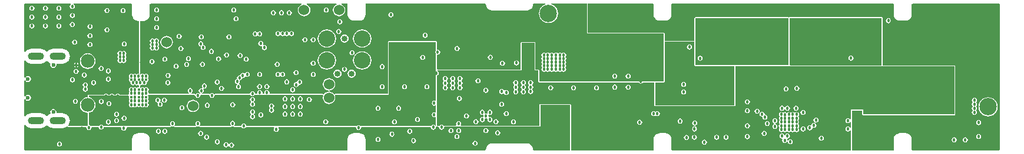
<source format=gbr>
%TF.GenerationSoftware,Altium Limited,Altium Designer,19.0.15 (446)*%
G04 Layer_Physical_Order=4*
G04 Layer_Color=16440176*
%FSLAX45Y45*%
%MOMM*%
%TF.FileFunction,Copper,L4,Inr,Signal*%
%TF.Part,Single*%
G01*
G75*
%TA.AperFunction,ViaPad*%
%ADD85C,1.52400*%
%TA.AperFunction,ComponentPad*%
G04:AMPARAMS|DCode=86|XSize=1mm|YSize=2.3mm|CornerRadius=0.5mm|HoleSize=0mm|Usage=FLASHONLY|Rotation=270.000|XOffset=0mm|YOffset=0mm|HoleType=Round|Shape=RoundedRectangle|*
%AMROUNDEDRECTD86*
21,1,1.00000,1.30000,0,0,270.0*
21,1,0.00000,2.30000,0,0,270.0*
1,1,1.00000,-0.65000,0.00000*
1,1,1.00000,-0.65000,0.00000*
1,1,1.00000,0.65000,0.00000*
1,1,1.00000,0.65000,0.00000*
%
%ADD86ROUNDEDRECTD86*%
%ADD87C,0.40000*%
%TA.AperFunction,ViaPad*%
%ADD88C,2.50000*%
%TA.AperFunction,ComponentPad*%
%ADD89C,2.37500*%
%ADD90C,0.85000*%
%ADD91C,1.52400*%
%ADD92C,0.45720*%
%TA.AperFunction,ViaPad*%
%ADD93C,0.45720*%
%ADD94C,0.60000*%
%ADD95C,1.98000*%
G36*
X8470900Y3162299D02*
X8635694D01*
X8638220Y3149599D01*
X8609736Y3137801D01*
X8580971Y3115729D01*
X8558899Y3086964D01*
X8545024Y3053467D01*
X8540292Y3017520D01*
X8545024Y2981573D01*
X8558899Y2948076D01*
X8580971Y2919311D01*
X8609736Y2897239D01*
X8643233Y2883364D01*
X8679180Y2878632D01*
X8715127Y2883364D01*
X8748624Y2897239D01*
X8777389Y2919311D01*
X8799461Y2948076D01*
X8813336Y2981573D01*
X8818068Y3017520D01*
X8813336Y3053467D01*
X8799461Y3086964D01*
X8777389Y3115729D01*
X8748624Y3137801D01*
X8720140Y3149599D01*
X8722666Y3162299D01*
X9219154D01*
X9231854Y3159966D01*
X9231853Y2739987D01*
X9235879Y2730266D01*
X9245600Y2726240D01*
X10335014D01*
Y2032500D01*
X8547100D01*
Y2035235D01*
Y2192852D01*
X8543074Y2202572D01*
X8533354Y2206598D01*
X8491273D01*
Y2591418D01*
X8487247Y2601138D01*
X8477527Y2605164D01*
X8293100D01*
X8283380Y2601138D01*
X8279354Y2591418D01*
Y2206598D01*
X7088539D01*
X7080447Y2210826D01*
X7076439Y2215276D01*
Y2416309D01*
X7086257Y2424366D01*
X7088325Y2423955D01*
X7102200Y2426714D01*
X7113963Y2434574D01*
X7121822Y2446336D01*
X7124582Y2460211D01*
X7121822Y2474086D01*
X7113963Y2485849D01*
X7102200Y2493708D01*
X7088325Y2496468D01*
X7086257Y2496056D01*
X7076439Y2504113D01*
Y2606040D01*
X7072413Y2615760D01*
X7062693Y2619786D01*
X6385560Y2619786D01*
X6375839Y2615760D01*
X6371813Y2606040D01*
X6371814Y1856246D01*
X5614109D01*
X5612808Y1855708D01*
X5611427Y1855983D01*
X5608093Y1853755D01*
X5605498Y1852680D01*
X5595315D01*
X5587904Y1862338D01*
X5569334Y1876588D01*
X5547707Y1885546D01*
X5524500Y1888601D01*
X5501293Y1885546D01*
X5479666Y1876588D01*
X5461096Y1862338D01*
X5453685Y1852680D01*
X5443502D01*
X5440907Y1853755D01*
X5437573Y1855983D01*
X5436192Y1855708D01*
X5434891Y1856246D01*
X4676706D01*
X4667429Y1868947D01*
X4668641Y1875040D01*
X4665881Y1888914D01*
X4658022Y1900677D01*
X4646259Y1908536D01*
X4632384Y1911296D01*
X4618510Y1908536D01*
X4606747Y1900677D01*
X4598888Y1888914D01*
X4596128Y1875040D01*
X4597340Y1868947D01*
X4588062Y1856246D01*
X4574775D01*
X4565335Y1868947D01*
X4566478Y1874693D01*
X4563718Y1888567D01*
X4555859Y1900330D01*
X4544096Y1908189D01*
X4530221Y1910949D01*
X4516346Y1908189D01*
X4504584Y1900330D01*
X4496724Y1888567D01*
X4493964Y1874693D01*
X4495107Y1868947D01*
X4485667Y1856246D01*
X4461247D01*
X4458757Y1859280D01*
X4455997Y1873155D01*
X4448138Y1884917D01*
X4436375Y1892777D01*
X4422500Y1895537D01*
X4408625Y1892777D01*
X4396863Y1884917D01*
X4389003Y1873155D01*
X4386243Y1859280D01*
X4383754Y1856246D01*
X3885629D01*
X3884967Y1855972D01*
X3884282Y1856180D01*
X3880192Y1853995D01*
X3877018Y1852680D01*
X3872950D01*
X3868181Y1859817D01*
X3856419Y1867676D01*
X3842544Y1870436D01*
X3828669Y1867676D01*
X3816907Y1859817D01*
X3812138Y1852680D01*
X3808070D01*
X3804896Y1853994D01*
X3800807Y1856180D01*
X3800121Y1855972D01*
X3799459Y1856246D01*
X3701698D01*
X3700447Y1868946D01*
X3700531Y1868963D01*
X3712294Y1876823D01*
X3720153Y1888585D01*
X3722913Y1902460D01*
X3720153Y1916335D01*
X3713819Y1925815D01*
X3719310Y1935634D01*
X3720509Y1936922D01*
X3731260Y1934783D01*
X3745135Y1937543D01*
X3756897Y1945403D01*
X3764757Y1957165D01*
X3767517Y1971040D01*
X3764757Y1984915D01*
X3756897Y1996677D01*
X3745135Y2004537D01*
X3731260Y2007297D01*
X3717385Y2004537D01*
X3705623Y1996677D01*
X3697763Y1984915D01*
X3695003Y1971040D01*
X3697763Y1957165D01*
X3704097Y1947685D01*
X3698606Y1937866D01*
X3697407Y1936578D01*
X3686656Y1938717D01*
X3672781Y1935957D01*
X3661019Y1928097D01*
X3653159Y1916335D01*
X3650399Y1902460D01*
X3653159Y1888585D01*
X3661019Y1876823D01*
X3670199Y1870689D01*
X3670179Y1860476D01*
X3669190Y1857251D01*
X3663185Y1855616D01*
X3660377Y1859817D01*
X3648615Y1867676D01*
X3634740Y1870436D01*
X3620865Y1867676D01*
X3609103Y1859817D01*
X3604334Y1852680D01*
X3600266D01*
X3597092Y1853994D01*
X3593003Y1856180D01*
X3592317Y1855972D01*
X3591655Y1856246D01*
X3543102D01*
X3541851Y1868946D01*
X3541935Y1868963D01*
X3553697Y1876823D01*
X3561557Y1888585D01*
X3564317Y1902460D01*
X3561557Y1916335D01*
X3553697Y1928097D01*
X3541935Y1935957D01*
X3528060Y1938717D01*
X3514185Y1935957D01*
X3502423Y1928097D01*
X3494563Y1916335D01*
X3491803Y1902460D01*
X3494563Y1888585D01*
X3502423Y1876823D01*
X3514185Y1868963D01*
X3514269Y1868946D01*
X3513018Y1856246D01*
X2943233D01*
X2931737Y1863550D01*
X2930855Y1867980D01*
X2928977Y1877425D01*
X2921117Y1889187D01*
Y1892523D01*
X2928977Y1904285D01*
X2931737Y1918160D01*
X2928977Y1932035D01*
X2921117Y1943797D01*
X2909355Y1951657D01*
X2895480Y1954417D01*
X2881605Y1951657D01*
X2869842Y1943797D01*
X2868880Y1942358D01*
X2867897D01*
X2856135Y1950217D01*
X2842260Y1952977D01*
X2828385Y1950217D01*
X2816623Y1942358D01*
X2813245Y1943965D01*
X2804701Y1954428D01*
X2804493Y1955114D01*
X2804767Y1955776D01*
Y1969569D01*
X2811380Y1980464D01*
X2816500Y1982062D01*
X2825655Y1983883D01*
X2832451Y1988424D01*
X2845004Y1992495D01*
X2856767Y1984636D01*
X2870642Y1981876D01*
X2884516Y1984636D01*
X2896279Y1992495D01*
X2904138Y2004258D01*
X2906898Y2018133D01*
X2904557Y2029905D01*
X2908239Y2030637D01*
X2919055Y2037865D01*
X2926282Y2048681D01*
X2928820Y2061440D01*
X2926282Y2074199D01*
X2919055Y2085015D01*
X2918767Y2085207D01*
X2926557Y2096865D01*
X2929316Y2110740D01*
X2926557Y2124615D01*
X2918697Y2136377D01*
X2906934Y2144237D01*
X2893060Y2146997D01*
X2879185Y2144237D01*
X2876689Y2142569D01*
X2866487Y2136897D01*
X2856285Y2142569D01*
X2853790Y2144237D01*
X2839915Y2146997D01*
X2826040Y2144237D01*
X2823545Y2142569D01*
X2812407Y2136377D01*
X2801846Y2143434D01*
X2802515Y2145049D01*
X2804701Y2149138D01*
X2804493Y2149823D01*
X2804767Y2150485D01*
Y2258708D01*
X2804232Y2260000D01*
X2804767Y2261292D01*
Y2310493D01*
X2804232Y2311786D01*
X2804767Y2313078D01*
Y2362279D01*
X2804232Y2363571D01*
X2804767Y2364863D01*
Y2414065D01*
X2804232Y2415357D01*
X2804767Y2416649D01*
Y2465850D01*
X2804232Y2467142D01*
X2804767Y2468434D01*
Y2517636D01*
X2804232Y2518928D01*
X2804767Y2520220D01*
Y2569421D01*
X2804232Y2570713D01*
X2804767Y2572005D01*
Y2621207D01*
X2804232Y2622499D01*
X2804767Y2623791D01*
Y2907498D01*
X2816500Y2911561D01*
X2859996D01*
Y2911544D01*
X2882890Y2914558D01*
X2904224Y2923394D01*
X2922544Y2937452D01*
X2936602Y2955772D01*
X2945439Y2977106D01*
X2948453Y3000000D01*
X2948435D01*
Y3150000D01*
X2948309Y3150632D01*
X2950061Y3154862D01*
X2959986Y3161561D01*
X2959986Y3161561D01*
X2963696Y3162299D01*
X5127753D01*
X5130279Y3149599D01*
X5121526Y3145974D01*
X5102956Y3131724D01*
X5088706Y3113154D01*
X5079748Y3091527D01*
X5076693Y3068320D01*
X5079748Y3045113D01*
X5088706Y3023486D01*
X5102956Y3004916D01*
X5121526Y2990666D01*
X5143153Y2981708D01*
X5166360Y2978653D01*
X5189567Y2981708D01*
X5211194Y2990666D01*
X5229764Y3004916D01*
X5244014Y3023486D01*
X5252972Y3045113D01*
X5256027Y3068320D01*
X5252972Y3091527D01*
X5244014Y3113154D01*
X5229764Y3131724D01*
X5211194Y3145974D01*
X5202441Y3149599D01*
X5204967Y3162299D01*
X5630656D01*
X5633182Y3149599D01*
X5624430Y3145974D01*
X5605860Y3131724D01*
X5591610Y3113154D01*
X5582652Y3091527D01*
X5579597Y3068320D01*
X5582652Y3045113D01*
X5591610Y3023486D01*
X5605860Y3004916D01*
X5624430Y2990666D01*
X5646056Y2981708D01*
X5669264Y2978653D01*
X5692471Y2981708D01*
X5714097Y2990666D01*
X5732668Y3004916D01*
X5746918Y3023486D01*
X5755875Y3045113D01*
X5758931Y3068320D01*
X5755875Y3091527D01*
X5746918Y3113154D01*
X5732668Y3131724D01*
X5714097Y3145974D01*
X5705345Y3149599D01*
X5707871Y3162299D01*
X5781246D01*
X5781862Y3162422D01*
X5789688Y3159180D01*
X5792923Y3151370D01*
X5792797Y3150738D01*
Y3001683D01*
X5792789Y3000738D01*
X5792789D01*
X5795803Y2977844D01*
X5804640Y2956510D01*
X5818698Y2938190D01*
X5837018Y2924132D01*
X5858352Y2915295D01*
X5881246Y2912281D01*
Y2912299D01*
X5961246D01*
Y2912281D01*
X5984140Y2915295D01*
X6005474Y2924132D01*
X6023794Y2938190D01*
X6037852Y2956510D01*
X6046688Y2977844D01*
X6049702Y3000738D01*
X6049685D01*
Y3150738D01*
X6049559Y3151370D01*
X6052794Y3159180D01*
X6060620Y3162422D01*
X6061236Y3162299D01*
X7769323D01*
X7769939Y3162422D01*
X7774176Y3160667D01*
X7780867Y3150738D01*
X7783881Y3127844D01*
X7792717Y3106510D01*
X7806775Y3088190D01*
X7825095Y3074133D01*
X7846429Y3065296D01*
X7869323Y3062282D01*
Y3062300D01*
X8370900D01*
Y3062282D01*
X8393794Y3065296D01*
X8415128Y3074133D01*
X8433448Y3088190D01*
X8447506Y3106510D01*
X8456343Y3127844D01*
X8459357Y3150738D01*
X8466047Y3160667D01*
X8470284Y3162422D01*
X8470900Y3162299D01*
D02*
G37*
G36*
X12132500Y2271987D02*
X11366246D01*
X10790901Y2271987D01*
X10790901Y2950838D01*
X11592500Y2950838D01*
X12132500D01*
X12132500Y2271987D01*
D02*
G37*
G36*
X13472160Y2266246D02*
X12885001D01*
X12156569Y2266246D01*
X12146246Y2278946D01*
X12146246Y2950838D01*
X12147357Y2952500D01*
X13472160D01*
Y2266246D01*
D02*
G37*
G36*
X1156000Y3162190D02*
X1808214D01*
X1812066Y3149490D01*
X1805703Y3145238D01*
X1797843Y3133475D01*
X1795083Y3119600D01*
X1797843Y3105725D01*
X1805703Y3093963D01*
X1817465Y3086103D01*
X1831340Y3083343D01*
X1845215Y3086103D01*
X1856977Y3093963D01*
X1864837Y3105725D01*
X1867597Y3119600D01*
X1864837Y3133475D01*
X1856977Y3145238D01*
X1850614Y3149490D01*
X1854466Y3162190D01*
X2667555D01*
X2679996Y3161561D01*
X2689921Y3154862D01*
X2691673Y3150632D01*
X2691548Y3150000D01*
Y3000945D01*
X2691539Y3000000D01*
X2691539D01*
X2694553Y2977106D01*
X2703390Y2955772D01*
X2717448Y2937452D01*
X2735768Y2923394D01*
X2757102Y2914558D01*
X2779996Y2911544D01*
Y2911543D01*
X2791020Y2907498D01*
Y2623791D01*
X2790763Y2622499D01*
X2791020Y2621207D01*
Y2572005D01*
X2790763Y2570713D01*
X2791020Y2569421D01*
Y2520220D01*
X2790763Y2518928D01*
X2791020Y2517636D01*
Y2468434D01*
X2790763Y2467142D01*
X2791020Y2465850D01*
Y2416649D01*
X2790763Y2415357D01*
X2791020Y2414065D01*
Y2364863D01*
X2790763Y2363571D01*
X2791020Y2362279D01*
Y2313078D01*
X2790763Y2311786D01*
X2791020Y2310493D01*
Y2261292D01*
X2790763Y2260000D01*
X2791020Y2258708D01*
Y2150485D01*
X2786770Y2146997D01*
X2772895Y2144237D01*
X2770400Y2142569D01*
X2760197Y2136897D01*
X2749995Y2142569D01*
X2747500Y2144237D01*
X2733625Y2146997D01*
X2719750Y2144237D01*
X2717255Y2142569D01*
X2707052Y2136897D01*
X2696850Y2142569D01*
X2694355Y2144237D01*
X2680480Y2146997D01*
X2666605Y2144237D01*
X2654843Y2136377D01*
X2646983Y2124615D01*
X2644223Y2110740D01*
X2646983Y2096865D01*
X2654842Y2085103D01*
X2655329Y2082657D01*
X2649677Y2074199D01*
X2647139Y2061440D01*
X2649677Y2048681D01*
X2656905Y2037865D01*
X2667721Y2030637D01*
X2669763Y2030231D01*
X2667083Y2016760D01*
X2669843Y2002885D01*
X2677703Y1991123D01*
X2689465Y1983263D01*
X2703340Y1980503D01*
X2717215Y1983263D01*
X2728977Y1991123D01*
X2735928D01*
X2747690Y1983263D01*
X2761565Y1980503D01*
X2775440Y1983263D01*
X2778320Y1985188D01*
X2791020Y1978399D01*
Y1955776D01*
X2787980Y1953281D01*
X2775221Y1950743D01*
X2770923Y1947871D01*
X2758677Y1943337D01*
X2746915Y1951197D01*
X2733040Y1953957D01*
X2719165Y1951197D01*
X2717286Y1949941D01*
X2706117Y1943797D01*
X2694355Y1951657D01*
X2680480Y1954417D01*
X2666605Y1951657D01*
X2654843Y1943797D01*
X2646983Y1932035D01*
X2644223Y1918160D01*
X2646983Y1904285D01*
X2654843Y1892523D01*
Y1889187D01*
X2646983Y1877425D01*
X2644223Y1863550D01*
X2645386Y1857703D01*
X2635994Y1845002D01*
X2511098D01*
X2509885Y1846817D01*
X2498123Y1854677D01*
X2484248Y1857437D01*
X2470373Y1854677D01*
X2458610Y1846817D01*
X2457397Y1845002D01*
X2428854D01*
X2427641Y1846817D01*
X2415879Y1854677D01*
X2402004Y1857437D01*
X2388129Y1854677D01*
X2376366Y1846817D01*
X2375153Y1845002D01*
X2346610D01*
X2345397Y1846817D01*
X2333635Y1854677D01*
X2319760Y1857437D01*
X2305885Y1854677D01*
X2294122Y1846817D01*
X2292910Y1845002D01*
X2055000D01*
Y1807664D01*
X2025840Y1803825D01*
X1998668Y1792570D01*
X1975334Y1774665D01*
X1957430Y1751332D01*
X1946175Y1724160D01*
X1942336Y1695000D01*
X1946175Y1665840D01*
X1957430Y1638668D01*
X1975334Y1615334D01*
X1998668Y1597430D01*
X2025840Y1586175D01*
X2055000Y1582336D01*
Y1400041D01*
X2047003Y1394697D01*
X2043449Y1389379D01*
X1976530D01*
X1968500Y1390977D01*
X1960470Y1389379D01*
X1780687D01*
X1774423Y1402079D01*
X1784156Y1414763D01*
X1795008Y1440962D01*
X1798709Y1469077D01*
X1795008Y1497193D01*
X1784156Y1523392D01*
X1766892Y1545890D01*
X1744395Y1563153D01*
X1718195Y1574005D01*
X1690080Y1577707D01*
X1610370D01*
X1602313Y1587524D01*
X1603616Y1594077D01*
X1600302Y1610738D01*
X1590865Y1624862D01*
X1576741Y1634300D01*
X1560080Y1637614D01*
X1543419Y1634300D01*
X1529295Y1624862D01*
X1519858Y1610738D01*
X1516544Y1594077D01*
X1519858Y1577417D01*
X1516934Y1567779D01*
X1505766Y1563153D01*
X1483268Y1545890D01*
X1473930Y1533721D01*
X1461230D01*
X1451892Y1545890D01*
X1429394Y1563153D01*
X1403195Y1574005D01*
X1375080Y1577707D01*
X1245080D01*
X1216965Y1574005D01*
X1190765Y1563153D01*
X1168268Y1545890D01*
X1157238Y1531516D01*
X1144538Y1535828D01*
Y1775001D01*
X1157238Y1778853D01*
X1164295Y1768293D01*
X1178419Y1758855D01*
X1195080Y1755541D01*
X1211741Y1758855D01*
X1225865Y1768293D01*
X1235302Y1782417D01*
X1238616Y1799077D01*
X1235302Y1815738D01*
X1225865Y1829862D01*
X1211741Y1839300D01*
X1195080Y1842614D01*
X1178419Y1839300D01*
X1164295Y1829862D01*
X1157238Y1819301D01*
X1144538Y1823154D01*
Y2045001D01*
X1157238Y2048853D01*
X1164295Y2038293D01*
X1178419Y2028855D01*
X1195080Y2025541D01*
X1211741Y2028855D01*
X1225865Y2038293D01*
X1235302Y2052417D01*
X1238616Y2069077D01*
X1235302Y2085738D01*
X1225865Y2099862D01*
X1211741Y2109300D01*
X1195080Y2112614D01*
X1178419Y2109300D01*
X1164295Y2099862D01*
X1157238Y2089301D01*
X1144538Y2093154D01*
Y2332327D01*
X1157238Y2336638D01*
X1168268Y2322265D01*
X1190765Y2305002D01*
X1216965Y2294150D01*
X1245080Y2290448D01*
X1375080D01*
X1403195Y2294150D01*
X1429394Y2305002D01*
X1451892Y2322265D01*
X1461230Y2334434D01*
X1473930D01*
X1483268Y2322265D01*
X1505766Y2305002D01*
X1516934Y2300376D01*
X1519858Y2290738D01*
X1516544Y2274077D01*
X1519858Y2257417D01*
X1529295Y2243293D01*
X1543419Y2233855D01*
X1560080Y2230541D01*
X1576741Y2233855D01*
X1590865Y2243293D01*
X1600302Y2257417D01*
X1603616Y2274077D01*
X1602313Y2280631D01*
X1610370Y2290448D01*
X1690080D01*
X1718195Y2294150D01*
X1744395Y2305002D01*
X1766892Y2322265D01*
X1784156Y2344763D01*
X1795008Y2370962D01*
X1798709Y2399077D01*
X1795008Y2427193D01*
X1784156Y2453392D01*
X1766892Y2475890D01*
X1744395Y2493153D01*
X1718195Y2504005D01*
X1690080Y2507707D01*
X1560080D01*
X1531965Y2504005D01*
X1505766Y2493153D01*
X1483268Y2475890D01*
X1473930Y2463721D01*
X1461230D01*
X1451892Y2475890D01*
X1429394Y2493153D01*
X1403195Y2504005D01*
X1375080Y2507707D01*
X1245080D01*
X1216965Y2504005D01*
X1190765Y2493153D01*
X1168268Y2475890D01*
X1157238Y2461517D01*
X1144538Y2465828D01*
Y3150728D01*
X1144419Y3151330D01*
X1147634Y3159094D01*
X1155398Y3162309D01*
X1156000Y3162190D01*
D02*
G37*
G36*
X7062693Y2606040D02*
Y2485852D01*
X7062688Y2485849D01*
X7054828Y2474086D01*
X7052068Y2460211D01*
X7054828Y2446336D01*
X7062688Y2434574D01*
X7062693Y2434570D01*
X7062693Y1759439D01*
X7055172Y1755419D01*
X7049993Y1753812D01*
X7037702Y1756257D01*
X7023827Y1753497D01*
X7012064Y1745637D01*
X7004205Y1733875D01*
X7001445Y1720000D01*
X7004205Y1706125D01*
X7012064Y1694362D01*
X7023827Y1686503D01*
X7037702Y1683743D01*
X7049993Y1686188D01*
X7055172Y1684581D01*
X7062694Y1680561D01*
Y1592259D01*
X7055171Y1588238D01*
X7049993Y1586632D01*
X7037702Y1589077D01*
X7023827Y1586317D01*
X7012064Y1578457D01*
X7004205Y1566695D01*
X7001445Y1552820D01*
X7004205Y1538945D01*
X7012064Y1527182D01*
X7023827Y1519323D01*
X7037702Y1516563D01*
X7049993Y1519008D01*
X7055171Y1517402D01*
X7062694Y1513381D01*
Y1399210D01*
X7049994Y1395358D01*
X7048737Y1397237D01*
X7036975Y1405097D01*
X7023100Y1407857D01*
X7009225Y1405097D01*
X6997463Y1397237D01*
X6992212Y1389380D01*
X5977617D01*
X5974318Y1394318D01*
X5962555Y1402177D01*
X5948681Y1404937D01*
X5934806Y1402177D01*
X5923043Y1394318D01*
X5919744Y1389380D01*
X4335168Y1389380D01*
X4333937Y1390880D01*
X4331177Y1404755D01*
X4323317Y1416518D01*
X4311555Y1424377D01*
X4297680Y1427137D01*
X4283805Y1424377D01*
X4272043Y1416518D01*
X4264183Y1404755D01*
X4261423Y1390880D01*
X4260192Y1389380D01*
X4163704D01*
X4159851Y1402080D01*
X4163297Y1404383D01*
X4171157Y1416145D01*
X4173917Y1430020D01*
X4171157Y1443895D01*
X4163297Y1455657D01*
X4151535Y1463517D01*
X4137660Y1466277D01*
X4123785Y1463517D01*
X4112023Y1455657D01*
X4104163Y1443895D01*
X4101403Y1430020D01*
X4104163Y1416145D01*
X4112023Y1404383D01*
X4115469Y1402080D01*
X4111616Y1389380D01*
X3672939D01*
X3670690Y1392362D01*
X3667313Y1402080D01*
X3673317Y1411065D01*
X3676077Y1424940D01*
X3673317Y1438815D01*
X3665457Y1450577D01*
X3653695Y1458437D01*
X3639820Y1461197D01*
X3625945Y1458437D01*
X3614183Y1450577D01*
X3606323Y1438815D01*
X3603563Y1424940D01*
X3606323Y1411065D01*
X3612327Y1402080D01*
X3608950Y1392362D01*
X3606701Y1389380D01*
X3308799D01*
X3306550Y1392362D01*
X3303173Y1402080D01*
X3309177Y1411065D01*
X3311937Y1424940D01*
X3309177Y1438815D01*
X3301318Y1450577D01*
X3289555Y1458437D01*
X3275680Y1461197D01*
X3261805Y1458437D01*
X3250043Y1450577D01*
X3242183Y1438815D01*
X3239423Y1424940D01*
X3242183Y1411065D01*
X3248187Y1402080D01*
X3244810Y1392362D01*
X3242561Y1389380D01*
X2591496D01*
X2589435Y1390757D01*
X2575560Y1393517D01*
X2561685Y1390757D01*
X2559624Y1389380D01*
X2279558D01*
X2272838Y1399438D01*
X2261075Y1407297D01*
X2247200Y1410057D01*
X2233325Y1407297D01*
X2221563Y1399438D01*
X2214843Y1389380D01*
X2101830D01*
X2098277Y1394697D01*
X2086515Y1402557D01*
X2072640Y1405317D01*
X2068746Y1408512D01*
Y1584146D01*
X2084160Y1586175D01*
X2111332Y1597430D01*
X2134666Y1615334D01*
X2152570Y1638668D01*
X2163825Y1665840D01*
X2167664Y1695000D01*
X2163825Y1724160D01*
X2152570Y1751332D01*
X2134666Y1774665D01*
X2111332Y1792570D01*
X2084160Y1803825D01*
X2068746Y1805854D01*
Y1831256D01*
X2292910D01*
X2294210Y1831795D01*
X2295591Y1831520D01*
X2298925Y1833748D01*
X2302630Y1835282D01*
X2303023Y1836232D01*
X2311249Y1841728D01*
X2315130Y1842500D01*
X2324390D01*
X2328271Y1841728D01*
X2336496Y1836232D01*
X2336890Y1835282D01*
X2340595Y1833748D01*
X2343929Y1831520D01*
X2345310Y1831795D01*
X2346610Y1831256D01*
X2375153D01*
X2376454Y1831795D01*
X2377835Y1831520D01*
X2381169Y1833748D01*
X2384874Y1835282D01*
X2385267Y1836232D01*
X2393493Y1841728D01*
X2397374Y1842500D01*
X2406633D01*
X2410515Y1841728D01*
X2418740Y1836232D01*
X2419134Y1835282D01*
X2422838Y1833748D01*
X2426173Y1831520D01*
X2427554Y1831795D01*
X2428854Y1831256D01*
X2457397D01*
X2458698Y1831795D01*
X2460079Y1831520D01*
X2463413Y1833748D01*
X2467118Y1835282D01*
X2467511Y1836232D01*
X2475737Y1841728D01*
X2479618Y1842500D01*
X2488877D01*
X2492759Y1841728D01*
X2500984Y1836232D01*
X2501378Y1835282D01*
X2505082Y1833748D01*
X2508417Y1831520D01*
X2509798Y1831795D01*
X2511098Y1831256D01*
X2635994D01*
X2636987Y1831667D01*
X2638030Y1831407D01*
X2641728Y1833631D01*
X2642624Y1834002D01*
X2651595Y1824572D01*
X2651596Y1824571D01*
X2649677Y1821699D01*
X2647139Y1808940D01*
X2649677Y1796181D01*
X2651706Y1793146D01*
X2654843Y1779967D01*
X2646983Y1768205D01*
X2644223Y1754330D01*
X2646983Y1740455D01*
X2654843Y1728693D01*
Y1725357D01*
X2646983Y1713595D01*
X2644223Y1699720D01*
X2646983Y1685845D01*
X2654843Y1674083D01*
X2666605Y1666223D01*
X2680480Y1663463D01*
X2694355Y1666223D01*
X2696234Y1667479D01*
X2707403Y1673623D01*
X2719165Y1665763D01*
X2733040Y1663003D01*
X2746915Y1665763D01*
X2758677Y1673623D01*
X2771348Y1669725D01*
X2775221Y1667137D01*
X2787980Y1664599D01*
X2800739Y1667137D01*
X2803703Y1669118D01*
X2816623Y1672643D01*
X2828385Y1664783D01*
X2842260Y1662023D01*
X2856135Y1664783D01*
X2867897Y1672643D01*
X2868859Y1674083D01*
X2869843D01*
X2881605Y1666223D01*
X2895480Y1663463D01*
X2909355Y1666223D01*
X2921117Y1674083D01*
X2928977Y1685845D01*
X2931737Y1699720D01*
X2928977Y1713595D01*
X2921117Y1725357D01*
Y1728693D01*
X2928977Y1740455D01*
X2931737Y1754330D01*
X2928977Y1768205D01*
X2921117Y1779967D01*
X2924254Y1793146D01*
X2926282Y1796181D01*
X2928820Y1808940D01*
X2926282Y1821699D01*
X2924254Y1824734D01*
X2922672Y1831384D01*
X2931179Y1842500D01*
X3591655D01*
X3598483Y1834179D01*
X3601243Y1820305D01*
X3609103Y1808542D01*
X3620865Y1800683D01*
X3634740Y1797923D01*
X3648615Y1800683D01*
X3660377Y1808542D01*
X3668237Y1820305D01*
X3670997Y1834179D01*
X3677825Y1842500D01*
X3799459D01*
X3806287Y1834179D01*
X3809047Y1820305D01*
X3816907Y1808542D01*
X3828669Y1800683D01*
X3842544Y1797923D01*
X3856419Y1800683D01*
X3868181Y1808542D01*
X3876041Y1820305D01*
X3878801Y1834179D01*
X3885629Y1842500D01*
X4390944D01*
X4396863Y1833643D01*
X4408625Y1825783D01*
X4418192Y1823880D01*
Y1810932D01*
X4414059Y1810109D01*
X4408265Y1808957D01*
X4396503Y1801097D01*
X4388643Y1789335D01*
X4385883Y1775460D01*
X4388643Y1761585D01*
X4396503Y1749823D01*
X4400208Y1747347D01*
Y1732073D01*
X4396863Y1729838D01*
X4389003Y1718075D01*
X4386243Y1704200D01*
X4389003Y1690325D01*
X4396863Y1678563D01*
X4408625Y1670703D01*
X4422500Y1667943D01*
X4436375Y1670703D01*
X4448138Y1678563D01*
X4455997Y1690325D01*
X4458757Y1704200D01*
X4455997Y1718075D01*
X4448138Y1729838D01*
X4444432Y1732313D01*
Y1747587D01*
X4447777Y1749823D01*
X4455637Y1761585D01*
X4458397Y1775460D01*
X4455637Y1789335D01*
X4447777Y1801097D01*
X4436015Y1808957D01*
X4426449Y1810860D01*
Y1823808D01*
X4430581Y1824631D01*
X4436375Y1825783D01*
X4448138Y1833643D01*
X4454056Y1842500D01*
X4514395D01*
X4516346Y1841196D01*
X4530221Y1838436D01*
X4544096Y1841196D01*
X4546048Y1842500D01*
X4617077D01*
X4618510Y1841543D01*
X4632384Y1838783D01*
X4646259Y1841543D01*
X4647691Y1842500D01*
X5434891D01*
X5441947Y1831940D01*
X5437888Y1822141D01*
X5434833Y1798934D01*
X5437888Y1775726D01*
X5446846Y1754100D01*
X5461096Y1735530D01*
X5479666Y1721280D01*
X5501293Y1712322D01*
X5524500Y1709267D01*
X5547707Y1712322D01*
X5569334Y1721280D01*
X5587904Y1735530D01*
X5602154Y1754100D01*
X5611112Y1775726D01*
X5614167Y1798934D01*
X5611112Y1822141D01*
X5607053Y1831940D01*
X5614109Y1842500D01*
X6385560D01*
X6385560Y2606040D01*
X7062693Y2606040D01*
D02*
G37*
G36*
X10777155Y2610000D02*
X10777155Y2271987D01*
X10781181Y2262266D01*
X10790901Y2258240D01*
X10881360D01*
Y2257500D01*
X11352500Y2257500D01*
Y1692652D01*
X10215000D01*
Y1925000D01*
Y2018754D01*
X10335014D01*
X10344734Y2022780D01*
X10348760Y2032500D01*
Y2610000D01*
X10482500D01*
X10777155Y2610000D01*
D02*
G37*
G36*
X8477527Y2192852D02*
X8533354D01*
Y2032500D01*
X8537380Y2022780D01*
X8547100Y2018754D01*
X9978868D01*
X9981963Y2014122D01*
X9993725Y2006263D01*
X10007600Y2003503D01*
X10021475Y2006263D01*
X10033237Y2014122D01*
X10036332Y2018754D01*
X10201253D01*
Y1925000D01*
Y1692652D01*
X10205280Y1682932D01*
X10215000Y1678906D01*
X11352500D01*
X11362220Y1682932D01*
X11366247Y1692652D01*
Y2257500D01*
X12146042D01*
X12146561Y2257219D01*
X12146848Y2256526D01*
X12151105Y2254763D01*
X12155156Y2252572D01*
X12155875Y2252787D01*
X12156569Y2252500D01*
X12885001Y2252500D01*
X13472160D01*
X13479033Y2255347D01*
X13485905Y2252500D01*
X14514999D01*
Y1559007D01*
X13205151D01*
Y1630357D01*
X13040981D01*
Y1630349D01*
X13031279Y1626331D01*
X13027254Y1616611D01*
Y1492449D01*
X13014552Y1488597D01*
X13010637Y1494458D01*
X12998874Y1502317D01*
X12984999Y1505077D01*
X12971124Y1502317D01*
X12959361Y1494458D01*
X12951503Y1482695D01*
X12948743Y1468820D01*
X12951503Y1454946D01*
X12959361Y1443183D01*
X12971124Y1435324D01*
X12984999Y1432564D01*
X12998874Y1435324D01*
X13010637Y1443183D01*
X13014552Y1449044D01*
X13027254Y1445191D01*
Y1370060D01*
X13014552Y1366207D01*
X13010617Y1372097D01*
X12998856Y1379957D01*
X12984979Y1382717D01*
X12971104Y1379957D01*
X12959341Y1372097D01*
X12951483Y1360335D01*
X12948723Y1346460D01*
X12951483Y1332585D01*
X12959341Y1320822D01*
X12971104Y1312963D01*
X12984979Y1310203D01*
X12998856Y1312963D01*
X13010617Y1320822D01*
X13014552Y1326712D01*
X13027254Y1322860D01*
Y1039277D01*
X10461156D01*
X10460540Y1039154D01*
X10456295Y1040913D01*
X10449595Y1050838D01*
X10449595Y1062778D01*
Y1200837D01*
X10449595Y1200838D01*
X10449613D01*
X10446599Y1223732D01*
X10437762Y1245066D01*
X10423705Y1263386D01*
X10405385Y1277444D01*
X10384051Y1286281D01*
X10361156Y1289295D01*
Y1289277D01*
X10361156Y1289277D01*
X10281156D01*
Y1289295D01*
X10258262Y1286281D01*
X10236928Y1277444D01*
X10218608Y1263386D01*
X10204551Y1245066D01*
X10195714Y1223732D01*
X10192700Y1200838D01*
X10192717D01*
Y1050838D01*
X10192843Y1050206D01*
X10191091Y1045977D01*
X10181166Y1039277D01*
X10168493Y1039199D01*
X9005346D01*
Y1695000D01*
X9001320Y1704720D01*
X8991600Y1708746D01*
X8562340D01*
X8552620Y1704720D01*
X8548594Y1695000D01*
Y1393406D01*
X7425388D01*
X7418600Y1406106D01*
X7420737Y1409305D01*
X7423497Y1423180D01*
X7420737Y1437055D01*
X7412877Y1448817D01*
X7401115Y1456677D01*
X7387240Y1459437D01*
X7373365Y1456677D01*
X7361602Y1448817D01*
X7353743Y1437055D01*
X7350983Y1423180D01*
X7353743Y1409305D01*
X7355880Y1406106D01*
X7349092Y1393406D01*
X7182811D01*
X7182149Y1393132D01*
X7181463Y1393340D01*
X7177375Y1391154D01*
X7173091Y1389380D01*
X7165577Y1397238D01*
X7153815Y1405097D01*
X7139940Y1407857D01*
X7126065Y1405097D01*
X7114303Y1397237D01*
X7106789Y1389380D01*
X7102506Y1391154D01*
X7098417Y1393340D01*
X7097731Y1393132D01*
X7097069Y1393406D01*
X7087230D01*
X7076440Y1399210D01*
Y1513381D01*
X7076440Y1513381D01*
Y1592258D01*
X7076440Y1592259D01*
Y1680561D01*
X7076440Y1680561D01*
Y2117650D01*
X7077615Y2117883D01*
X7089377Y2125743D01*
X7097237Y2137505D01*
X7099997Y2151380D01*
X7097237Y2165255D01*
X7089377Y2177017D01*
X7084687Y2180152D01*
X7088539Y2192852D01*
X8293100D01*
Y2591418D01*
X8477527D01*
Y2192852D01*
D02*
G37*
G36*
X10185838Y3160730D02*
X10192617Y3150838D01*
X10192717Y3138175D01*
Y3000838D01*
X10192700D01*
X10195711Y2977970D01*
X10204538Y2956660D01*
X10218579Y2938361D01*
X10236878Y2924320D01*
X10258188Y2915493D01*
X10280124Y2912605D01*
X10281156Y2912400D01*
X10361156D01*
X10362383Y2912644D01*
X10384024Y2915493D01*
X10405334Y2924320D01*
X10423633Y2938361D01*
X10437675Y2956660D01*
X10446501Y2977970D01*
X10449350Y2999611D01*
X10449595Y3000838D01*
Y3150235D01*
X10449695Y3150738D01*
X10449695D01*
X10456475Y3160630D01*
X10460554Y3162320D01*
X10461156Y3162200D01*
X13634996D01*
X13635599Y3162320D01*
X13639677Y3160630D01*
X13646457Y3150738D01*
X13646558Y3138075D01*
Y3000738D01*
X13646539D01*
X13649551Y2977870D01*
X13658377Y2956560D01*
X13672420Y2938261D01*
X13690718Y2924220D01*
X13712029Y2915393D01*
X13733965Y2912505D01*
X13734996Y2912300D01*
X13814996D01*
X13816223Y2912544D01*
X13837865Y2915393D01*
X13859174Y2924220D01*
X13877473Y2938261D01*
X13891515Y2956560D01*
X13900340Y2977870D01*
X13903191Y2999511D01*
X13903435Y3000738D01*
Y3150135D01*
X13903534Y3150638D01*
X13903535D01*
X13908195Y3157439D01*
X13914996Y3162100D01*
X13927660Y3162200D01*
X15155000D01*
X15155602Y3162320D01*
X15159682Y3160630D01*
X15166461Y3150738D01*
X15166467Y3138039D01*
X15166917Y2280000D01*
D01*
X15167561Y1050818D01*
X15167680Y1050217D01*
X15164442Y1042396D01*
X15156616Y1039154D01*
X15156000Y1039277D01*
X13914986D01*
X13914371Y1039154D01*
X13910124Y1040913D01*
X13903426Y1050838D01*
X13903424Y1062778D01*
Y1200837D01*
X13903426Y1200838D01*
X13903442D01*
X13900429Y1223732D01*
X13891592Y1245066D01*
X13877534Y1263386D01*
X13859213Y1277444D01*
X13837880Y1286281D01*
X13814986Y1289295D01*
Y1289277D01*
X13814986Y1289277D01*
X13734985D01*
Y1289295D01*
X13712093Y1286281D01*
X13690758Y1277444D01*
X13672438Y1263386D01*
X13658380Y1245066D01*
X13649544Y1223732D01*
X13646529Y1200838D01*
X13646547D01*
Y1050838D01*
X13646674Y1050206D01*
X13643439Y1042396D01*
X13635612Y1039154D01*
X13634996Y1039277D01*
X13040999D01*
Y1616611D01*
X13191405D01*
Y1559007D01*
X13195432Y1549287D01*
X13205151Y1545261D01*
X14514999D01*
X14524719Y1549287D01*
X14528746Y1559007D01*
Y2252500D01*
X14524719Y2262220D01*
X14514999Y2266246D01*
X13485905D01*
Y2267379D01*
Y2280000D01*
Y2952500D01*
X13481880Y2962220D01*
X13472160Y2966247D01*
X12147357D01*
X12146057Y2965708D01*
X12144676Y2965983D01*
X12141341Y2963755D01*
X12137922Y2962339D01*
X12132500Y2964585D01*
X11592500D01*
X10790901Y2964584D01*
X10781181Y2960558D01*
X10777155Y2950838D01*
Y2623746D01*
X10482500Y2623747D01*
X10348760D01*
Y2726240D01*
X10344734Y2735960D01*
X10335014Y2739987D01*
X9245600D01*
X9245601Y3162299D01*
X10181156Y3162299D01*
X10181758Y3162419D01*
X10185838Y3160730D01*
D02*
G37*
G36*
X8991600Y1039199D02*
X8470900D01*
X8470284Y1039076D01*
X8466047Y1040831D01*
X8459357Y1050760D01*
X8456343Y1073654D01*
X8447506Y1094988D01*
X8433448Y1113308D01*
X8415128Y1127366D01*
X8393794Y1136202D01*
X8370900Y1139216D01*
Y1139198D01*
X7869323D01*
Y1139216D01*
X7846429Y1136202D01*
X7825095Y1127366D01*
X7806775Y1113308D01*
X7792717Y1094988D01*
X7783881Y1073654D01*
X7780867Y1050760D01*
X7774176Y1040831D01*
X7770041Y1039119D01*
X7769245Y1039277D01*
X6061236D01*
X6060620Y1039154D01*
X6052794Y1042396D01*
X6049559Y1050206D01*
X6049685Y1050838D01*
Y1200838D01*
X6049693D01*
X6046679Y1223732D01*
X6037842Y1245066D01*
X6023784Y1263386D01*
X6005464Y1277444D01*
X5984131Y1286281D01*
X5961236Y1289295D01*
Y1289277D01*
X5881236D01*
Y1289295D01*
X5858342Y1286281D01*
X5837008Y1277444D01*
X5818688Y1263386D01*
X5804631Y1245066D01*
X5795794Y1223732D01*
X5792780Y1200838D01*
X5792797D01*
Y1050838D01*
X5792923Y1050206D01*
X5789688Y1042396D01*
X5781862Y1039154D01*
X5781246Y1039277D01*
X2959996D01*
X2959380Y1039154D01*
X2951554Y1042396D01*
X2948319Y1050206D01*
X2948445Y1050838D01*
Y1199893D01*
X2948453Y1200838D01*
X2948453D01*
X2945439Y1223732D01*
X2936602Y1245066D01*
X2922545Y1263386D01*
X2904225Y1277444D01*
X2882891Y1286281D01*
X2859996Y1289295D01*
Y1289277D01*
X2779996D01*
Y1289295D01*
X2757102Y1286281D01*
X2735768Y1277444D01*
X2717448Y1263386D01*
X2703391Y1245066D01*
X2694554Y1223732D01*
X2691540Y1200838D01*
X2691557D01*
Y1050838D01*
X2691683Y1050206D01*
X2688448Y1042396D01*
X2680622Y1039154D01*
X2680006Y1039277D01*
X1156000D01*
X1155384Y1039154D01*
X1147558Y1042396D01*
X1144370Y1050092D01*
X1144538Y1050938D01*
Y1402327D01*
X1157238Y1406638D01*
X1168268Y1392265D01*
X1190765Y1375002D01*
X1216965Y1364150D01*
X1245080Y1360448D01*
X1375080D01*
X1403195Y1364150D01*
X1429394Y1375002D01*
X1451892Y1392265D01*
X1461230Y1404434D01*
X1473930D01*
X1483268Y1392265D01*
X1505766Y1375002D01*
X1531965Y1364150D01*
X1560080Y1360448D01*
X1690080D01*
X1718195Y1364150D01*
X1744395Y1375002D01*
X1758273Y1385651D01*
X1758678Y1385556D01*
X1770966Y1379659D01*
X1773889Y1378449D01*
X1776268Y1376362D01*
X1778563Y1376513D01*
X1780687Y1375633D01*
X1960470D01*
X1961771Y1376172D01*
X1963152Y1375897D01*
X1968500Y1376961D01*
X1973848Y1375897D01*
X1975229Y1376172D01*
X1976530Y1375633D01*
X2030989D01*
X2036383Y1369060D01*
X2039143Y1355185D01*
X2047003Y1343423D01*
X2058765Y1335563D01*
X2072640Y1332803D01*
X2086515Y1335563D01*
X2098277Y1343423D01*
X2106137Y1355185D01*
X2108897Y1369060D01*
X2114292Y1375634D01*
X2209439D01*
X2210944Y1373800D01*
X2213703Y1359925D01*
X2221563Y1348163D01*
X2233325Y1340303D01*
X2247200Y1337543D01*
X2261075Y1340303D01*
X2272838Y1348163D01*
X2280697Y1359925D01*
X2283457Y1373800D01*
X2284962Y1375634D01*
X2530957D01*
X2540432Y1362933D01*
X2539303Y1357260D01*
X2542063Y1343385D01*
X2549923Y1331623D01*
X2561685Y1323763D01*
X2575560Y1321003D01*
X2589435Y1323763D01*
X2601197Y1331623D01*
X2609057Y1343385D01*
X2611817Y1357260D01*
X2610688Y1362933D01*
X2620163Y1375634D01*
X3242561D01*
X3243493Y1376020D01*
X3244470Y1375767D01*
X3248239Y1377986D01*
X3252281Y1379660D01*
X3299079D01*
X3303121Y1377986D01*
X3306890Y1375767D01*
X3307867Y1376020D01*
X3308799Y1375634D01*
X3606701D01*
X3607633Y1376020D01*
X3608610Y1375767D01*
X3612379Y1377986D01*
X3616421Y1379660D01*
X3663219D01*
X3667261Y1377986D01*
X3671030Y1375767D01*
X3672007Y1376020D01*
X3672939Y1375634D01*
X4111616D01*
X4114736Y1376926D01*
X4118097Y1377257D01*
X4119416Y1378864D01*
X4121337Y1379660D01*
X4153983D01*
X4155905Y1378864D01*
X4157223Y1377257D01*
X4160584Y1376926D01*
X4163704Y1375634D01*
X4260192D01*
X4260925Y1375886D01*
X4261539Y1375700D01*
X4263619Y1376811D01*
X4264183Y1377005D01*
X4272043Y1365243D01*
X4283805Y1357383D01*
X4297680Y1354623D01*
X4311555Y1357383D01*
X4323317Y1365243D01*
X4331177Y1377005D01*
X4331742Y1376811D01*
X4333821Y1375700D01*
X4334435Y1375886D01*
X4335168Y1375634D01*
X4733691D01*
X4733707Y1375618D01*
X4739316Y1362933D01*
X4734284Y1355401D01*
X4731524Y1341526D01*
X4734284Y1327651D01*
X4742143Y1315889D01*
X4753906Y1308029D01*
X4767780Y1305269D01*
X4781655Y1308029D01*
X4793418Y1315889D01*
X4801277Y1327651D01*
X4804037Y1341526D01*
X4801277Y1355401D01*
X4796244Y1362933D01*
X4801854Y1375618D01*
X4801870Y1375634D01*
X5906718Y1375633D01*
X5912424Y1368680D01*
X5915184Y1354806D01*
X5923043Y1343043D01*
X5934806Y1335184D01*
X5948681Y1332424D01*
X5962555Y1335184D01*
X5974318Y1343043D01*
X5982177Y1354806D01*
X5984937Y1368680D01*
X5990643Y1375633D01*
X6983533D01*
X6986843Y1371600D01*
X6989603Y1357725D01*
X6997463Y1345963D01*
X7009225Y1338103D01*
X7023100Y1335343D01*
X7036975Y1338103D01*
X7048737Y1345963D01*
X7056597Y1357725D01*
X7059357Y1371600D01*
X7065971Y1379660D01*
X7097069D01*
X7103683Y1371600D01*
X7106443Y1357725D01*
X7114303Y1345963D01*
X7126065Y1338103D01*
X7139940Y1335343D01*
X7153815Y1338103D01*
X7165577Y1345963D01*
X7173437Y1357725D01*
X7176197Y1371600D01*
X7182811Y1379660D01*
X8562340D01*
Y1695000D01*
X8991600D01*
Y1039199D01*
D02*
G37*
%LPC*%
G36*
X5485360Y3104993D02*
X5471485Y3102233D01*
X5459723Y3094374D01*
X5451863Y3082611D01*
X5449103Y3068737D01*
X5451863Y3054862D01*
X5459723Y3043099D01*
X5471485Y3035240D01*
X5485360Y3032480D01*
X5499235Y3035240D01*
X5510998Y3043099D01*
X5518857Y3054862D01*
X5521617Y3068737D01*
X5518857Y3082611D01*
X5510998Y3094374D01*
X5499235Y3102233D01*
X5485360Y3104993D01*
D02*
G37*
G36*
X3047500Y3104257D02*
X3033625Y3101497D01*
X3021862Y3093637D01*
X3014003Y3081875D01*
X3011243Y3068000D01*
X3014003Y3054125D01*
X3021862Y3042362D01*
X3033625Y3034503D01*
X3047500Y3031743D01*
X3061375Y3034503D01*
X3073137Y3042362D01*
X3080997Y3054125D01*
X3083757Y3068000D01*
X3080997Y3081875D01*
X3073137Y3093637D01*
X3061375Y3101497D01*
X3047500Y3104257D01*
D02*
G37*
G36*
X4154000Y3103757D02*
X4140125Y3100997D01*
X4128362Y3093138D01*
X4120503Y3081375D01*
X4117743Y3067500D01*
X4120503Y3053625D01*
X4128362Y3041863D01*
X4140125Y3034003D01*
X4154000Y3031243D01*
X4167875Y3034003D01*
X4179637Y3041863D01*
X4187497Y3053625D01*
X4190257Y3067500D01*
X4187497Y3081375D01*
X4179637Y3093138D01*
X4167875Y3100997D01*
X4154000Y3103757D01*
D02*
G37*
G36*
X4954479Y3065988D02*
X4940605Y3063228D01*
X4928842Y3055369D01*
X4920983Y3043606D01*
X4918223Y3029732D01*
X4920983Y3015857D01*
X4928842Y3004094D01*
X4940605Y2996235D01*
X4954479Y2993475D01*
X4968354Y2996235D01*
X4980117Y3004094D01*
X4987976Y3015857D01*
X4990736Y3029732D01*
X4987976Y3043606D01*
X4980117Y3055369D01*
X4968354Y3063228D01*
X4954479Y3065988D01*
D02*
G37*
G36*
X4840179D02*
X4826305Y3063228D01*
X4814542Y3055369D01*
X4806683Y3043606D01*
X4803923Y3029732D01*
X4806683Y3015857D01*
X4814542Y3004094D01*
X4826305Y2996235D01*
X4840179Y2993475D01*
X4854054Y2996235D01*
X4865817Y3004094D01*
X4873676Y3015857D01*
X4876436Y3029732D01*
X4873676Y3043606D01*
X4865817Y3055369D01*
X4854054Y3063228D01*
X4840179Y3065988D01*
D02*
G37*
G36*
X4725879D02*
X4712005Y3063228D01*
X4700242Y3055369D01*
X4692383Y3043606D01*
X4689623Y3029732D01*
X4692383Y3015857D01*
X4700242Y3004094D01*
X4712005Y2996235D01*
X4725879Y2993475D01*
X4739754Y2996235D01*
X4751517Y3004094D01*
X4759376Y3015857D01*
X4762136Y3029732D01*
X4759376Y3043606D01*
X4751517Y3055369D01*
X4739754Y3063228D01*
X4725879Y3065988D01*
D02*
G37*
G36*
X6413000Y3033457D02*
X6399125Y3030697D01*
X6387363Y3022837D01*
X6379503Y3011075D01*
X6376743Y2997200D01*
X6379503Y2983325D01*
X6387363Y2971563D01*
X6399125Y2963703D01*
X6413000Y2960943D01*
X6426875Y2963703D01*
X6438638Y2971563D01*
X6446497Y2983325D01*
X6449257Y2997200D01*
X6446497Y3011075D01*
X6438638Y3022837D01*
X6426875Y3030697D01*
X6413000Y3033457D01*
D02*
G37*
G36*
X4185000Y2976257D02*
X4171125Y2973497D01*
X4159363Y2965637D01*
X4151503Y2953875D01*
X4148743Y2940000D01*
X4151503Y2926125D01*
X4159363Y2914362D01*
X4171125Y2906503D01*
X4185000Y2903743D01*
X4198875Y2906503D01*
X4210638Y2914362D01*
X4218497Y2926125D01*
X4221257Y2940000D01*
X4218497Y2953875D01*
X4210638Y2965637D01*
X4198875Y2973497D01*
X4185000Y2976257D01*
D02*
G37*
G36*
X3047500D02*
X3033625Y2973497D01*
X3021862Y2965637D01*
X3014003Y2953875D01*
X3011243Y2940000D01*
X3014003Y2926125D01*
X3021862Y2914362D01*
X3033625Y2906503D01*
X3047500Y2903743D01*
X3061375Y2906503D01*
X3073137Y2914362D01*
X3080997Y2926125D01*
X3083757Y2940000D01*
X3080997Y2953875D01*
X3073137Y2965637D01*
X3061375Y2973497D01*
X3047500Y2976257D01*
D02*
G37*
G36*
X5681980Y2931857D02*
X5668105Y2929097D01*
X5656343Y2921237D01*
X5648483Y2909475D01*
X5645723Y2895600D01*
X5648483Y2881725D01*
X5656343Y2869963D01*
X5668105Y2862103D01*
X5681980Y2859343D01*
X5695855Y2862103D01*
X5707617Y2869963D01*
X5715477Y2881725D01*
X5718237Y2895600D01*
X5715477Y2909475D01*
X5707617Y2921237D01*
X5695855Y2929097D01*
X5681980Y2931857D01*
D02*
G37*
G36*
X3047500Y2851257D02*
X3033625Y2848497D01*
X3021862Y2840637D01*
X3014003Y2828875D01*
X3011243Y2815000D01*
X3014003Y2801125D01*
X3021862Y2789362D01*
X3033625Y2781503D01*
X3047500Y2778743D01*
X3061375Y2781503D01*
X3073137Y2789362D01*
X3080997Y2801125D01*
X3083757Y2815000D01*
X3080997Y2828875D01*
X3073137Y2840637D01*
X3061375Y2848497D01*
X3047500Y2851257D01*
D02*
G37*
G36*
X4983980Y2762392D02*
X4970105Y2759633D01*
X4958342Y2751773D01*
X4957830Y2751006D01*
X4945130D01*
X4944617Y2751773D01*
X4932855Y2759633D01*
X4918980Y2762392D01*
X4905105Y2759633D01*
X4894413Y2752489D01*
X4890338Y2751006D01*
X4882621D01*
X4878547Y2752489D01*
X4867855Y2759633D01*
X4853980Y2762392D01*
X4840105Y2759633D01*
X4828342Y2751773D01*
X4827830Y2751006D01*
X4815130D01*
X4814617Y2751773D01*
X4802855Y2759633D01*
X4788980Y2762392D01*
X4775105Y2759633D01*
X4763343Y2751773D01*
X4755483Y2740011D01*
X4752723Y2726136D01*
X4755483Y2712261D01*
X4763343Y2700498D01*
X4775105Y2692639D01*
X4788980Y2689879D01*
X4802855Y2692639D01*
X4814617Y2700498D01*
X4815130Y2701265D01*
X4827830D01*
X4828342Y2700498D01*
X4840105Y2692639D01*
X4853980Y2689879D01*
X4867855Y2692639D01*
X4878547Y2699783D01*
X4882621Y2701265D01*
X4890338D01*
X4894413Y2699783D01*
X4905105Y2692639D01*
X4918980Y2689879D01*
X4932855Y2692639D01*
X4944617Y2700498D01*
X4945130Y2701265D01*
X4957830D01*
X4958342Y2700498D01*
X4970105Y2692639D01*
X4983980Y2689879D01*
X4997855Y2692639D01*
X5009617Y2700498D01*
X5017477Y2712261D01*
X5020237Y2726136D01*
X5017477Y2740011D01*
X5009617Y2751773D01*
X4997855Y2759633D01*
X4983980Y2762392D01*
D02*
G37*
G36*
X4528980Y2760492D02*
X4515105Y2757732D01*
X4504413Y2750589D01*
X4500338Y2749106D01*
X4492621D01*
X4488547Y2750589D01*
X4477855Y2757732D01*
X4463980Y2760492D01*
X4450105Y2757732D01*
X4438342Y2749873D01*
X4430483Y2738110D01*
X4427723Y2724236D01*
X4430483Y2710361D01*
X4438342Y2698598D01*
X4450105Y2690739D01*
X4463980Y2687979D01*
X4477855Y2690739D01*
X4488547Y2697883D01*
X4492621Y2699365D01*
X4500338D01*
X4504413Y2697883D01*
X4515105Y2690739D01*
X4528980Y2687979D01*
X4542855Y2690739D01*
X4554618Y2698598D01*
X4562477Y2710361D01*
X4565237Y2724236D01*
X4562477Y2738110D01*
X4554618Y2749873D01*
X4542855Y2757732D01*
X4528980Y2760492D01*
D02*
G37*
G36*
X5664200Y2794697D02*
X5650325Y2791937D01*
X5638563Y2784077D01*
X5630703Y2772315D01*
X5627943Y2758440D01*
X5630703Y2744565D01*
X5638563Y2732803D01*
X5650325Y2724943D01*
X5664200Y2722183D01*
X5678075Y2724943D01*
X5689837Y2732803D01*
X5697697Y2744565D01*
X5700457Y2758440D01*
X5697697Y2772315D01*
X5689837Y2784077D01*
X5678075Y2791937D01*
X5664200Y2794697D01*
D02*
G37*
G36*
X6907080Y2738116D02*
X6893205Y2735356D01*
X6881443Y2727496D01*
X6873583Y2715734D01*
X6870823Y2701859D01*
X6873583Y2687984D01*
X6881443Y2676221D01*
X6893205Y2668362D01*
X6907080Y2665602D01*
X6920955Y2668362D01*
X6932718Y2676221D01*
X6940577Y2687984D01*
X6943337Y2701859D01*
X6940577Y2715734D01*
X6932718Y2727496D01*
X6920955Y2735356D01*
X6907080Y2738116D01*
D02*
G37*
G36*
X3370000Y2723257D02*
X3356125Y2720497D01*
X3344363Y2712637D01*
X3336503Y2700875D01*
X3333743Y2687000D01*
X3336503Y2673125D01*
X3344363Y2661362D01*
X3356125Y2653503D01*
X3370000Y2650743D01*
X3383875Y2653503D01*
X3395638Y2661362D01*
X3403497Y2673125D01*
X3406257Y2687000D01*
X3403497Y2700875D01*
X3395638Y2712637D01*
X3383875Y2720497D01*
X3370000Y2723257D01*
D02*
G37*
G36*
X3685540Y2715957D02*
X3671665Y2713197D01*
X3659903Y2705337D01*
X3652043Y2693575D01*
X3649283Y2679700D01*
X3652043Y2665825D01*
X3659903Y2654063D01*
X3671665Y2646203D01*
X3685540Y2643443D01*
X3699415Y2646203D01*
X3711177Y2654063D01*
X3719037Y2665825D01*
X3721797Y2679700D01*
X3719037Y2693575D01*
X3711177Y2705337D01*
X3699415Y2713197D01*
X3685540Y2715957D01*
D02*
G37*
G36*
X4084000Y2715822D02*
X4070125Y2713062D01*
X4058362Y2705203D01*
X4050503Y2693440D01*
X4047743Y2679565D01*
X4050503Y2665691D01*
X4058362Y2653928D01*
X4070125Y2646069D01*
X4084000Y2643309D01*
X4097874Y2646069D01*
X4109637Y2653928D01*
X4117496Y2665691D01*
X4120256Y2679565D01*
X4117496Y2693440D01*
X4109637Y2705203D01*
X4097874Y2713062D01*
X4084000Y2715822D01*
D02*
G37*
G36*
X5295360Y2674757D02*
X5281485Y2671997D01*
X5269723Y2664137D01*
X5261863Y2652375D01*
X5259103Y2638500D01*
X5261863Y2624625D01*
X5269723Y2612862D01*
X5281485Y2605003D01*
X5295360Y2602243D01*
X5309235Y2605003D01*
X5320997Y2612862D01*
X5328857Y2624625D01*
X5331617Y2638500D01*
X5328857Y2652375D01*
X5320997Y2664137D01*
X5309235Y2671997D01*
X5295360Y2674757D01*
D02*
G37*
G36*
X5176520Y2674497D02*
X5162645Y2671737D01*
X5150883Y2663878D01*
X5143023Y2652115D01*
X5140263Y2638240D01*
X5143023Y2624365D01*
X5150883Y2612603D01*
X5162645Y2604743D01*
X5176520Y2601983D01*
X5190395Y2604743D01*
X5202157Y2612603D01*
X5210017Y2624365D01*
X5212777Y2638240D01*
X5210017Y2652115D01*
X5202157Y2663878D01*
X5190395Y2671737D01*
X5176520Y2674497D01*
D02*
G37*
G36*
X5747500Y2715070D02*
X5724987Y2710592D01*
X5705901Y2697839D01*
X5693148Y2678753D01*
X5688670Y2656240D01*
X5693148Y2633727D01*
X5705901Y2614641D01*
X5724987Y2601888D01*
X5747500Y2597410D01*
X5770013Y2601888D01*
X5789099Y2614641D01*
X5801852Y2633727D01*
X5806330Y2656240D01*
X5801852Y2678753D01*
X5789099Y2697839D01*
X5770013Y2710592D01*
X5747500Y2715070D01*
D02*
G37*
G36*
X6001500Y2788824D02*
X5967185Y2784307D01*
X5935208Y2771061D01*
X5907749Y2749991D01*
X5886679Y2722532D01*
X5873434Y2690555D01*
X5868916Y2656240D01*
X5873434Y2621925D01*
X5886679Y2589948D01*
X5907749Y2562489D01*
X5935208Y2541419D01*
X5967185Y2528174D01*
X6001500Y2523656D01*
X6035815Y2528174D01*
X6067792Y2541419D01*
X6095251Y2562489D01*
X6116321Y2589948D01*
X6129567Y2621925D01*
X6134084Y2656240D01*
X6129567Y2690555D01*
X6116321Y2722532D01*
X6095251Y2749991D01*
X6067792Y2771061D01*
X6035815Y2784307D01*
X6001500Y2788824D01*
D02*
G37*
G36*
X5493500D02*
X5459185Y2784307D01*
X5427208Y2771061D01*
X5399749Y2749991D01*
X5378679Y2722532D01*
X5365434Y2690555D01*
X5360916Y2656240D01*
X5365434Y2621925D01*
X5378679Y2589948D01*
X5399749Y2562489D01*
X5427208Y2541419D01*
X5459185Y2528174D01*
X5493500Y2523656D01*
X5527815Y2528174D01*
X5559792Y2541419D01*
X5587251Y2562489D01*
X5608321Y2589948D01*
X5621567Y2621925D01*
X5626084Y2656240D01*
X5621567Y2690555D01*
X5608321Y2722532D01*
X5587251Y2749991D01*
X5559792Y2771061D01*
X5527815Y2784307D01*
X5493500Y2788824D01*
D02*
G37*
G36*
X3190240Y2693496D02*
X3167033Y2690441D01*
X3145406Y2681483D01*
X3126836Y2667233D01*
X3112586Y2648662D01*
X3103628Y2627036D01*
X3100573Y2603829D01*
X3103628Y2580621D01*
X3112586Y2558995D01*
X3126836Y2540425D01*
X3145406Y2526175D01*
X3167033Y2517217D01*
X3190240Y2514162D01*
X3213447Y2517217D01*
X3235074Y2526175D01*
X3253644Y2540425D01*
X3267894Y2558995D01*
X3276852Y2580621D01*
X3279907Y2603829D01*
X3276852Y2627036D01*
X3267894Y2648662D01*
X3253644Y2667233D01*
X3235074Y2681483D01*
X3213447Y2690441D01*
X3190240Y2693496D01*
D02*
G37*
G36*
X3680460Y2617477D02*
X3666585Y2614717D01*
X3654823Y2606858D01*
X3646963Y2595095D01*
X3644203Y2581220D01*
X3646963Y2567346D01*
X3654823Y2555583D01*
X3666585Y2547724D01*
X3669218Y2547200D01*
X3679814Y2541269D01*
X3678437Y2533403D01*
X3677223Y2527300D01*
X3679983Y2513425D01*
X3687843Y2501663D01*
X3699605Y2493803D01*
X3713480Y2491043D01*
X3727355Y2493803D01*
X3739117Y2501663D01*
X3746977Y2513425D01*
X3749737Y2527300D01*
X3746977Y2541175D01*
X3739117Y2552937D01*
X3727355Y2560797D01*
X3724722Y2561321D01*
X3714126Y2567251D01*
X3715503Y2575118D01*
X3716717Y2581220D01*
X3713957Y2595095D01*
X3706097Y2606858D01*
X3694335Y2614717D01*
X3680460Y2617477D01*
D02*
G37*
G36*
X4541520Y2619942D02*
X4527645Y2617182D01*
X4515883Y2609323D01*
X4508023Y2597560D01*
X4505263Y2583685D01*
X4508023Y2569810D01*
X4515883Y2558048D01*
X4527645Y2550188D01*
X4541520Y2547428D01*
X4553566Y2549825D01*
X4558199Y2545637D01*
X4561962Y2539532D01*
X4561363Y2538635D01*
X4558603Y2524760D01*
X4561363Y2510885D01*
X4569223Y2499123D01*
X4580985Y2491263D01*
X4594860Y2488503D01*
X4608735Y2491263D01*
X4620497Y2499123D01*
X4628357Y2510885D01*
X4631117Y2524760D01*
X4628357Y2538635D01*
X4620497Y2550397D01*
X4608735Y2558257D01*
X4594860Y2561017D01*
X4582814Y2558620D01*
X4578181Y2562808D01*
X4574418Y2568914D01*
X4575017Y2569810D01*
X4577777Y2583685D01*
X4575017Y2597560D01*
X4567157Y2609323D01*
X4555395Y2617182D01*
X4541520Y2619942D01*
D02*
G37*
G36*
X2984680Y2659832D02*
X2970805Y2657072D01*
X2959042Y2649213D01*
X2951183Y2637450D01*
X2948423Y2623576D01*
X2951183Y2609701D01*
X2952223Y2608145D01*
X2958880Y2597683D01*
X2952223Y2587221D01*
X2951183Y2585665D01*
X2948423Y2571790D01*
X2951183Y2557915D01*
X2952223Y2556360D01*
X2958880Y2545897D01*
X2952223Y2535435D01*
X2951183Y2533879D01*
X2948423Y2520005D01*
X2951183Y2506130D01*
X2959042Y2494367D01*
X2970805Y2486508D01*
X2984680Y2483748D01*
X2998555Y2486508D01*
X3004423Y2490429D01*
X3017283Y2494043D01*
X3029045Y2486183D01*
X3042920Y2483423D01*
X3056795Y2486183D01*
X3068557Y2494043D01*
X3076417Y2505805D01*
X3079177Y2519680D01*
X3076417Y2533555D01*
X3075377Y2535111D01*
X3068720Y2545573D01*
X3075377Y2556035D01*
X3076417Y2557591D01*
X3079177Y2571466D01*
X3076417Y2585340D01*
X3075377Y2586896D01*
X3068720Y2597358D01*
X3075377Y2607821D01*
X3076417Y2609376D01*
X3079177Y2623251D01*
X3076417Y2637126D01*
X3068557Y2648889D01*
X3056795Y2656748D01*
X3042920Y2659508D01*
X3029045Y2656748D01*
X3023177Y2652827D01*
X3010317Y2649213D01*
X2998555Y2657072D01*
X2984680Y2659832D01*
D02*
G37*
G36*
X3395980Y2549937D02*
X3382105Y2547177D01*
X3370343Y2539318D01*
X3362483Y2527555D01*
X3359723Y2513680D01*
X3362483Y2499805D01*
X3370343Y2488043D01*
X3382105Y2480183D01*
X3395980Y2477423D01*
X3409855Y2480183D01*
X3421617Y2488043D01*
X3429477Y2499805D01*
X3432237Y2513680D01*
X3429477Y2527555D01*
X3421617Y2539318D01*
X3409855Y2547177D01*
X3395980Y2549937D01*
D02*
G37*
G36*
X7367500Y2548317D02*
X7353625Y2545557D01*
X7341863Y2537697D01*
X7334003Y2525935D01*
X7331243Y2512060D01*
X7334003Y2498185D01*
X7341863Y2486423D01*
X7353625Y2478563D01*
X7367500Y2475803D01*
X7381375Y2478563D01*
X7393138Y2486423D01*
X7400997Y2498185D01*
X7403757Y2512060D01*
X7400997Y2525935D01*
X7393138Y2537697D01*
X7381375Y2545557D01*
X7367500Y2548317D01*
D02*
G37*
G36*
X8841920Y2453723D02*
X8828045Y2450963D01*
X8816283Y2443104D01*
X8803946Y2447500D01*
X8799735Y2450314D01*
X8785860Y2453074D01*
X8771985Y2450314D01*
X8760223Y2442455D01*
X8753474D01*
X8753257Y2442779D01*
X8753257D01*
D01*
X8741495Y2450638D01*
X8727620Y2453398D01*
X8713745Y2450638D01*
X8701983Y2442779D01*
X8690670Y2446816D01*
X8689796Y2447400D01*
X8685435Y2450314D01*
X8671560Y2453074D01*
X8657685Y2450314D01*
X8645923Y2442455D01*
X8639174D01*
X8638957Y2442779D01*
X8638957D01*
D01*
X8627195Y2450638D01*
X8613320Y2453398D01*
X8599445Y2450638D01*
X8587682Y2442779D01*
X8579823Y2431016D01*
X8577063Y2417142D01*
X8579823Y2403267D01*
X8587682Y2391504D01*
Y2390993D01*
X8579823Y2379231D01*
X8577063Y2365356D01*
X8579823Y2351481D01*
X8587682Y2339719D01*
Y2339208D01*
X8579823Y2327445D01*
X8577063Y2313571D01*
X8579823Y2299696D01*
X8587682Y2287933D01*
Y2287422D01*
X8579823Y2275660D01*
X8577063Y2261785D01*
X8579823Y2247910D01*
X8587682Y2236148D01*
Y2235637D01*
X8579823Y2223874D01*
X8577063Y2210000D01*
X8579823Y2196125D01*
X8587682Y2184362D01*
X8599445Y2176503D01*
X8613320Y2173743D01*
X8627195Y2176503D01*
X8633063Y2180424D01*
X8645923Y2184038D01*
X8657685Y2176178D01*
X8671560Y2173418D01*
X8685435Y2176178D01*
X8690096Y2179292D01*
X8699328Y2183230D01*
X8709384Y2179417D01*
X8713745Y2176503D01*
X8727620Y2173743D01*
X8741495Y2176503D01*
X8747363Y2180424D01*
X8760223Y2184038D01*
X8771985Y2176178D01*
X8785860Y2173418D01*
X8799735Y2176178D01*
X8811497Y2184038D01*
X8823834Y2179641D01*
X8828045Y2176827D01*
X8841920Y2174068D01*
X8855795Y2176827D01*
X8861663Y2180748D01*
X8874523Y2184362D01*
X8886285Y2176503D01*
X8900160Y2173743D01*
X8914035Y2176503D01*
X8925797Y2184362D01*
X8933657Y2196125D01*
X8936417Y2210000D01*
X8933657Y2223874D01*
X8925797Y2235637D01*
Y2236148D01*
X8933657Y2247910D01*
X8936417Y2261785D01*
X8933657Y2275660D01*
X8925797Y2287422D01*
Y2287933D01*
X8933657Y2299696D01*
X8936417Y2313571D01*
X8933657Y2327445D01*
X8925797Y2339208D01*
Y2339719D01*
X8933657Y2351481D01*
X8936417Y2365356D01*
X8933657Y2379231D01*
X8925797Y2390993D01*
Y2391504D01*
X8933657Y2403267D01*
X8936417Y2417142D01*
X8933657Y2431016D01*
X8925797Y2442779D01*
X8914035Y2450638D01*
X8900160Y2453398D01*
X8886285Y2450638D01*
X8880417Y2446717D01*
X8867557Y2443104D01*
X8855795Y2450963D01*
X8841920Y2453723D01*
D02*
G37*
G36*
X3832860Y2507677D02*
X3818985Y2504917D01*
X3807223Y2497057D01*
X3799363Y2485295D01*
X3796603Y2471420D01*
X3799363Y2457545D01*
X3807223Y2445783D01*
X3818985Y2437923D01*
X3832860Y2435163D01*
X3846735Y2437923D01*
X3858497Y2445783D01*
X3866357Y2457545D01*
X3869117Y2471420D01*
X3866357Y2485295D01*
X3858497Y2497057D01*
X3846735Y2504917D01*
X3832860Y2507677D01*
D02*
G37*
G36*
X5853906Y2485497D02*
X5840031Y2482737D01*
X5828269Y2474878D01*
X5820409Y2463115D01*
X5817650Y2449240D01*
X5820409Y2435365D01*
X5828269Y2423603D01*
X5840031Y2415743D01*
X5853906Y2412983D01*
X5867781Y2415743D01*
X5879544Y2423603D01*
X5887403Y2435365D01*
X5890163Y2449240D01*
X5887403Y2463115D01*
X5879544Y2474878D01*
X5867781Y2482737D01*
X5853906Y2485497D01*
D02*
G37*
G36*
X4051300Y2454337D02*
X4037425Y2451577D01*
X4025663Y2443717D01*
X4017803Y2431955D01*
X4015043Y2418080D01*
X4017803Y2404205D01*
X4025663Y2392443D01*
X4037425Y2384583D01*
X4051300Y2381823D01*
X4065175Y2384583D01*
X4076937Y2392443D01*
X4084797Y2404205D01*
X4087557Y2418080D01*
X4084797Y2431955D01*
X4076937Y2443717D01*
X4065175Y2451577D01*
X4051300Y2454337D01*
D02*
G37*
G36*
X4244340Y2446717D02*
X4230465Y2443957D01*
X4218703Y2436097D01*
X4210843Y2424335D01*
X4208083Y2410460D01*
X4210843Y2396585D01*
X4218703Y2384823D01*
X4230465Y2376963D01*
X4244340Y2374203D01*
X4258215Y2376963D01*
X4269977Y2384823D01*
X4277837Y2396585D01*
X4280597Y2410460D01*
X4277837Y2424335D01*
X4269977Y2436097D01*
X4258215Y2443957D01*
X4244340Y2446717D01*
D02*
G37*
G36*
X7842500Y2421257D02*
X7828625Y2418497D01*
X7816862Y2410638D01*
X7809003Y2398875D01*
X7806243Y2385000D01*
X7809003Y2371125D01*
X7816862Y2359363D01*
X7828625Y2351503D01*
X7842500Y2348743D01*
X7856375Y2351503D01*
X7868137Y2359363D01*
X7875997Y2371125D01*
X7878757Y2385000D01*
X7875997Y2398875D01*
X7868137Y2410638D01*
X7856375Y2418497D01*
X7842500Y2421257D01*
D02*
G37*
G36*
X3502530Y2400427D02*
X3488655Y2397667D01*
X3476892Y2389808D01*
X3469033Y2378045D01*
X3466273Y2364170D01*
X3469033Y2350295D01*
X3476892Y2338533D01*
X3488655Y2330673D01*
X3502530Y2327913D01*
X3516405Y2330673D01*
X3528167Y2338533D01*
X3536027Y2350295D01*
X3538787Y2364170D01*
X3536027Y2378045D01*
X3528167Y2389808D01*
X3516405Y2397667D01*
X3502530Y2400427D01*
D02*
G37*
G36*
X3937000Y2398017D02*
X3923125Y2395257D01*
X3911363Y2387398D01*
X3903503Y2375635D01*
X3900743Y2361760D01*
X3903503Y2347885D01*
X3911363Y2336123D01*
X3923125Y2328263D01*
X3937000Y2325503D01*
X3950875Y2328263D01*
X3962637Y2336123D01*
X3970497Y2347885D01*
X3973257Y2361760D01*
X3970497Y2375635D01*
X3962637Y2387398D01*
X3950875Y2395257D01*
X3937000Y2398017D01*
D02*
G37*
G36*
X3163000Y2393377D02*
X3149125Y2390617D01*
X3137363Y2382757D01*
X3129503Y2370995D01*
X3126743Y2357120D01*
X3129503Y2343245D01*
X3137363Y2331483D01*
X3149125Y2323623D01*
X3163000Y2320863D01*
X3176875Y2323623D01*
X3188638Y2331483D01*
X3196497Y2343245D01*
X3199257Y2357120D01*
X3196497Y2370995D01*
X3188638Y2382757D01*
X3176875Y2390617D01*
X3163000Y2393377D01*
D02*
G37*
G36*
X4335780Y2392457D02*
X4321905Y2389697D01*
X4310143Y2381838D01*
X4302283Y2370075D01*
X4299523Y2356200D01*
X4302283Y2342325D01*
X4310143Y2330563D01*
X4321905Y2322703D01*
X4335780Y2319943D01*
X4349655Y2322703D01*
X4361417Y2330563D01*
X4369277Y2342325D01*
X4372037Y2356200D01*
X4369277Y2370075D01*
X4361417Y2381838D01*
X4349655Y2389697D01*
X4335780Y2392457D01*
D02*
G37*
G36*
X2981500Y2356757D02*
X2967625Y2353997D01*
X2955863Y2346137D01*
X2948003Y2334375D01*
X2945243Y2320500D01*
X2948003Y2306625D01*
X2955863Y2294862D01*
X2967625Y2287003D01*
X2981500Y2284243D01*
X2995375Y2287003D01*
X3007137Y2294862D01*
X3014997Y2306625D01*
X3017757Y2320500D01*
X3014997Y2334375D01*
X3007137Y2346137D01*
X2995375Y2353997D01*
X2981500Y2356757D01*
D02*
G37*
G36*
X8222500Y2338757D02*
X8208625Y2335997D01*
X8196862Y2328138D01*
X8189003Y2316375D01*
X8186243Y2302500D01*
X8189003Y2288625D01*
X8196862Y2276863D01*
X8208625Y2269003D01*
X8222500Y2266243D01*
X8236375Y2269003D01*
X8248137Y2276863D01*
X8255997Y2288625D01*
X8258757Y2302500D01*
X8255997Y2316375D01*
X8248137Y2328138D01*
X8236375Y2335997D01*
X8222500Y2338757D01*
D02*
G37*
G36*
X5295344Y2335360D02*
X5281469Y2332600D01*
X5269706Y2324741D01*
X5261847Y2312978D01*
X5259087Y2299103D01*
X5261847Y2285228D01*
X5269706Y2273466D01*
X5281469Y2265606D01*
X5295344Y2262846D01*
X5309218Y2265606D01*
X5320981Y2273466D01*
X5328840Y2285228D01*
X5331600Y2299103D01*
X5328840Y2312978D01*
X5320981Y2324741D01*
X5309218Y2332600D01*
X5295344Y2335360D01*
D02*
G37*
G36*
X8018667Y2333619D02*
X8004792Y2330859D01*
X7993030Y2323000D01*
X7985170Y2311237D01*
X7982411Y2297362D01*
X7985170Y2283488D01*
X7993030Y2271725D01*
X8004792Y2263866D01*
X8018667Y2261106D01*
X8032542Y2263866D01*
X8044305Y2271725D01*
X8052164Y2283488D01*
X8054924Y2297362D01*
X8052164Y2311237D01*
X8044305Y2323000D01*
X8032542Y2330859D01*
X8018667Y2333619D01*
D02*
G37*
G36*
X4777740Y2320513D02*
X4763865Y2317753D01*
X4752103Y2309894D01*
X4744243Y2298131D01*
X4741483Y2284257D01*
X4744243Y2270382D01*
X4752103Y2258619D01*
X4763865Y2250760D01*
X4777740Y2248000D01*
X4791615Y2250760D01*
X4803377Y2258619D01*
X4811237Y2270382D01*
X4813997Y2284257D01*
X4811237Y2298131D01*
X4803377Y2309894D01*
X4791615Y2317753D01*
X4777740Y2320513D01*
D02*
G37*
G36*
X3702578Y2319717D02*
X3688704Y2316957D01*
X3676941Y2309097D01*
X3669082Y2297335D01*
X3666322Y2283460D01*
X3669082Y2269585D01*
X3676941Y2257823D01*
X3688704Y2249963D01*
X3702578Y2247203D01*
X3716453Y2249963D01*
X3728216Y2257823D01*
X3736075Y2269585D01*
X3738835Y2283460D01*
X3736075Y2297335D01*
X3728216Y2309097D01*
X3716453Y2316957D01*
X3702578Y2319717D01*
D02*
G37*
G36*
X3477260Y2319382D02*
X3463385Y2316622D01*
X3451623Y2308763D01*
X3443763Y2297000D01*
X3441003Y2283125D01*
X3443763Y2269251D01*
X3451623Y2257488D01*
X3463385Y2249629D01*
X3477260Y2246869D01*
X3491135Y2249629D01*
X3502897Y2257488D01*
X3510757Y2269251D01*
X3513517Y2283125D01*
X3510757Y2297000D01*
X3502897Y2308763D01*
X3491135Y2316622D01*
X3477260Y2319382D01*
D02*
G37*
G36*
X3327400Y2290895D02*
X3313525Y2288135D01*
X3301763Y2280276D01*
X3293903Y2268513D01*
X3291143Y2254638D01*
X3293903Y2240763D01*
X3301763Y2229001D01*
X3313525Y2221141D01*
X3327400Y2218381D01*
X3341275Y2221141D01*
X3353037Y2229001D01*
X3360897Y2240763D01*
X3363657Y2254638D01*
X3360897Y2268513D01*
X3353037Y2280276D01*
X3341275Y2288135D01*
X3327400Y2290895D01*
D02*
G37*
G36*
X6287501Y2286674D02*
X6273626Y2283914D01*
X6261863Y2276055D01*
X6254004Y2264292D01*
X6251244Y2250417D01*
X6254004Y2236543D01*
X6261863Y2224780D01*
X6273626Y2216921D01*
X6287501Y2214161D01*
X6301375Y2216921D01*
X6313138Y2224780D01*
X6320997Y2236543D01*
X6323757Y2250417D01*
X6320997Y2264292D01*
X6313138Y2276055D01*
X6301375Y2283914D01*
X6287501Y2286674D01*
D02*
G37*
G36*
X6001500Y2471324D02*
X5967185Y2466807D01*
X5935208Y2453561D01*
X5907749Y2432491D01*
X5886679Y2405032D01*
X5873434Y2373055D01*
X5868916Y2338740D01*
X5873434Y2304425D01*
X5886679Y2272448D01*
X5907749Y2244989D01*
X5935208Y2223919D01*
X5967185Y2210674D01*
X6001500Y2206156D01*
X6035815Y2210674D01*
X6067792Y2223919D01*
X6095251Y2244989D01*
X6116321Y2272448D01*
X6129567Y2304425D01*
X6134084Y2338740D01*
X6129567Y2373055D01*
X6116321Y2405032D01*
X6095251Y2432491D01*
X6067792Y2453561D01*
X6035815Y2466807D01*
X6001500Y2471324D01*
D02*
G37*
G36*
X5493500D02*
X5459185Y2466807D01*
X5427208Y2453561D01*
X5399749Y2432491D01*
X5378679Y2405032D01*
X5365434Y2373055D01*
X5360916Y2338740D01*
X5365434Y2304425D01*
X5378679Y2272448D01*
X5399749Y2244989D01*
X5427208Y2223919D01*
X5459185Y2210674D01*
X5493500Y2206156D01*
X5527815Y2210674D01*
X5559792Y2223919D01*
X5587251Y2244989D01*
X5608321Y2272448D01*
X5621567Y2304425D01*
X5626084Y2338740D01*
X5621567Y2373055D01*
X5608321Y2405032D01*
X5587251Y2432491D01*
X5559792Y2453561D01*
X5527815Y2466807D01*
X5493500Y2471324D01*
D02*
G37*
G36*
X5749766Y2245731D02*
X5735892Y2242971D01*
X5724129Y2235111D01*
X5716269Y2223349D01*
X5713510Y2209474D01*
X5716269Y2195599D01*
X5724129Y2183836D01*
X5735892Y2175977D01*
X5749766Y2173217D01*
X5763641Y2175977D01*
X5775404Y2183836D01*
X5783263Y2195599D01*
X5786023Y2209474D01*
X5783263Y2223349D01*
X5775404Y2235111D01*
X5763641Y2242971D01*
X5749766Y2245731D01*
D02*
G37*
G36*
X4853980Y2172392D02*
X4840105Y2169632D01*
X4829948Y2162846D01*
X4823116Y2161195D01*
X4815778D01*
X4804015Y2169054D01*
X4790140Y2171814D01*
X4776266Y2169054D01*
X4764503Y2161195D01*
X4756644Y2149432D01*
X4753884Y2135557D01*
X4756644Y2121682D01*
X4764503Y2109920D01*
X4776266Y2102060D01*
X4790140Y2099300D01*
X4804015Y2102060D01*
X4814172Y2108847D01*
X4821004Y2110498D01*
X4828343D01*
X4840105Y2102639D01*
X4853980Y2099879D01*
X4867855Y2102639D01*
X4879617Y2110498D01*
X4887477Y2122261D01*
X4890237Y2136136D01*
X4887477Y2150010D01*
X4879617Y2161773D01*
X4867855Y2169632D01*
X4853980Y2172392D01*
D02*
G37*
G36*
X4348480Y2174139D02*
X4334605Y2171379D01*
X4322843Y2163520D01*
X4319021Y2157801D01*
X4313705Y2152050D01*
X4302747Y2154563D01*
X4299195Y2156937D01*
X4285320Y2159697D01*
X4271445Y2156937D01*
X4259682Y2149077D01*
X4251823Y2137315D01*
X4251111Y2133736D01*
X4236971Y2124087D01*
X4236720Y2124137D01*
X4222845Y2121377D01*
X4211083Y2113517D01*
X4203223Y2101755D01*
X4200463Y2087880D01*
X4203223Y2074006D01*
X4201504Y2069855D01*
X4192365Y2068037D01*
X4180603Y2060177D01*
X4172743Y2048415D01*
X4169983Y2034540D01*
X4172743Y2020665D01*
X4180603Y2008903D01*
X4192365Y2001043D01*
X4199161Y1999691D01*
X4201842Y1986209D01*
X4198383Y1983897D01*
X4190523Y1972134D01*
X4187763Y1958260D01*
X4190523Y1944385D01*
X4198383Y1932622D01*
X4210145Y1924763D01*
X4224020Y1922003D01*
X4237895Y1924763D01*
X4249657Y1932622D01*
X4257517Y1944385D01*
X4260277Y1958260D01*
X4257517Y1972134D01*
X4249657Y1983897D01*
X4237895Y1991756D01*
X4231099Y1993108D01*
X4228418Y2006591D01*
X4231877Y2008903D01*
X4239737Y2020665D01*
X4242497Y2034540D01*
X4239737Y2048414D01*
X4241456Y2052565D01*
X4250595Y2054383D01*
X4262357Y2062243D01*
X4270217Y2074005D01*
X4270836Y2077115D01*
X4285069Y2087233D01*
X4285320Y2087183D01*
X4299195Y2089943D01*
X4310957Y2097803D01*
X4314779Y2103521D01*
X4320094Y2109272D01*
X4331053Y2106759D01*
X4334605Y2104385D01*
X4348480Y2101625D01*
X4362355Y2104385D01*
X4374117Y2112245D01*
X4381977Y2124007D01*
X4384737Y2137882D01*
X4381977Y2151757D01*
X4374117Y2163520D01*
X4362355Y2171379D01*
X4348480Y2174139D01*
D02*
G37*
G36*
X5048980Y2199920D02*
X5035105Y2197160D01*
X5023343Y2189301D01*
X5015483Y2177538D01*
X5012723Y2163664D01*
X5015483Y2149789D01*
X5023343Y2138026D01*
X5035105Y2130167D01*
X5048980Y2127407D01*
X5062855Y2130167D01*
X5074617Y2138026D01*
X5082477Y2149789D01*
X5085237Y2163664D01*
X5082477Y2177538D01*
X5074617Y2189301D01*
X5062855Y2197160D01*
X5048980Y2199920D01*
D02*
G37*
G36*
X4528980Y2172392D02*
X4515105Y2169632D01*
X4503343Y2161773D01*
X4495483Y2150010D01*
X4492723Y2136136D01*
X4495483Y2122261D01*
X4503343Y2110498D01*
X4515105Y2102639D01*
X4528980Y2099879D01*
X4542855Y2102639D01*
X4554618Y2110498D01*
X4562477Y2122261D01*
X4565237Y2136136D01*
X4562477Y2150010D01*
X4554618Y2161773D01*
X4542855Y2169632D01*
X4528980Y2172392D01*
D02*
G37*
G36*
X5297520Y2171814D02*
X5283645Y2169054D01*
X5271883Y2161195D01*
X5264023Y2149432D01*
X5261263Y2135557D01*
X5264023Y2121682D01*
X5271883Y2109920D01*
X5283645Y2102060D01*
X5297520Y2099300D01*
X5311395Y2102060D01*
X5323158Y2109920D01*
X5331017Y2121682D01*
X5333777Y2135557D01*
X5331017Y2149432D01*
X5323158Y2161195D01*
X5311395Y2169054D01*
X5297520Y2171814D01*
D02*
G37*
G36*
X5849100Y2207070D02*
X5826587Y2202592D01*
X5807501Y2189839D01*
X5794748Y2170753D01*
X5790270Y2148240D01*
X5794748Y2125727D01*
X5807501Y2106641D01*
X5826587Y2093888D01*
X5849100Y2089410D01*
X5871613Y2093888D01*
X5890699Y2106641D01*
X5903452Y2125727D01*
X5907930Y2148240D01*
X5903452Y2170753D01*
X5890699Y2189839D01*
X5871613Y2202592D01*
X5849100Y2207070D01*
D02*
G37*
G36*
X5645900D02*
X5623387Y2202592D01*
X5604301Y2189839D01*
X5591548Y2170753D01*
X5587070Y2148240D01*
X5591548Y2125727D01*
X5604301Y2106641D01*
X5623387Y2093888D01*
X5645900Y2089410D01*
X5668413Y2093888D01*
X5687499Y2106641D01*
X5700252Y2125727D01*
X5704730Y2148240D01*
X5700252Y2170753D01*
X5687499Y2189839D01*
X5668413Y2202592D01*
X5645900Y2207070D01*
D02*
G37*
G36*
X3210850Y2157157D02*
X3196975Y2154397D01*
X3185213Y2146537D01*
X3177353Y2134775D01*
X3174593Y2120900D01*
X3177353Y2107025D01*
X3185213Y2095263D01*
X3196975Y2087403D01*
X3210850Y2084643D01*
X3224725Y2087403D01*
X3236488Y2095263D01*
X3244347Y2107025D01*
X3247107Y2120900D01*
X3244347Y2134775D01*
X3236488Y2146537D01*
X3224725Y2154397D01*
X3210850Y2157157D01*
D02*
G37*
G36*
X9632607Y2149816D02*
X9618732Y2147056D01*
X9606969Y2139197D01*
X9599110Y2127434D01*
X9596350Y2113559D01*
X9599110Y2099685D01*
X9606969Y2087922D01*
X9618732Y2080063D01*
X9632607Y2077303D01*
X9646481Y2080063D01*
X9658244Y2087922D01*
X9666103Y2099685D01*
X9668863Y2113559D01*
X9666103Y2127434D01*
X9658244Y2139197D01*
X9646481Y2147056D01*
X9632607Y2149816D01*
D02*
G37*
G36*
X9824720Y2148757D02*
X9810845Y2145997D01*
X9799083Y2138137D01*
X9791223Y2126375D01*
X9788463Y2112500D01*
X9791223Y2098625D01*
X9799083Y2086862D01*
X9810845Y2079003D01*
X9824720Y2076243D01*
X9838595Y2079003D01*
X9850357Y2086862D01*
X9858217Y2098625D01*
X9860977Y2112500D01*
X9858217Y2126375D01*
X9850357Y2138137D01*
X9838595Y2145997D01*
X9824720Y2148757D01*
D02*
G37*
G36*
X5100080Y2060876D02*
X5086206Y2058116D01*
X5074443Y2050257D01*
X5066584Y2038494D01*
X5065866Y2034887D01*
X5051737Y2025242D01*
X5050960Y2025397D01*
X5037085Y2022637D01*
X5025323Y2014777D01*
X5017463Y2003015D01*
X5014703Y1989140D01*
X5017463Y1975265D01*
X5025323Y1963502D01*
X5037085Y1955643D01*
X5050960Y1952883D01*
X5064835Y1955643D01*
X5076598Y1963502D01*
X5084457Y1975265D01*
X5085174Y1978872D01*
X5099304Y1988517D01*
X5100080Y1988363D01*
X5113955Y1991123D01*
X5125718Y1998982D01*
X5133577Y2010745D01*
X5136337Y2024620D01*
X5133577Y2038494D01*
X5125718Y2050257D01*
X5113955Y2058116D01*
X5100080Y2060876D01*
D02*
G37*
G36*
X4917140Y2066037D02*
X4903266Y2063277D01*
X4891503Y2055417D01*
X4883644Y2043655D01*
X4880884Y2029780D01*
X4883644Y2015905D01*
X4891503Y2004142D01*
X4903266Y1996283D01*
X4917140Y1993523D01*
X4931015Y1996283D01*
X4942778Y2004142D01*
X4950637Y2015905D01*
X4953397Y2029780D01*
X4950637Y2043655D01*
X4942778Y2055417D01*
X4931015Y2063277D01*
X4917140Y2066037D01*
D02*
G37*
G36*
X3914140Y2060637D02*
X3900265Y2057877D01*
X3888503Y2050017D01*
X3880643Y2038255D01*
X3877883Y2024380D01*
X3880643Y2010505D01*
X3888503Y1998743D01*
X3900265Y1990883D01*
X3914140Y1988123D01*
X3928015Y1990883D01*
X3939777Y1998743D01*
X3947637Y2010505D01*
X3950397Y2024380D01*
X3947637Y2038255D01*
X3939777Y2050017D01*
X3928015Y2057877D01*
X3914140Y2060637D01*
D02*
G37*
G36*
X3209648Y2053017D02*
X3195773Y2050257D01*
X3184010Y2042397D01*
X3176151Y2030635D01*
X3173391Y2016760D01*
X3176151Y2002885D01*
X3184010Y1991123D01*
X3195773Y1983263D01*
X3209648Y1980503D01*
X3223523Y1983263D01*
X3235285Y1991123D01*
X3243145Y2002885D01*
X3245905Y2016760D01*
X3243145Y2030635D01*
X3235285Y2042397D01*
X3223523Y2050257D01*
X3209648Y2053017D01*
D02*
G37*
G36*
X4632384Y1999296D02*
X4618510Y1996537D01*
X4606747Y1988677D01*
X4598888Y1976915D01*
X4596128Y1963040D01*
X4598888Y1949165D01*
X4606747Y1937402D01*
X4618510Y1929543D01*
X4632384Y1926783D01*
X4646259Y1929543D01*
X4658022Y1937402D01*
X4665881Y1949165D01*
X4668641Y1963040D01*
X4665881Y1976915D01*
X4658022Y1988677D01*
X4646259Y1996537D01*
X4632384Y1999296D01*
D02*
G37*
G36*
X4525656D02*
X4511781Y1996537D01*
X4500019Y1988677D01*
X4492159Y1976915D01*
X4489399Y1963040D01*
X4492159Y1949165D01*
X4500019Y1937402D01*
X4511781Y1929543D01*
X4525656Y1926783D01*
X4539531Y1929543D01*
X4551294Y1937402D01*
X4559153Y1949165D01*
X4561913Y1963040D01*
X4559153Y1976915D01*
X4551294Y1988677D01*
X4539531Y1996537D01*
X4525656Y1999296D01*
D02*
G37*
G36*
X6287501Y1994674D02*
X6273626Y1991914D01*
X6261863Y1984055D01*
X6254004Y1972292D01*
X6251244Y1958417D01*
X6254004Y1944543D01*
X6261863Y1932780D01*
X6273626Y1924921D01*
X6287501Y1922161D01*
X6301375Y1924921D01*
X6313138Y1932780D01*
X6320997Y1944543D01*
X6323757Y1958417D01*
X6320997Y1972292D01*
X6313138Y1984055D01*
X6301375Y1991914D01*
X6287501Y1994674D01*
D02*
G37*
G36*
X5524500Y2083567D02*
X5501293Y2080512D01*
X5479666Y2071554D01*
X5461096Y2057304D01*
X5446846Y2038734D01*
X5437888Y2017107D01*
X5434833Y1993900D01*
X5437888Y1970693D01*
X5446846Y1949066D01*
X5461096Y1930496D01*
X5479666Y1916246D01*
X5501293Y1907288D01*
X5524500Y1904233D01*
X5547707Y1907288D01*
X5569334Y1916246D01*
X5587904Y1930496D01*
X5602154Y1949066D01*
X5611112Y1970693D01*
X5614167Y1993900D01*
X5611112Y2017107D01*
X5602154Y2038734D01*
X5587904Y2057304D01*
X5569334Y2071554D01*
X5547707Y2080512D01*
X5524500Y2083567D01*
D02*
G37*
G36*
X3980180Y1971737D02*
X3966305Y1968977D01*
X3954543Y1961117D01*
X3946683Y1949355D01*
X3943923Y1935480D01*
X3946683Y1921605D01*
X3954543Y1909843D01*
X3966305Y1901983D01*
X3980180Y1899223D01*
X3994055Y1901983D01*
X4005817Y1909843D01*
X4013677Y1921605D01*
X4016437Y1935480D01*
X4013677Y1949355D01*
X4005817Y1961117D01*
X3994055Y1968977D01*
X3980180Y1971737D01*
D02*
G37*
G36*
X5000960Y1950437D02*
X4987086Y1947677D01*
X4975323Y1939817D01*
X4967464Y1928055D01*
X4964704Y1914180D01*
X4967464Y1900305D01*
X4975323Y1888542D01*
X4987086Y1880683D01*
X5000960Y1877923D01*
X5014835Y1880683D01*
X5026598Y1888542D01*
X5034457Y1900305D01*
X5037217Y1914180D01*
X5034457Y1928055D01*
X5026598Y1939817D01*
X5014835Y1947677D01*
X5000960Y1950437D01*
D02*
G37*
G36*
X10861500Y2406257D02*
X10847625Y2403497D01*
X10835863Y2395638D01*
X10828003Y2383875D01*
X10825244Y2370000D01*
X10828003Y2356125D01*
X10835863Y2344363D01*
X10847625Y2336503D01*
X10861500Y2333743D01*
X10875375Y2336503D01*
X10887138Y2344363D01*
X10894997Y2356125D01*
X10897757Y2370000D01*
X10894997Y2383875D01*
X10887138Y2395638D01*
X10875375Y2403497D01*
X10861500Y2406257D01*
D02*
G37*
G36*
X13030000Y2407120D02*
X13016125Y2404360D01*
X13004362Y2396501D01*
X12996503Y2384738D01*
X12993742Y2370864D01*
X12996503Y2356989D01*
X13004362Y2345226D01*
X13016125Y2337367D01*
X13030000Y2334607D01*
X13043875Y2337367D01*
X13055638Y2345226D01*
X13063496Y2356989D01*
X13066257Y2370864D01*
X13063496Y2384738D01*
X13055638Y2396501D01*
X13043875Y2404360D01*
X13030000Y2407120D01*
D02*
G37*
G36*
X1640540Y3131537D02*
X1626665Y3128777D01*
X1614903Y3120918D01*
X1607043Y3109155D01*
X1604283Y3095280D01*
X1607043Y3081405D01*
X1614903Y3069643D01*
X1626665Y3061783D01*
X1640540Y3059023D01*
X1654415Y3061783D01*
X1666178Y3069643D01*
X1674037Y3081405D01*
X1676797Y3095280D01*
X1674037Y3109155D01*
X1666178Y3120918D01*
X1654415Y3128777D01*
X1640540Y3131537D01*
D02*
G37*
G36*
X1447800D02*
X1433925Y3128777D01*
X1422163Y3120918D01*
X1414303Y3109155D01*
X1411543Y3095280D01*
X1414303Y3081405D01*
X1422163Y3069643D01*
X1433925Y3061783D01*
X1447800Y3059023D01*
X1461675Y3061783D01*
X1473437Y3069643D01*
X1481297Y3081405D01*
X1484057Y3095280D01*
X1481297Y3109155D01*
X1473437Y3120918D01*
X1461675Y3128777D01*
X1447800Y3131537D01*
D02*
G37*
G36*
X1254460D02*
X1240585Y3128777D01*
X1228823Y3120918D01*
X1220963Y3109155D01*
X1218203Y3095280D01*
X1220963Y3081405D01*
X1228823Y3069643D01*
X1240585Y3061783D01*
X1254460Y3059023D01*
X1268335Y3061783D01*
X1280098Y3069643D01*
X1287957Y3081405D01*
X1290717Y3095280D01*
X1287957Y3109155D01*
X1280098Y3120918D01*
X1268335Y3128777D01*
X1254460Y3131537D01*
D02*
G37*
G36*
X2330662Y3096113D02*
X2316787Y3093353D01*
X2305024Y3085494D01*
X2297165Y3073731D01*
X2294405Y3059856D01*
X2297165Y3045981D01*
X2305024Y3034219D01*
X2316787Y3026359D01*
X2330662Y3023599D01*
X2344536Y3026359D01*
X2356299Y3034219D01*
X2364158Y3045981D01*
X2366918Y3059856D01*
X2364158Y3073731D01*
X2356299Y3085494D01*
X2344536Y3093353D01*
X2330662Y3096113D01*
D02*
G37*
G36*
X2562711Y3094717D02*
X2548836Y3091957D01*
X2537074Y3084097D01*
X2529214Y3072335D01*
X2526454Y3058460D01*
X2529214Y3044585D01*
X2537074Y3032822D01*
X2548836Y3024963D01*
X2562711Y3022203D01*
X2576586Y3024963D01*
X2588349Y3032822D01*
X2596208Y3044585D01*
X2598968Y3058460D01*
X2596208Y3072335D01*
X2588349Y3084097D01*
X2576586Y3091957D01*
X2562711Y3094717D01*
D02*
G37*
G36*
X1831340Y3024757D02*
X1817465Y3021997D01*
X1805703Y3014137D01*
X1797843Y3002375D01*
X1795083Y2988500D01*
X1797843Y2974625D01*
X1805703Y2962863D01*
X1817465Y2955003D01*
X1831340Y2952243D01*
X1845215Y2955003D01*
X1856977Y2962863D01*
X1864837Y2974625D01*
X1867597Y2988500D01*
X1864837Y3002375D01*
X1856977Y3014137D01*
X1845215Y3021997D01*
X1831340Y3024757D01*
D02*
G37*
G36*
X1640540Y3000437D02*
X1626665Y2997677D01*
X1614903Y2989817D01*
X1607043Y2978055D01*
X1604283Y2964180D01*
X1607043Y2950305D01*
X1614903Y2938543D01*
X1626665Y2930683D01*
X1640540Y2927923D01*
X1654415Y2930683D01*
X1666178Y2938543D01*
X1674037Y2950305D01*
X1676797Y2964180D01*
X1674037Y2978055D01*
X1666178Y2989817D01*
X1654415Y2997677D01*
X1640540Y3000437D01*
D02*
G37*
G36*
X1447800D02*
X1433925Y2997677D01*
X1422163Y2989817D01*
X1414303Y2978055D01*
X1411543Y2964180D01*
X1414303Y2950305D01*
X1422163Y2938543D01*
X1433925Y2930683D01*
X1447800Y2927923D01*
X1461675Y2930683D01*
X1473437Y2938543D01*
X1481297Y2950305D01*
X1484057Y2964180D01*
X1481297Y2978055D01*
X1473437Y2989817D01*
X1461675Y2997677D01*
X1447800Y3000437D01*
D02*
G37*
G36*
X1254460D02*
X1240585Y2997677D01*
X1228823Y2989817D01*
X1220963Y2978055D01*
X1218203Y2964180D01*
X1220963Y2950305D01*
X1228823Y2938543D01*
X1240585Y2930683D01*
X1254460Y2927923D01*
X1268335Y2930683D01*
X1280098Y2938543D01*
X1287957Y2950305D01*
X1290717Y2964180D01*
X1287957Y2978055D01*
X1280098Y2989817D01*
X1268335Y2997677D01*
X1254460Y3000437D01*
D02*
G37*
G36*
X1831340Y2896777D02*
X1817465Y2894017D01*
X1805703Y2886158D01*
X1797843Y2874395D01*
X1795083Y2860520D01*
X1797843Y2846645D01*
X1805703Y2834883D01*
X1817465Y2827023D01*
X1831340Y2824263D01*
X1845215Y2827023D01*
X1856977Y2834883D01*
X1864837Y2846645D01*
X1867597Y2860520D01*
X1864837Y2874395D01*
X1856977Y2886158D01*
X1845215Y2894017D01*
X1831340Y2896777D01*
D02*
G37*
G36*
X1640540Y2872457D02*
X1626665Y2869697D01*
X1614903Y2861838D01*
X1607043Y2850075D01*
X1604283Y2836200D01*
X1607043Y2822325D01*
X1614903Y2810563D01*
X1626665Y2802703D01*
X1640540Y2799943D01*
X1654415Y2802703D01*
X1666178Y2810563D01*
X1674037Y2822325D01*
X1676797Y2836200D01*
X1674037Y2850075D01*
X1666178Y2861838D01*
X1654415Y2869697D01*
X1640540Y2872457D01*
D02*
G37*
G36*
X1447800D02*
X1433925Y2869697D01*
X1422163Y2861838D01*
X1414303Y2850075D01*
X1411543Y2836200D01*
X1414303Y2822325D01*
X1422163Y2810563D01*
X1433925Y2802703D01*
X1447800Y2799943D01*
X1461675Y2802703D01*
X1473437Y2810563D01*
X1481297Y2822325D01*
X1484057Y2836200D01*
X1481297Y2850075D01*
X1473437Y2861838D01*
X1461675Y2869697D01*
X1447800Y2872457D01*
D02*
G37*
G36*
X1254460D02*
X1240585Y2869697D01*
X1228823Y2861838D01*
X1220963Y2850075D01*
X1218203Y2836200D01*
X1220963Y2822325D01*
X1228823Y2810563D01*
X1240585Y2802703D01*
X1254460Y2799943D01*
X1268335Y2802703D01*
X1280098Y2810563D01*
X1287957Y2822325D01*
X1290717Y2836200D01*
X1287957Y2850075D01*
X1280098Y2861838D01*
X1268335Y2869697D01*
X1254460Y2872457D01*
D02*
G37*
G36*
X2085340Y2863857D02*
X2071465Y2861097D01*
X2059703Y2853238D01*
X2051843Y2841475D01*
X2049083Y2827600D01*
X2051843Y2813725D01*
X2059703Y2801963D01*
X2071465Y2794103D01*
X2085340Y2791343D01*
X2099215Y2794103D01*
X2110977Y2801963D01*
X2118837Y2813725D01*
X2121597Y2827600D01*
X2118837Y2841475D01*
X2110977Y2853238D01*
X2099215Y2861097D01*
X2085340Y2863857D01*
D02*
G37*
G36*
X2330662Y2816113D02*
X2316787Y2813353D01*
X2305024Y2805494D01*
X2297165Y2793731D01*
X2294405Y2779856D01*
X2297165Y2765982D01*
X2305024Y2754219D01*
X2316787Y2746360D01*
X2330662Y2743600D01*
X2344536Y2746360D01*
X2356299Y2754219D01*
X2364158Y2765982D01*
X2366918Y2779856D01*
X2364158Y2793731D01*
X2356299Y2805494D01*
X2344536Y2813353D01*
X2330662Y2816113D01*
D02*
G37*
G36*
X2085340Y2732757D02*
X2071465Y2729997D01*
X2059703Y2722138D01*
X2051843Y2710375D01*
X2049083Y2696500D01*
X2051843Y2682625D01*
X2059703Y2670863D01*
X2071465Y2663003D01*
X2085340Y2660243D01*
X2099215Y2663003D01*
X2110977Y2670863D01*
X2118837Y2682625D01*
X2121597Y2696500D01*
X2118837Y2710375D01*
X2110977Y2722138D01*
X2099215Y2729997D01*
X2085340Y2732757D01*
D02*
G37*
G36*
X1865860Y2640086D02*
X1851985Y2637326D01*
X1840223Y2629466D01*
X1832363Y2617704D01*
X1829603Y2603829D01*
X1832363Y2589954D01*
X1840223Y2578191D01*
X1851985Y2570332D01*
X1865860Y2567572D01*
X1879735Y2570332D01*
X1891498Y2578191D01*
X1899357Y2589954D01*
X1902117Y2603829D01*
X1899357Y2617704D01*
X1891498Y2629466D01*
X1879735Y2637326D01*
X1865860Y2640086D01*
D02*
G37*
G36*
X2579180Y2614557D02*
X2565305Y2611797D01*
X2553543Y2603938D01*
X2545683Y2592175D01*
X2542923Y2578300D01*
X2545683Y2564425D01*
X2553543Y2552663D01*
X2565305Y2544803D01*
X2579180Y2542043D01*
X2593055Y2544803D01*
X2604817Y2552663D01*
X2612677Y2564425D01*
X2615437Y2578300D01*
X2612677Y2592175D01*
X2604817Y2603938D01*
X2593055Y2611797D01*
X2579180Y2614557D01*
D02*
G37*
G36*
X2085340Y2604777D02*
X2071465Y2602017D01*
X2059703Y2594158D01*
X2051843Y2582395D01*
X2049083Y2568520D01*
X2051843Y2554645D01*
X2059703Y2542883D01*
X2071465Y2535023D01*
X2085340Y2532263D01*
X2099215Y2535023D01*
X2110977Y2542883D01*
X2118837Y2554645D01*
X2121597Y2568520D01*
X2118837Y2582395D01*
X2110977Y2594158D01*
X2099215Y2602017D01*
X2085340Y2604777D01*
D02*
G37*
G36*
X2517320Y2477521D02*
X2503445Y2474761D01*
X2491682Y2466902D01*
X2483823Y2455139D01*
X2481063Y2441265D01*
X2483823Y2427390D01*
X2484863Y2425834D01*
X2491520Y2415372D01*
X2484863Y2404910D01*
X2483823Y2403354D01*
X2481063Y2389479D01*
X2483823Y2375604D01*
X2484863Y2374049D01*
X2491520Y2363586D01*
X2484863Y2353124D01*
X2483823Y2351568D01*
X2481063Y2337694D01*
X2483823Y2323819D01*
X2491682Y2312056D01*
X2503445Y2304197D01*
X2517320Y2301437D01*
X2531195Y2304197D01*
X2537063Y2308118D01*
X2549923Y2311731D01*
X2561685Y2303872D01*
X2575560Y2301112D01*
X2589435Y2303872D01*
X2601197Y2311731D01*
X2609057Y2323494D01*
X2611817Y2337369D01*
X2609057Y2351244D01*
X2608017Y2352799D01*
X2601360Y2363262D01*
X2608017Y2373724D01*
X2609057Y2375280D01*
X2611817Y2389154D01*
X2609057Y2403029D01*
X2608017Y2404585D01*
X2601360Y2415047D01*
X2608017Y2425509D01*
X2609057Y2427065D01*
X2611817Y2440940D01*
X2609057Y2454815D01*
X2601197Y2466577D01*
X2589435Y2474437D01*
X2575560Y2477197D01*
X2561685Y2474437D01*
X2555817Y2470516D01*
X2542957Y2466902D01*
X2531195Y2474761D01*
X2517320Y2477521D01*
D02*
G37*
G36*
X1902745Y2303056D02*
Y2282025D01*
X1923775D01*
X1923542Y2283200D01*
X1915682Y2294963D01*
X1903920Y2302822D01*
X1902745Y2303056D01*
D02*
G37*
G36*
X1877345D02*
X1876170Y2302822D01*
X1864407Y2294963D01*
X1856548Y2283200D01*
X1856315Y2282025D01*
X1877345D01*
Y2303056D01*
D02*
G37*
G36*
X1923775Y2256625D02*
X1902745D01*
Y2235595D01*
X1903920Y2235828D01*
X1915682Y2243688D01*
X1923542Y2255450D01*
X1923775Y2256625D01*
D02*
G37*
G36*
X1877345D02*
X1856315D01*
X1856548Y2255450D01*
X1864407Y2243688D01*
X1876170Y2235828D01*
X1877345Y2235595D01*
Y2256625D01*
D02*
G37*
G36*
X2055000Y2442664D02*
X2025840Y2438825D01*
X1998668Y2427570D01*
X1975334Y2409665D01*
X1957430Y2386332D01*
X1946175Y2359160D01*
X1942336Y2330000D01*
X1946175Y2300840D01*
X1957430Y2273668D01*
X1975334Y2250334D01*
X1998668Y2232430D01*
X2025840Y2221175D01*
X2055000Y2217336D01*
X2084160Y2221175D01*
X2111332Y2232430D01*
X2134666Y2250334D01*
X2152570Y2273668D01*
X2163825Y2300840D01*
X2167664Y2330000D01*
X2163825Y2359160D01*
X2152570Y2386332D01*
X2134666Y2409665D01*
X2111332Y2427570D01*
X2084160Y2438825D01*
X2055000Y2442664D01*
D02*
G37*
G36*
X2247200Y2261297D02*
X2233325Y2258537D01*
X2221563Y2250677D01*
X2213703Y2238915D01*
X2210944Y2225040D01*
X2213703Y2211165D01*
X2221563Y2199403D01*
X2233325Y2191543D01*
X2247200Y2188783D01*
X2261075Y2191543D01*
X2272838Y2199403D01*
X2280697Y2211165D01*
X2283457Y2225040D01*
X2280697Y2238915D01*
X2272838Y2250677D01*
X2261075Y2258537D01*
X2247200Y2261297D01*
D02*
G37*
G36*
X2350000Y2221297D02*
X2336125Y2218537D01*
X2324362Y2210678D01*
X2316503Y2198915D01*
X2313743Y2185040D01*
X2316503Y2171165D01*
X2324362Y2159403D01*
X2336125Y2151543D01*
X2350000Y2148783D01*
X2363875Y2151543D01*
X2375637Y2159403D01*
X2383497Y2171165D01*
X2386257Y2185040D01*
X2383497Y2198915D01*
X2375637Y2210678D01*
X2363875Y2218537D01*
X2350000Y2221297D01*
D02*
G37*
G36*
X1889760Y2217297D02*
X1875885Y2214537D01*
X1864123Y2206678D01*
X1856263Y2194915D01*
X1853503Y2181040D01*
X1856263Y2167165D01*
X1864123Y2155403D01*
X1875885Y2147543D01*
X1889760Y2144783D01*
X1903635Y2147543D01*
X1915397Y2155403D01*
X1923257Y2167165D01*
X1926017Y2181040D01*
X1923257Y2194915D01*
X1915397Y2206678D01*
X1903635Y2214537D01*
X1889760Y2217297D01*
D02*
G37*
G36*
X2007640Y2162717D02*
X1993765Y2159957D01*
X1982002Y2152098D01*
X1974143Y2140335D01*
X1971383Y2126460D01*
X1974143Y2112585D01*
X1982002Y2100823D01*
X1993765Y2092963D01*
X2007640Y2090203D01*
X2021515Y2092963D01*
X2033277Y2100823D01*
X2041137Y2112585D01*
X2043897Y2126460D01*
X2041137Y2140335D01*
X2033277Y2152098D01*
X2021515Y2159957D01*
X2007640Y2162717D01*
D02*
G37*
G36*
X2350000Y2103717D02*
X2336125Y2100957D01*
X2324362Y2093098D01*
X2316503Y2081335D01*
X2313743Y2067460D01*
X2316503Y2053585D01*
X2324362Y2041823D01*
X2336125Y2033963D01*
X2350000Y2031203D01*
X2363875Y2033963D01*
X2375637Y2041823D01*
X2383497Y2053585D01*
X2386257Y2067460D01*
X2383497Y2081335D01*
X2375637Y2093098D01*
X2363875Y2100957D01*
X2350000Y2103717D01*
D02*
G37*
G36*
X1835156Y2094495D02*
X1821281Y2091735D01*
X1809519Y2083876D01*
X1801659Y2072113D01*
X1798899Y2058239D01*
X1801659Y2044364D01*
X1809519Y2032601D01*
X1821281Y2024742D01*
X1835156Y2021982D01*
X1849031Y2024742D01*
X1860794Y2032601D01*
X1868653Y2044364D01*
X1871413Y2058239D01*
X1868653Y2072113D01*
X1860794Y2083876D01*
X1849031Y2091735D01*
X1835156Y2094495D01*
D02*
G37*
G36*
X2138680Y2053017D02*
X2124805Y2050257D01*
X2113043Y2042397D01*
X2105183Y2030635D01*
X2102423Y2016760D01*
X2105183Y2002885D01*
X2113043Y1991123D01*
X2124805Y1983263D01*
X2138680Y1980503D01*
X2152555Y1983263D01*
X2164317Y1991123D01*
X2172177Y2002885D01*
X2174937Y2016760D01*
X2172177Y2030635D01*
X2164317Y2042397D01*
X2152555Y2050257D01*
X2138680Y2053017D01*
D02*
G37*
G36*
X2019300Y2022719D02*
X2005425Y2019959D01*
X1993663Y2012099D01*
X1985803Y2000337D01*
X1983043Y1986462D01*
X1985803Y1972587D01*
X1993663Y1960825D01*
Y1948417D01*
X1985803Y1936655D01*
X1983043Y1922780D01*
X1985803Y1908905D01*
X1993663Y1897143D01*
X2005425Y1889283D01*
X2019300Y1886523D01*
X2033175Y1889283D01*
X2044937Y1897143D01*
X2052797Y1908905D01*
X2055557Y1922780D01*
X2052797Y1936655D01*
X2044937Y1948417D01*
Y1960825D01*
X2052797Y1972587D01*
X2055557Y1986462D01*
X2052797Y2000337D01*
X2044937Y2012099D01*
X2033175Y2019959D01*
X2019300Y2022719D01*
D02*
G37*
G36*
X1877060Y1785696D02*
X1863185Y1782936D01*
X1851423Y1775077D01*
X1843563Y1763314D01*
X1840803Y1749440D01*
X1843563Y1735565D01*
X1851423Y1723802D01*
X1863185Y1715943D01*
X1877060Y1713183D01*
X1890935Y1715943D01*
X1902697Y1723802D01*
X1910557Y1735565D01*
X1913317Y1749440D01*
X1910557Y1763314D01*
X1902697Y1775077D01*
X1890935Y1782936D01*
X1877060Y1785696D01*
D02*
G37*
G36*
X6870261Y2419037D02*
X6856386Y2416277D01*
X6844624Y2408418D01*
X6836764Y2396655D01*
X6834004Y2382780D01*
X6836764Y2368905D01*
X6844624Y2357143D01*
X6856386Y2349283D01*
X6870261Y2346523D01*
X6884136Y2349283D01*
X6895899Y2357143D01*
X6903758Y2368905D01*
X6906518Y2382780D01*
X6903758Y2396655D01*
X6895899Y2408418D01*
X6884136Y2416277D01*
X6870261Y2419037D01*
D02*
G37*
G36*
X6932500Y1994674D02*
X6918626Y1991914D01*
X6906863Y1984055D01*
X6899004Y1972292D01*
X6896244Y1958417D01*
X6899004Y1944543D01*
X6906863Y1932780D01*
X6918626Y1924921D01*
X6932500Y1922161D01*
X6946375Y1924921D01*
X6958138Y1932780D01*
X6965997Y1944543D01*
X6968757Y1958417D01*
X6965997Y1972292D01*
X6958138Y1984055D01*
X6946375Y1991914D01*
X6932500Y1994674D01*
D02*
G37*
G36*
X6610000D02*
X6596126Y1991914D01*
X6584363Y1984055D01*
X6576504Y1972292D01*
X6573744Y1958417D01*
X6576504Y1944543D01*
X6584363Y1932780D01*
X6596126Y1924921D01*
X6610000Y1922161D01*
X6623875Y1924921D01*
X6635638Y1932780D01*
X6643497Y1944543D01*
X6646257Y1958417D01*
X6643497Y1972292D01*
X6635638Y1984055D01*
X6623875Y1991914D01*
X6610000Y1994674D01*
D02*
G37*
G36*
X5110960Y1820437D02*
X5097086Y1817677D01*
X5085323Y1809817D01*
X5077464Y1798055D01*
X5074704Y1784180D01*
X5077464Y1770305D01*
X5085323Y1758542D01*
X5097086Y1750683D01*
X5110960Y1747923D01*
X5124835Y1750683D01*
X5136598Y1758542D01*
X5144457Y1770305D01*
X5147217Y1784180D01*
X5144457Y1798055D01*
X5136598Y1809817D01*
X5124835Y1817677D01*
X5110960Y1820437D01*
D02*
G37*
G36*
X5000960D02*
X4987086Y1817677D01*
X4975323Y1809817D01*
X4967464Y1798055D01*
X4964704Y1784180D01*
X4967464Y1770305D01*
X4975323Y1758542D01*
X4987086Y1750683D01*
X5000960Y1747923D01*
X5014835Y1750683D01*
X5026598Y1758542D01*
X5034457Y1770305D01*
X5037217Y1784180D01*
X5034457Y1798055D01*
X5026598Y1809817D01*
X5014835Y1817677D01*
X5000960Y1820437D01*
D02*
G37*
G36*
X4890960D02*
X4877085Y1817677D01*
X4865323Y1809817D01*
X4857463Y1798055D01*
X4854704Y1784180D01*
X4857463Y1770305D01*
X4865323Y1758542D01*
X4877085Y1750683D01*
X4890960Y1747923D01*
X4904835Y1750683D01*
X4916598Y1758542D01*
X4924457Y1770305D01*
X4927217Y1784180D01*
X4924457Y1798055D01*
X4916598Y1809817D01*
X4904835Y1817677D01*
X4890960Y1820437D01*
D02*
G37*
G36*
X5240960Y1810437D02*
X5227086Y1807677D01*
X5215323Y1799817D01*
X5207464Y1788055D01*
X5204704Y1774180D01*
X5207464Y1760305D01*
X5215323Y1748542D01*
X5227086Y1740683D01*
X5240960Y1737923D01*
X5254835Y1740683D01*
X5266598Y1748542D01*
X5274457Y1760305D01*
X5277217Y1774180D01*
X5274457Y1788055D01*
X5266598Y1799817D01*
X5254835Y1807677D01*
X5240960Y1810437D01*
D02*
G37*
G36*
X3159100Y1801557D02*
X3145225Y1798797D01*
X3133463Y1790937D01*
X3125603Y1779175D01*
X3122843Y1765300D01*
X3125603Y1751425D01*
X3133463Y1739663D01*
X3145225Y1731803D01*
X3159100Y1729043D01*
X3172975Y1731803D01*
X3184738Y1739663D01*
X3192597Y1751425D01*
X3195357Y1765300D01*
X3192597Y1779175D01*
X3184738Y1790937D01*
X3172975Y1798797D01*
X3159100Y1801557D01*
D02*
G37*
G36*
X2250000Y1780081D02*
X2236125Y1777321D01*
X2224363Y1769462D01*
X2216503Y1757699D01*
X2213743Y1743824D01*
X2216503Y1729950D01*
X2224363Y1718187D01*
X2236125Y1710328D01*
X2250000Y1707568D01*
X2263875Y1710328D01*
X2275638Y1718187D01*
X2283497Y1729950D01*
X2286257Y1743824D01*
X2283497Y1757699D01*
X2275638Y1769462D01*
X2263875Y1777321D01*
X2250000Y1780081D01*
D02*
G37*
G36*
X2361848Y1751929D02*
X2347973Y1749169D01*
X2336211Y1741310D01*
X2328351Y1729547D01*
X2325591Y1715672D01*
X2328351Y1701798D01*
X2336211Y1690035D01*
X2347973Y1682176D01*
X2361848Y1679416D01*
X2375723Y1682176D01*
X2387486Y1690035D01*
X2395345Y1701798D01*
X2398105Y1715672D01*
X2395345Y1729547D01*
X2387486Y1741310D01*
X2375723Y1749169D01*
X2361848Y1751929D01*
D02*
G37*
G36*
X3065361Y1801557D02*
X3051487Y1798797D01*
X3039724Y1790937D01*
X3031865Y1779175D01*
X3029105Y1765300D01*
X3031865Y1751425D01*
X3039724Y1739663D01*
X3051487Y1731803D01*
X3055755Y1730954D01*
X3062222Y1717773D01*
X3059462Y1703899D01*
X3062222Y1690024D01*
X3070081Y1678261D01*
X3081844Y1670402D01*
X3095719Y1667642D01*
X3109593Y1670402D01*
X3121356Y1678261D01*
X3129215Y1690024D01*
X3131975Y1703899D01*
X3129215Y1717774D01*
X3121356Y1729536D01*
X3109593Y1737396D01*
X3105326Y1738244D01*
X3098858Y1751426D01*
X3101618Y1765300D01*
X3098858Y1779175D01*
X3090999Y1790937D01*
X3079236Y1798797D01*
X3065361Y1801557D01*
D02*
G37*
G36*
X4140200Y1735517D02*
X4126325Y1732757D01*
X4114563Y1724897D01*
X4106703Y1713135D01*
X4103943Y1699260D01*
X4106703Y1685385D01*
X4114563Y1673623D01*
X4126325Y1665763D01*
X4140200Y1663003D01*
X4154075Y1665763D01*
X4165837Y1673623D01*
X4173697Y1685385D01*
X4176457Y1699260D01*
X4173697Y1713135D01*
X4165837Y1724897D01*
X4154075Y1732757D01*
X4140200Y1735517D01*
D02*
G37*
G36*
X3774440Y1727897D02*
X3760565Y1725137D01*
X3748803Y1717277D01*
X3740943Y1705515D01*
X3738183Y1691640D01*
X3740943Y1677765D01*
X3748803Y1666003D01*
X3760565Y1658143D01*
X3774440Y1655383D01*
X3788315Y1658143D01*
X3800077Y1666003D01*
X3807937Y1677765D01*
X3810697Y1691640D01*
X3807937Y1705515D01*
X3800077Y1717277D01*
X3788315Y1725137D01*
X3774440Y1727897D01*
D02*
G37*
G36*
X5110960Y1710437D02*
X5097086Y1707677D01*
X5085323Y1699817D01*
X5077464Y1688055D01*
X5074704Y1674180D01*
X5077464Y1660305D01*
X5085323Y1648542D01*
X5097086Y1640683D01*
X5110960Y1637923D01*
X5124835Y1640683D01*
X5136598Y1648542D01*
X5144457Y1660305D01*
X5147217Y1674180D01*
X5144457Y1688055D01*
X5136598Y1699817D01*
X5124835Y1707677D01*
X5110960Y1710437D01*
D02*
G37*
G36*
X5000960D02*
X4987086Y1707677D01*
X4975323Y1699817D01*
X4967464Y1688055D01*
X4964704Y1674180D01*
X4967464Y1660305D01*
X4975323Y1648542D01*
X4987086Y1640683D01*
X5000960Y1637923D01*
X5014835Y1640683D01*
X5026598Y1648542D01*
X5034457Y1660305D01*
X5037217Y1674180D01*
X5034457Y1688055D01*
X5026598Y1699817D01*
X5014835Y1707677D01*
X5000960Y1710437D01*
D02*
G37*
G36*
X4890960D02*
X4877085Y1707677D01*
X4865323Y1699817D01*
X4857463Y1688055D01*
X4854704Y1674180D01*
X4857463Y1660305D01*
X4865323Y1648542D01*
X4877085Y1640683D01*
X4890960Y1637923D01*
X4904835Y1640683D01*
X4916598Y1648542D01*
X4924457Y1660305D01*
X4927217Y1674180D01*
X4924457Y1688055D01*
X4916598Y1699817D01*
X4904835Y1707677D01*
X4890960Y1710437D01*
D02*
G37*
G36*
X3408680Y1689797D02*
X3394805Y1687037D01*
X3383043Y1679177D01*
X3375183Y1667415D01*
X3372423Y1653540D01*
X3375183Y1639665D01*
X3383043Y1627903D01*
X3394805Y1620043D01*
X3408680Y1617283D01*
X3422555Y1620043D01*
X3434317Y1627903D01*
X3442177Y1639665D01*
X3444937Y1653540D01*
X3442177Y1667415D01*
X3434317Y1679177D01*
X3422555Y1687037D01*
X3408680Y1689797D01*
D02*
G37*
G36*
X6228080Y1686257D02*
X6214205Y1683497D01*
X6202443Y1675638D01*
X6194583Y1663875D01*
X6191823Y1650000D01*
X6194583Y1636126D01*
X6202443Y1624363D01*
X6214205Y1616503D01*
X6228080Y1613744D01*
X6241955Y1616503D01*
X6253717Y1624363D01*
X6261577Y1636126D01*
X6264337Y1650000D01*
X6261577Y1663875D01*
X6253717Y1675638D01*
X6241955Y1683497D01*
X6228080Y1686257D01*
D02*
G37*
G36*
X6525260Y1686037D02*
X6511385Y1683277D01*
X6499623Y1675418D01*
X6491763Y1663655D01*
X6489003Y1649780D01*
X6491763Y1635905D01*
X6499623Y1624143D01*
X6511385Y1616283D01*
X6525260Y1613523D01*
X6539135Y1616283D01*
X6550897Y1624143D01*
X6558757Y1635905D01*
X6561517Y1649780D01*
X6558757Y1663655D01*
X6550897Y1675418D01*
X6539135Y1683277D01*
X6525260Y1686037D01*
D02*
G37*
G36*
X3568700Y1771147D02*
X3545493Y1768092D01*
X3523866Y1759134D01*
X3505296Y1744884D01*
X3491046Y1726314D01*
X3482088Y1704687D01*
X3479033Y1681480D01*
X3482088Y1658273D01*
X3491046Y1636646D01*
X3505296Y1618076D01*
X3523866Y1603826D01*
X3545493Y1594868D01*
X3568700Y1591813D01*
X3591907Y1594868D01*
X3613534Y1603826D01*
X3632104Y1618076D01*
X3646354Y1636646D01*
X3655312Y1658273D01*
X3658367Y1681480D01*
X3655312Y1704687D01*
X3646354Y1726314D01*
X3632104Y1744884D01*
X3613534Y1759134D01*
X3591907Y1768092D01*
X3568700Y1771147D01*
D02*
G37*
G36*
X4699000Y1717737D02*
X4685125Y1714977D01*
X4673363Y1707117D01*
X4665503Y1695355D01*
X4662743Y1681480D01*
X4665503Y1667605D01*
X4673363Y1655843D01*
Y1643617D01*
X4665503Y1631855D01*
X4662743Y1617980D01*
X4665503Y1604105D01*
X4673363Y1592343D01*
X4685125Y1584483D01*
X4699000Y1581723D01*
X4712875Y1584483D01*
X4724637Y1592343D01*
X4732497Y1604105D01*
X4735257Y1617980D01*
X4732497Y1631855D01*
X4724637Y1643617D01*
Y1655843D01*
X4732497Y1667605D01*
X4735257Y1681480D01*
X4732497Y1695355D01*
X4724637Y1707117D01*
X4712875Y1714977D01*
X4699000Y1717737D01*
D02*
G37*
G36*
X5110960Y1600436D02*
X5097086Y1597677D01*
X5085323Y1589817D01*
X5077464Y1578055D01*
X5074704Y1564180D01*
X5077464Y1550305D01*
X5085323Y1538542D01*
X5097086Y1530683D01*
X5110960Y1527923D01*
X5124835Y1530683D01*
X5136598Y1538542D01*
X5144457Y1550305D01*
X5147217Y1564180D01*
X5144457Y1578055D01*
X5136598Y1589817D01*
X5124835Y1597677D01*
X5110960Y1600436D01*
D02*
G37*
G36*
X5000960D02*
X4987086Y1597677D01*
X4975323Y1589817D01*
X4967464Y1578055D01*
X4964704Y1564180D01*
X4967464Y1550305D01*
X4975323Y1538542D01*
X4987086Y1530683D01*
X5000960Y1527923D01*
X5014835Y1530683D01*
X5026598Y1538542D01*
X5034457Y1550305D01*
X5037217Y1564180D01*
X5034457Y1578055D01*
X5026598Y1589817D01*
X5014835Y1597677D01*
X5000960Y1600436D01*
D02*
G37*
G36*
X4890960D02*
X4877085Y1597677D01*
X4865323Y1589817D01*
X4857463Y1578055D01*
X4854704Y1564180D01*
X4857463Y1550305D01*
X4865323Y1538542D01*
X4877085Y1530683D01*
X4890960Y1527923D01*
X4904835Y1530683D01*
X4916598Y1538542D01*
X4924457Y1550305D01*
X4927217Y1564180D01*
X4924457Y1578055D01*
X4916598Y1589817D01*
X4904835Y1597677D01*
X4890960Y1600436D01*
D02*
G37*
G36*
X2468880Y1594097D02*
X2455005Y1591337D01*
X2443243Y1583477D01*
X2435383Y1571715D01*
X2432623Y1557840D01*
X2435383Y1543965D01*
X2443243Y1532202D01*
X2455005Y1524343D01*
X2468880Y1521583D01*
X2482755Y1524343D01*
X2494517Y1532202D01*
X2502377Y1543965D01*
X2505137Y1557840D01*
X2502377Y1571715D01*
X2494517Y1583477D01*
X2482755Y1591337D01*
X2468880Y1594097D01*
D02*
G37*
G36*
X4544384Y1587595D02*
X4530510Y1584835D01*
X4518747Y1576976D01*
X4510888Y1565213D01*
X4508128Y1551339D01*
X4510888Y1537464D01*
X4518747Y1525701D01*
X4530510Y1517842D01*
X4544384Y1515082D01*
X4558259Y1517842D01*
X4570022Y1525701D01*
X4577881Y1537464D01*
X4580641Y1551339D01*
X4577881Y1565213D01*
X4570022Y1576976D01*
X4558259Y1584835D01*
X4544384Y1587595D01*
D02*
G37*
G36*
X4422500Y1630457D02*
X4408625Y1627697D01*
X4396863Y1619838D01*
X4389003Y1608075D01*
X4386243Y1594200D01*
X4389003Y1580325D01*
X4396863Y1568563D01*
X4398548Y1567437D01*
Y1552163D01*
X4396503Y1550796D01*
X4388643Y1539033D01*
X4385883Y1525158D01*
X4388643Y1511283D01*
X4396503Y1499521D01*
X4408265Y1491661D01*
X4422140Y1488902D01*
X4436015Y1491661D01*
X4447777Y1499521D01*
X4455637Y1511283D01*
X4458397Y1525158D01*
X4455637Y1539033D01*
X4447777Y1550796D01*
X4446092Y1551922D01*
Y1567196D01*
X4448138Y1568563D01*
X4455997Y1580325D01*
X4458757Y1594200D01*
X4455997Y1608075D01*
X4448138Y1619838D01*
X4436375Y1627697D01*
X4422500Y1630457D01*
D02*
G37*
G36*
X2577560Y1541817D02*
X2563685Y1539057D01*
X2551923Y1531198D01*
X2544063Y1519435D01*
X2541304Y1505561D01*
X2544063Y1491686D01*
X2551923Y1479923D01*
X2563685Y1472064D01*
X2577560Y1469304D01*
X2591435Y1472064D01*
X2603198Y1479923D01*
X2611057Y1491686D01*
X2613817Y1505561D01*
X2611057Y1519435D01*
X2603198Y1531198D01*
X2591435Y1539057D01*
X2577560Y1541817D01*
D02*
G37*
G36*
X6798243Y1521767D02*
X6784369Y1519007D01*
X6772606Y1511147D01*
X6764747Y1499385D01*
X6761987Y1485510D01*
X6764747Y1471635D01*
X6772606Y1459872D01*
X6784369Y1452013D01*
X6798243Y1449253D01*
X6812118Y1452013D01*
X6823881Y1459872D01*
X6831740Y1471635D01*
X6834500Y1485510D01*
X6831740Y1499385D01*
X6823881Y1511147D01*
X6812118Y1519007D01*
X6798243Y1521767D01*
D02*
G37*
G36*
X2468880Y1506097D02*
X2455005Y1503337D01*
X2443243Y1495477D01*
X2435383Y1483715D01*
X2432623Y1469840D01*
X2435383Y1455965D01*
X2443243Y1444202D01*
X2455005Y1436343D01*
X2468880Y1433583D01*
X2482755Y1436343D01*
X2494517Y1444202D01*
X2502377Y1455965D01*
X2505137Y1469840D01*
X2502377Y1483715D01*
X2494517Y1495477D01*
X2482755Y1503337D01*
X2468880Y1506097D01*
D02*
G37*
G36*
X5478780Y1488697D02*
X5464905Y1485937D01*
X5453143Y1478077D01*
X5445283Y1466315D01*
X5442523Y1452440D01*
X5445283Y1438565D01*
X5453143Y1426802D01*
X5464905Y1418943D01*
X5478780Y1416183D01*
X5492655Y1418943D01*
X5504417Y1426802D01*
X5512277Y1438565D01*
X5515037Y1452440D01*
X5512277Y1466315D01*
X5504417Y1478077D01*
X5492655Y1485937D01*
X5478780Y1488697D01*
D02*
G37*
G36*
X6464001Y1486597D02*
X6450126Y1483837D01*
X6438363Y1475977D01*
X6430504Y1464215D01*
X6427744Y1450340D01*
X6430504Y1436465D01*
X6438363Y1424703D01*
X6450126Y1416843D01*
X6464001Y1414083D01*
X6477875Y1416843D01*
X6489638Y1424703D01*
X6497497Y1436465D01*
X6500257Y1450340D01*
X6497497Y1464215D01*
X6489638Y1475977D01*
X6477875Y1483837D01*
X6464001Y1486597D01*
D02*
G37*
G36*
X2352040Y1484317D02*
X2338165Y1481557D01*
X2326403Y1473698D01*
X2318543Y1461935D01*
X2315783Y1448061D01*
X2318543Y1434186D01*
X2326403Y1422423D01*
X2338165Y1414564D01*
X2352040Y1411804D01*
X2365915Y1414564D01*
X2377677Y1422423D01*
X2385537Y1434186D01*
X2388297Y1448061D01*
X2385537Y1461935D01*
X2377677Y1473698D01*
X2365915Y1481557D01*
X2352040Y1484317D01*
D02*
G37*
G36*
X10705000Y2568257D02*
X10691125Y2565497D01*
X10679363Y2557638D01*
X10671503Y2545875D01*
X10668743Y2532000D01*
X10671503Y2518125D01*
X10679363Y2506363D01*
X10691125Y2498503D01*
X10705000Y2495743D01*
X10718875Y2498503D01*
X10730638Y2506363D01*
X10738497Y2518125D01*
X10741257Y2532000D01*
X10738497Y2545875D01*
X10730638Y2557638D01*
X10718875Y2565497D01*
X10705000Y2568257D01*
D02*
G37*
G36*
X10623420Y2028278D02*
X10609545Y2025518D01*
X10597783Y2017659D01*
X10589923Y2005896D01*
X10587163Y1992022D01*
X10589923Y1978147D01*
X10597783Y1966384D01*
X10609545Y1958525D01*
X10623420Y1955765D01*
X10637295Y1958525D01*
X10649058Y1966384D01*
X10656917Y1978147D01*
X10659677Y1992022D01*
X10656917Y2005896D01*
X10649058Y2017659D01*
X10637295Y2025518D01*
X10623420Y2028278D01*
D02*
G37*
G36*
X10624000Y1919378D02*
X10610125Y1916618D01*
X10598363Y1908759D01*
X10590503Y1896996D01*
X10587743Y1883122D01*
X10590503Y1869247D01*
X10598363Y1857484D01*
X10610125Y1849625D01*
X10624000Y1846865D01*
X10637875Y1849625D01*
X10649638Y1857484D01*
X10657497Y1869247D01*
X10660257Y1883122D01*
X10657497Y1896996D01*
X10649638Y1908759D01*
X10637875Y1916618D01*
X10624000Y1919378D01*
D02*
G37*
G36*
X7665000Y2081517D02*
X7651125Y2078757D01*
X7639362Y2070897D01*
X7631503Y2059135D01*
X7628743Y2045260D01*
X7631503Y2031385D01*
X7639362Y2019622D01*
X7651125Y2011763D01*
X7665000Y2009003D01*
X7678875Y2011763D01*
X7690637Y2019622D01*
X7698497Y2031385D01*
X7701257Y2045260D01*
X7698497Y2059135D01*
X7690637Y2070897D01*
X7678875Y2078757D01*
X7665000Y2081517D01*
D02*
G37*
G36*
X9632607Y1989816D02*
X9618732Y1987056D01*
X9606969Y1979197D01*
X9599110Y1967434D01*
X9596350Y1953559D01*
X9599110Y1939685D01*
X9606969Y1927922D01*
X9618732Y1920063D01*
X9632607Y1917303D01*
X9646481Y1920063D01*
X9658244Y1927922D01*
X9666103Y1939685D01*
X9668863Y1953559D01*
X9666103Y1967434D01*
X9658244Y1979197D01*
X9646481Y1987056D01*
X9632607Y1989816D01*
D02*
G37*
G36*
X9824720Y1988757D02*
X9810845Y1985997D01*
X9799083Y1978138D01*
X9791223Y1966375D01*
X9788463Y1952500D01*
X9791223Y1938625D01*
X9799083Y1926863D01*
X9810845Y1919003D01*
X9824720Y1916243D01*
X9838595Y1919003D01*
X9850357Y1926863D01*
X9858217Y1938625D01*
X9860977Y1952500D01*
X9858217Y1966375D01*
X9850357Y1978138D01*
X9838595Y1985997D01*
X9824720Y1988757D01*
D02*
G37*
G36*
X7302280Y2114297D02*
X7288405Y2111537D01*
X7276643Y2103677D01*
X7268783Y2091915D01*
X7266023Y2078040D01*
X7268783Y2064165D01*
X7276643Y2052402D01*
X7277814Y2051619D01*
Y2041002D01*
X7276177Y2037439D01*
X7268784Y2026375D01*
X7266024Y2012500D01*
X7268784Y1998625D01*
X7276639Y1986869D01*
X7278563Y1983981D01*
Y1974479D01*
X7276639Y1971591D01*
X7268783Y1959835D01*
X7266023Y1945960D01*
X7268783Y1932085D01*
X7276643Y1920322D01*
X7288405Y1912463D01*
X7302280Y1909703D01*
X7316155Y1912463D01*
X7327918Y1920322D01*
X7335777Y1932085D01*
X7338537Y1945960D01*
X7335777Y1959835D01*
X7327922Y1971591D01*
X7325999Y1974479D01*
Y1983981D01*
X7327922Y1986868D01*
X7335778Y1998625D01*
X7338538Y2012500D01*
X7335778Y2026375D01*
X7328384Y2037440D01*
X7326747Y2041001D01*
Y2051620D01*
X7327918Y2052402D01*
X7335777Y2064165D01*
X7338537Y2078040D01*
X7335777Y2091915D01*
X7327918Y2103677D01*
X7316155Y2111537D01*
X7302280Y2114297D01*
D02*
G37*
G36*
X7197702Y2114757D02*
X7183827Y2111997D01*
X7172064Y2104138D01*
X7164205Y2092375D01*
X7161445Y2078500D01*
X7164205Y2064625D01*
X7171388Y2053875D01*
X7172894Y2049891D01*
Y2042025D01*
X7171388Y2038041D01*
X7164205Y2027291D01*
X7161445Y2013416D01*
X7164205Y1999541D01*
X7172064Y1987778D01*
X7172743Y1987325D01*
Y1972051D01*
X7172064Y1971597D01*
X7164205Y1959835D01*
X7161445Y1945960D01*
X7164205Y1932085D01*
X7172064Y1920322D01*
X7183827Y1912463D01*
X7197702Y1909703D01*
X7211577Y1912463D01*
X7223339Y1920322D01*
X7231199Y1932085D01*
X7233959Y1945960D01*
X7231199Y1959835D01*
X7223339Y1971597D01*
X7222661Y1972051D01*
Y1987325D01*
X7223339Y1987778D01*
X7231199Y1999541D01*
X7233959Y2013416D01*
X7231199Y2027291D01*
X7224016Y2038041D01*
X7222509Y2042025D01*
Y2049891D01*
X7224016Y2053875D01*
X7231199Y2064625D01*
X7233959Y2078500D01*
X7231199Y2092375D01*
X7223339Y2104138D01*
X7211577Y2111997D01*
X7197702Y2114757D01*
D02*
G37*
G36*
X7408280Y2114297D02*
X7394406Y2111537D01*
X7382643Y2103677D01*
X7374784Y2091915D01*
X7372024Y2078040D01*
X7374784Y2064165D01*
X7381754Y2053733D01*
X7383128Y2049187D01*
Y2039378D01*
X7382643Y2039053D01*
X7374784Y2027291D01*
X7372024Y2013416D01*
X7374784Y1999541D01*
X7382643Y1987778D01*
X7383711Y1987065D01*
Y1971791D01*
X7382643Y1971077D01*
X7374784Y1959315D01*
X7372024Y1945440D01*
X7374784Y1931565D01*
X7382643Y1919802D01*
X7394406Y1911943D01*
X7408280Y1909183D01*
X7422155Y1911943D01*
X7433918Y1919802D01*
X7441777Y1931565D01*
X7444537Y1945440D01*
X7441777Y1959315D01*
X7433918Y1971077D01*
X7432850Y1971791D01*
Y1987065D01*
X7433918Y1987778D01*
X7441777Y1999541D01*
X7444537Y2013416D01*
X7441777Y2027291D01*
X7433918Y2039053D01*
X7433432Y2039378D01*
Y2049187D01*
X7434807Y2053733D01*
X7441777Y2064165D01*
X7444537Y2078040D01*
X7441777Y2091915D01*
X7433918Y2103677D01*
X7422155Y2111537D01*
X7408280Y2114297D01*
D02*
G37*
G36*
X8712200Y1980358D02*
X8698325Y1977598D01*
X8686563Y1969739D01*
X8678703Y1957976D01*
X8675943Y1944102D01*
X8678703Y1930227D01*
X8686563Y1918464D01*
X8698325Y1910605D01*
X8712200Y1907845D01*
X8726075Y1910605D01*
X8737837Y1918464D01*
X8745697Y1930227D01*
X8748457Y1944102D01*
X8745697Y1957976D01*
X8737837Y1969739D01*
X8726075Y1977598D01*
X8712200Y1980358D01*
D02*
G37*
G36*
X9040390Y1980355D02*
X9026515Y1977595D01*
X9014752Y1969735D01*
X9006893Y1957973D01*
X9004133Y1944098D01*
X9006893Y1930223D01*
X9014752Y1918460D01*
X9026515Y1910601D01*
X9040390Y1907841D01*
X9054264Y1910601D01*
X9066027Y1918460D01*
X9073886Y1930223D01*
X9076646Y1944098D01*
X9073886Y1957973D01*
X9066027Y1969735D01*
X9054264Y1977595D01*
X9040390Y1980355D01*
D02*
G37*
G36*
X9372300Y1978037D02*
X9358425Y1975277D01*
X9346663Y1967417D01*
X9338803Y1955655D01*
X9336043Y1941780D01*
X9338803Y1927905D01*
X9346663Y1916142D01*
X9358425Y1908283D01*
X9372300Y1905523D01*
X9386175Y1908283D01*
X9397938Y1916142D01*
X9405797Y1927905D01*
X9408557Y1941780D01*
X9405797Y1955655D01*
X9397938Y1967417D01*
X9386175Y1975277D01*
X9372300Y1978037D01*
D02*
G37*
G36*
X12251546Y1972433D02*
X12237671Y1969673D01*
X12225909Y1961814D01*
X12218049Y1950051D01*
X12215290Y1936176D01*
X12218049Y1922301D01*
X12225909Y1910539D01*
X12237671Y1902679D01*
X12251546Y1899919D01*
X12265421Y1902679D01*
X12277184Y1910539D01*
X12285043Y1922301D01*
X12287803Y1936176D01*
X12285043Y1950051D01*
X12277184Y1961814D01*
X12265421Y1969673D01*
X12251546Y1972433D01*
D02*
G37*
G36*
X12095140Y1965191D02*
X12081265Y1962431D01*
X12069503Y1954571D01*
X12061643Y1942809D01*
X12058883Y1928934D01*
X12061643Y1915059D01*
X12069503Y1903296D01*
X12081265Y1895437D01*
X12095140Y1892677D01*
X12109015Y1895437D01*
X12120778Y1903296D01*
X12128637Y1915059D01*
X12131397Y1928934D01*
X12128637Y1942809D01*
X12120778Y1954571D01*
X12109015Y1962431D01*
X12095140Y1965191D01*
D02*
G37*
G36*
X7782501Y1941413D02*
X7768626Y1938653D01*
X7756863Y1930794D01*
X7749004Y1919031D01*
X7746244Y1905156D01*
X7749004Y1891281D01*
X7756863Y1879519D01*
X7768626Y1871659D01*
X7782501Y1868899D01*
X7796376Y1871659D01*
X7808138Y1879519D01*
X7815998Y1891281D01*
X7818758Y1905156D01*
X7815998Y1919031D01*
X7808138Y1930794D01*
X7796376Y1938653D01*
X7782501Y1941413D01*
D02*
G37*
G36*
X8425180Y2055557D02*
X8411305Y2052797D01*
X8399543Y2044937D01*
X8391683Y2033175D01*
X8388923Y2019300D01*
X8391683Y2005425D01*
X8399235Y1994122D01*
X8400972Y1990823D01*
Y1981892D01*
X8399235Y1978593D01*
X8391683Y1967290D01*
X8388923Y1953415D01*
X8391683Y1939541D01*
X8399543Y1927778D01*
Y1915637D01*
X8391683Y1903875D01*
X8388923Y1890000D01*
X8391683Y1876125D01*
X8399543Y1864363D01*
X8411305Y1856503D01*
X8425180Y1853743D01*
X8439055Y1856503D01*
X8450817Y1864363D01*
X8458677Y1876125D01*
X8461437Y1890000D01*
X8458677Y1903875D01*
X8450817Y1915637D01*
Y1927778D01*
X8458677Y1939541D01*
X8461437Y1953415D01*
X8458677Y1967290D01*
X8451125Y1978593D01*
X8449388Y1981892D01*
Y1990823D01*
X8451125Y1994122D01*
X8458677Y2005425D01*
X8461437Y2019300D01*
X8458677Y2033175D01*
X8450817Y2044937D01*
X8439055Y2052797D01*
X8425180Y2055557D01*
D02*
G37*
G36*
X8317501D02*
X8303626Y2052797D01*
X8291863Y2044937D01*
X8284004Y2033175D01*
X8281244Y2019300D01*
X8284004Y2005425D01*
X8291556Y1994122D01*
X8293292Y1990823D01*
Y1980008D01*
X8291863Y1979053D01*
X8284003Y1967290D01*
X8281244Y1953415D01*
X8284003Y1939541D01*
X8291863Y1927778D01*
X8293524Y1926668D01*
Y1915705D01*
X8291699Y1912613D01*
X8284003Y1901095D01*
X8281244Y1887220D01*
X8284003Y1873345D01*
X8291863Y1861583D01*
X8303626Y1853723D01*
X8317500Y1850963D01*
X8331375Y1853723D01*
X8343138Y1861583D01*
X8350997Y1873345D01*
X8353757Y1887220D01*
X8350997Y1901095D01*
X8343301Y1912613D01*
X8341476Y1915705D01*
Y1926668D01*
X8343138Y1927778D01*
X8350997Y1939541D01*
X8353757Y1953415D01*
X8350997Y1967290D01*
X8343138Y1979053D01*
X8341709Y1980007D01*
Y1990823D01*
X8343445Y1994122D01*
X8350998Y2005425D01*
X8353757Y2019300D01*
X8350998Y2033175D01*
X8343138Y2044937D01*
X8331376Y2052797D01*
X8317501Y2055557D01*
D02*
G37*
G36*
X8208010D02*
X8194135Y2052797D01*
X8182373Y2044937D01*
X8174513Y2033175D01*
X8171753Y2019300D01*
X8174513Y2005425D01*
X8182373Y1993663D01*
X8184436Y1992284D01*
Y1979584D01*
X8183643Y1979053D01*
X8175783Y1967291D01*
X8173023Y1953416D01*
X8175783Y1939541D01*
X8183643Y1927778D01*
X8185304Y1926668D01*
Y1913968D01*
X8183643Y1912857D01*
X8175783Y1901095D01*
X8173023Y1887220D01*
X8175783Y1873345D01*
X8183643Y1861583D01*
X8195405Y1853723D01*
X8209280Y1850963D01*
X8223155Y1853723D01*
X8234917Y1861583D01*
X8242777Y1873345D01*
X8245537Y1887220D01*
X8242777Y1901095D01*
X8234917Y1912857D01*
X8233256Y1913968D01*
Y1926668D01*
X8234917Y1927778D01*
X8242777Y1939541D01*
X8245537Y1953416D01*
X8242777Y1967291D01*
X8234917Y1979053D01*
X8232854Y1980432D01*
Y1993132D01*
X8233647Y1993663D01*
X8241507Y2005425D01*
X8244267Y2019300D01*
X8241507Y2033175D01*
X8233647Y2044937D01*
X8221885Y2052797D01*
X8208010Y2055557D01*
D02*
G37*
G36*
X8007500Y1926257D02*
X7993625Y1923497D01*
X7981863Y1915638D01*
X7974003Y1903875D01*
X7971243Y1890000D01*
X7974003Y1876125D01*
X7981863Y1864363D01*
X7993625Y1856503D01*
X8007500Y1853743D01*
X8021375Y1856503D01*
X8025989Y1859586D01*
X8036821Y1860940D01*
X8041971Y1856154D01*
X8046483Y1849402D01*
X8058245Y1841543D01*
X8072120Y1838783D01*
X8085995Y1841543D01*
X8097757Y1849402D01*
X8105617Y1861165D01*
X8108377Y1875040D01*
X8105617Y1888914D01*
X8097757Y1900677D01*
X8085995Y1908536D01*
X8072120Y1911296D01*
X8058245Y1908536D01*
X8053632Y1905454D01*
X8042799Y1904100D01*
X8037649Y1908886D01*
X8033138Y1915638D01*
X8021375Y1923497D01*
X8007500Y1926257D01*
D02*
G37*
G36*
X7399780Y1824081D02*
X7385905Y1821321D01*
X7374143Y1813462D01*
X7366283Y1801699D01*
X7363523Y1787824D01*
X7366283Y1773950D01*
X7374143Y1762187D01*
X7385905Y1754328D01*
X7399780Y1751568D01*
X7413655Y1754328D01*
X7425418Y1762187D01*
X7433277Y1773950D01*
X7436037Y1787824D01*
X7433277Y1801699D01*
X7425418Y1813462D01*
X7413655Y1821321D01*
X7399780Y1824081D01*
D02*
G37*
G36*
X11540000Y1777417D02*
X11526125Y1774657D01*
X11514363Y1766797D01*
X11506503Y1755035D01*
X11503743Y1741160D01*
X11506503Y1727285D01*
X11514363Y1715522D01*
X11526125Y1707663D01*
X11540000Y1704903D01*
X11553875Y1707663D01*
X11565638Y1715522D01*
X11573497Y1727285D01*
X11576257Y1741160D01*
X11573497Y1755035D01*
X11565638Y1766797D01*
X11553875Y1774657D01*
X11540000Y1777417D01*
D02*
G37*
G36*
X8006080Y1740597D02*
X7992205Y1737837D01*
X7980443Y1729977D01*
X7972583Y1718215D01*
X7969823Y1704340D01*
X7972583Y1690465D01*
X7980443Y1678703D01*
X7992205Y1670843D01*
X8006080Y1668083D01*
X8019955Y1670843D01*
X8031717Y1678703D01*
X8039577Y1690465D01*
X8042337Y1704340D01*
X8039577Y1718215D01*
X8031717Y1729977D01*
X8019955Y1737837D01*
X8006080Y1740597D01*
D02*
G37*
G36*
X12117500Y1686257D02*
X12103626Y1683497D01*
X12091863Y1675638D01*
X12084004Y1663875D01*
X12083975Y1663730D01*
X12071026D01*
X12070997Y1663875D01*
X12063138Y1675638D01*
X12051375Y1683497D01*
X12037500Y1686257D01*
X12023625Y1683497D01*
X12011863Y1675638D01*
X12004003Y1663875D01*
X12001243Y1650000D01*
X12004003Y1636126D01*
X12011863Y1624363D01*
X12023625Y1616503D01*
X12037500Y1613744D01*
X12051375Y1616503D01*
X12063138Y1624363D01*
X12070997Y1636126D01*
X12071026Y1636271D01*
X12083975D01*
X12084004Y1636126D01*
X12091863Y1624363D01*
X12103626Y1616503D01*
X12117500Y1613744D01*
X12131375Y1616503D01*
X12143138Y1624363D01*
X12150997Y1636126D01*
X12153757Y1650000D01*
X12150997Y1663875D01*
X12143138Y1675638D01*
X12131375Y1683497D01*
X12117500Y1686257D01*
D02*
G37*
G36*
X12238140D02*
X12224265Y1683497D01*
X12212503Y1675638D01*
X12204643Y1663875D01*
X12201883Y1650000D01*
X12203264Y1643057D01*
X12204643Y1636126D01*
X12212503Y1624363D01*
X12224265Y1616503D01*
X12238140Y1613744D01*
X12252015Y1616503D01*
X12263778Y1624363D01*
X12271637Y1636126D01*
X12273016Y1643057D01*
X12274397Y1650000D01*
X12271637Y1663875D01*
X12263778Y1675638D01*
X12252015Y1683497D01*
X12238140Y1686257D01*
D02*
G37*
G36*
X10246360Y1605977D02*
X10232485Y1603217D01*
X10229855Y1601459D01*
X10219690Y1595920D01*
X10209525Y1601459D01*
X10206895Y1603217D01*
X10193020Y1605977D01*
X10179145Y1603217D01*
X10167383Y1595357D01*
X10159523Y1583595D01*
X10156763Y1569720D01*
X10159523Y1555845D01*
X10167383Y1544083D01*
X10179145Y1536223D01*
X10193020Y1533463D01*
X10206895Y1536223D01*
X10209525Y1537981D01*
X10219690Y1543520D01*
X10229855Y1537981D01*
X10232485Y1536223D01*
X10246360Y1533463D01*
X10260235Y1536223D01*
X10271997Y1544083D01*
X10279857Y1555845D01*
X10282617Y1569720D01*
X10279857Y1583595D01*
X10271997Y1595357D01*
X10260235Y1603217D01*
X10246360Y1605977D01*
D02*
G37*
G36*
X12247500Y1593757D02*
X12233626Y1590997D01*
X12229903Y1588510D01*
X12220040Y1583976D01*
X12210178Y1588510D01*
X12206455Y1590997D01*
X12192580Y1593757D01*
X12178705Y1590997D01*
X12174872Y1588436D01*
X12165040Y1583997D01*
X12155208Y1588436D01*
X12151375Y1590997D01*
X12137500Y1593757D01*
X12123625Y1590997D01*
X12119651Y1588342D01*
X12108137Y1582714D01*
X12096375Y1590573D01*
X12082500Y1593333D01*
X12068625Y1590573D01*
X12065043Y1588179D01*
X12053137Y1583138D01*
X12041375Y1590997D01*
X12027500Y1593757D01*
X12013625Y1590997D01*
X12001863Y1583138D01*
X11994003Y1571375D01*
X11991243Y1557500D01*
X11994003Y1543626D01*
X11995902Y1540784D01*
X12001067Y1530390D01*
X11995802Y1520638D01*
X11993742Y1517555D01*
X11990982Y1503680D01*
X11993742Y1489805D01*
X12001601Y1478043D01*
X12001863Y1477868D01*
Y1473138D01*
X11994003Y1461375D01*
X11991243Y1447500D01*
X11994003Y1433626D01*
X12001863Y1421863D01*
Y1418378D01*
X12001263Y1417977D01*
X11993403Y1406215D01*
X11990643Y1392340D01*
X11993403Y1378465D01*
X11996039Y1374520D01*
X12000712Y1365387D01*
X11996268Y1354765D01*
X11994003Y1351375D01*
X11991243Y1337500D01*
X11994003Y1323625D01*
X12001863Y1311863D01*
X12013625Y1304003D01*
X12027500Y1301244D01*
X12041375Y1304003D01*
X12053137Y1311863D01*
X12057143D01*
X12068905Y1304003D01*
X12082780Y1301244D01*
X12096655Y1304003D01*
X12100239Y1306399D01*
X12110140Y1311053D01*
X12120041Y1306399D01*
X12123625Y1304003D01*
X12137500Y1301244D01*
X12151375Y1304003D01*
X12163137Y1311863D01*
X12175192Y1307043D01*
X12178125Y1305083D01*
X12192000Y1302323D01*
X12205875Y1305083D01*
X12209500Y1307505D01*
X12221863Y1311863D01*
X12233626Y1304003D01*
X12247500Y1301244D01*
X12261375Y1304003D01*
X12273138Y1311863D01*
X12280997Y1323625D01*
X12283757Y1337500D01*
X12280997Y1351375D01*
X12278488Y1355130D01*
X12273517Y1366283D01*
X12281377Y1378045D01*
X12284137Y1391920D01*
X12281377Y1405795D01*
X12273517Y1417557D01*
X12270638Y1419482D01*
Y1421863D01*
X12278497Y1433626D01*
X12281257Y1447500D01*
X12278497Y1461375D01*
X12270638Y1473138D01*
Y1476118D01*
X12273517Y1478043D01*
X12281377Y1489805D01*
X12284137Y1503680D01*
X12281377Y1517555D01*
X12273517Y1529317D01*
X12273138Y1529571D01*
Y1531863D01*
X12280997Y1543626D01*
X12283757Y1557500D01*
X12280997Y1571375D01*
X12273138Y1583138D01*
X12261375Y1590997D01*
X12247500Y1593757D01*
D02*
G37*
G36*
X11540000Y1647417D02*
X11526125Y1644657D01*
X11514363Y1636797D01*
X11510434Y1630917D01*
X11506503Y1625035D01*
X11503743Y1611160D01*
X11506503Y1597285D01*
X11514363Y1585522D01*
X11526125Y1577663D01*
X11540000Y1574903D01*
X11553875Y1577663D01*
X11565638Y1585522D01*
X11573497Y1597285D01*
X11576257Y1611160D01*
X11573497Y1625035D01*
X11569566Y1630917D01*
X11565638Y1636797D01*
X11553875Y1644657D01*
X11540000Y1647417D01*
D02*
G37*
G36*
X7837356Y1626297D02*
X7823481Y1623537D01*
X7811719Y1615677D01*
X7803859Y1603915D01*
X7801099Y1590040D01*
X7803278Y1579087D01*
X7800387Y1574652D01*
X7798033Y1572271D01*
X7793300Y1569109D01*
X7782500Y1571257D01*
X7772485Y1569265D01*
X7768592Y1571802D01*
X7763950Y1576708D01*
X7762507Y1579243D01*
X7764654Y1590040D01*
X7761894Y1603915D01*
X7754035Y1615677D01*
X7742272Y1623537D01*
X7728398Y1626297D01*
X7714523Y1623537D01*
X7702760Y1615677D01*
X7694901Y1603915D01*
X7692141Y1590040D01*
X7694901Y1576165D01*
X7702760Y1564403D01*
X7714523Y1556543D01*
X7728398Y1553783D01*
X7738413Y1555775D01*
X7742306Y1553239D01*
X7746947Y1548332D01*
X7748391Y1545797D01*
X7746243Y1535000D01*
X7747651Y1527924D01*
X7736924Y1518084D01*
X7729220Y1519617D01*
X7715345Y1516857D01*
X7703583Y1508997D01*
X7695723Y1497235D01*
X7692963Y1483360D01*
X7695723Y1469485D01*
X7703583Y1457723D01*
X7715345Y1449863D01*
X7729220Y1447103D01*
X7743095Y1449863D01*
X7754857Y1457723D01*
X7762717Y1469485D01*
X7765477Y1483360D01*
X7764069Y1490436D01*
X7774796Y1500276D01*
X7782500Y1498744D01*
X7792021Y1500638D01*
X7801428Y1492757D01*
X7802574Y1490773D01*
X7801099Y1483360D01*
X7803859Y1469485D01*
X7811719Y1457723D01*
X7823481Y1449863D01*
X7837356Y1447103D01*
X7851231Y1449863D01*
X7862994Y1457723D01*
X7870853Y1469485D01*
X7873613Y1483360D01*
X7870853Y1497235D01*
X7862994Y1508997D01*
X7851231Y1516857D01*
X7837356Y1519617D01*
X7827835Y1517723D01*
X7818428Y1525603D01*
X7817282Y1527587D01*
X7818757Y1535000D01*
X7816578Y1545953D01*
X7819470Y1550389D01*
X7821823Y1552769D01*
X7826556Y1555932D01*
X7837356Y1553783D01*
X7851231Y1556543D01*
X7862994Y1564403D01*
X7870853Y1576165D01*
X7873613Y1590040D01*
X7870853Y1603915D01*
X7862994Y1615677D01*
X7851231Y1623537D01*
X7837356Y1626297D01*
D02*
G37*
G36*
X11678920Y1641537D02*
X11665045Y1638777D01*
X11653283Y1630917D01*
X11645423Y1619155D01*
X11642663Y1605280D01*
X11645423Y1591405D01*
X11653283Y1579643D01*
X11665045Y1571783D01*
X11678920Y1569023D01*
X11692795Y1571783D01*
X11704557Y1579643D01*
X11712417Y1591405D01*
X11715177Y1605280D01*
X11712417Y1619155D01*
X11704557Y1630917D01*
X11692795Y1638777D01*
X11678920Y1641537D01*
D02*
G37*
G36*
X12340000Y1623757D02*
X12326125Y1620997D01*
X12314363Y1613138D01*
X12306503Y1601375D01*
X12303743Y1587500D01*
X12306503Y1573626D01*
X12314363Y1561863D01*
X12326125Y1554003D01*
X12340000Y1551244D01*
X12353875Y1554003D01*
X12365638Y1561863D01*
X12373497Y1573626D01*
X12376257Y1587500D01*
X12373497Y1601375D01*
X12365638Y1613138D01*
X12353875Y1620997D01*
X12340000Y1623757D01*
D02*
G37*
G36*
X8072820Y1605317D02*
X8058945Y1602557D01*
X8047183Y1594698D01*
X8039323Y1582935D01*
X8036563Y1569060D01*
X8039323Y1555185D01*
X8047183Y1543423D01*
X8058945Y1535563D01*
X8072820Y1532803D01*
X8086695Y1535563D01*
X8098458Y1543423D01*
X8106317Y1555185D01*
X8109077Y1569060D01*
X8106317Y1582935D01*
X8098458Y1594698D01*
X8086695Y1602557D01*
X8072820Y1605317D01*
D02*
G37*
G36*
X7503000Y1572657D02*
X7489126Y1569897D01*
X7477363Y1562038D01*
X7469504Y1550275D01*
X7466744Y1536400D01*
X7469504Y1522525D01*
X7477363Y1510763D01*
X7489126Y1502903D01*
X7503000Y1500143D01*
X7516875Y1502903D01*
X7528638Y1510763D01*
X7536497Y1522525D01*
X7539257Y1536400D01*
X7536497Y1550275D01*
X7528638Y1562038D01*
X7516875Y1569897D01*
X7503000Y1572657D01*
D02*
G37*
G36*
X11752580Y1598357D02*
X11738705Y1595597D01*
X11726943Y1587737D01*
X11719083Y1575975D01*
X11716323Y1562100D01*
X11719083Y1548225D01*
X11726943Y1536463D01*
X11738705Y1528603D01*
X11752580Y1525843D01*
X11756793Y1513732D01*
X11758521Y1505045D01*
X11766380Y1493282D01*
X11778143Y1485423D01*
X11792018Y1482663D01*
X11805892Y1485423D01*
X11817655Y1493282D01*
X11825514Y1505045D01*
X11828274Y1518920D01*
X11825514Y1532794D01*
X11817655Y1544557D01*
X11805892Y1552417D01*
X11792018Y1555176D01*
X11787805Y1567287D01*
X11786077Y1575975D01*
X11778217Y1587737D01*
X11766455Y1595597D01*
X11752580Y1598357D01*
D02*
G37*
G36*
X12526500Y1513917D02*
X12512625Y1511157D01*
X12500863Y1503297D01*
X12493003Y1491535D01*
X12490243Y1477660D01*
X12493003Y1463785D01*
X12500863Y1452022D01*
X12507034Y1447899D01*
X12509568Y1446205D01*
X12504613Y1434243D01*
X12501998Y1434763D01*
X12496800Y1435797D01*
X12482925Y1433037D01*
X12471163Y1425177D01*
X12463303Y1413415D01*
X12461870Y1406212D01*
X12454185Y1398749D01*
X12448277Y1398014D01*
X12438678Y1399924D01*
X12424803Y1397164D01*
X12413040Y1389305D01*
X12405181Y1377542D01*
X12402421Y1363667D01*
X12405181Y1349792D01*
X12413040Y1338030D01*
X12424803Y1330170D01*
X12438678Y1327410D01*
X12452552Y1330170D01*
X12464315Y1338030D01*
X12472174Y1349792D01*
X12473607Y1356995D01*
X12481293Y1364458D01*
X12487201Y1365193D01*
X12496800Y1363283D01*
X12510675Y1366043D01*
X12522437Y1373903D01*
X12530297Y1385665D01*
X12533057Y1399540D01*
X12530297Y1413415D01*
X12522437Y1425177D01*
X12516266Y1429301D01*
X12513732Y1430995D01*
X12518687Y1442957D01*
X12521302Y1442437D01*
X12526500Y1441403D01*
X12540375Y1444163D01*
X12552138Y1452022D01*
X12559997Y1463785D01*
X12562757Y1477660D01*
X12559997Y1491535D01*
X12552138Y1503297D01*
X12540375Y1511157D01*
X12526500Y1513917D01*
D02*
G37*
G36*
X10573000Y1499297D02*
X10559125Y1496537D01*
X10547363Y1488677D01*
X10539503Y1476915D01*
X10536743Y1463040D01*
X10539503Y1449165D01*
X10547363Y1437403D01*
X10559125Y1429543D01*
X10573000Y1426783D01*
X10586875Y1429543D01*
X10598638Y1437403D01*
X10606497Y1449165D01*
X10609257Y1463040D01*
X10606497Y1476915D01*
X10598638Y1488677D01*
X10586875Y1496537D01*
X10573000Y1499297D01*
D02*
G37*
G36*
X7926500Y1491257D02*
X7912625Y1488497D01*
X7900863Y1480638D01*
X7893003Y1468875D01*
X7890243Y1455000D01*
X7893003Y1441125D01*
X7900863Y1429363D01*
X7912625Y1421503D01*
X7926500Y1418743D01*
X7940375Y1421503D01*
X7952138Y1429363D01*
X7959997Y1441125D01*
X7962757Y1455000D01*
X7959997Y1468875D01*
X7952138Y1480638D01*
X7940375Y1488497D01*
X7926500Y1491257D01*
D02*
G37*
G36*
X7638500D02*
X7624625Y1488497D01*
X7612863Y1480638D01*
X7605003Y1468875D01*
X7602243Y1455000D01*
X7605003Y1441125D01*
X7612863Y1429363D01*
X7624625Y1421503D01*
X7638500Y1418743D01*
X7652375Y1421503D01*
X7664138Y1429363D01*
X7671997Y1441125D01*
X7674757Y1455000D01*
X7671997Y1468875D01*
X7664138Y1480638D01*
X7652375Y1488497D01*
X7638500Y1491257D01*
D02*
G37*
G36*
X8177749Y1488697D02*
X8163875Y1485937D01*
X8152112Y1478077D01*
X8144253Y1466315D01*
X8141493Y1452440D01*
X8144253Y1438565D01*
X8152112Y1426802D01*
X8163875Y1418943D01*
X8177749Y1416183D01*
X8191624Y1418943D01*
X8203387Y1426802D01*
X8211246Y1438565D01*
X8214006Y1452440D01*
X8211246Y1466315D01*
X8203387Y1478077D01*
X8191624Y1485937D01*
X8177749Y1488697D01*
D02*
G37*
G36*
X9992360Y1482198D02*
X9978485Y1479438D01*
X9966723Y1471578D01*
X9958863Y1459816D01*
X9956103Y1445941D01*
X9958863Y1432066D01*
X9966723Y1420303D01*
X9978485Y1412444D01*
X9992360Y1409684D01*
X10006235Y1412444D01*
X10017997Y1420303D01*
X10025857Y1432066D01*
X10028617Y1445941D01*
X10025857Y1459816D01*
X10017997Y1471578D01*
X10006235Y1479438D01*
X9992360Y1482198D01*
D02*
G37*
G36*
X10782500Y1468757D02*
X10768625Y1465997D01*
X10756863Y1458138D01*
X10749003Y1446375D01*
X10746243Y1432500D01*
X10749003Y1418625D01*
X10756863Y1406863D01*
X10768625Y1399003D01*
X10782500Y1396243D01*
X10796375Y1399003D01*
X10808138Y1406863D01*
X10815997Y1418625D01*
X10818757Y1432500D01*
X10815997Y1446375D01*
X10808138Y1458138D01*
X10796375Y1465997D01*
X10782500Y1468757D01*
D02*
G37*
G36*
X11826240Y1463737D02*
X11812365Y1460977D01*
X11800603Y1453117D01*
X11792743Y1441355D01*
X11789983Y1427480D01*
X11792743Y1413605D01*
X11800603Y1401843D01*
X11812365Y1393983D01*
X11826240Y1391223D01*
X11840115Y1393983D01*
X11851877Y1401843D01*
X11859737Y1413605D01*
X11862497Y1427480D01*
X11859737Y1441355D01*
X11851877Y1453117D01*
X11840115Y1460977D01*
X11826240Y1463737D01*
D02*
G37*
G36*
X11540000Y1430717D02*
X11526125Y1427957D01*
X11514363Y1420097D01*
X11506503Y1408335D01*
X11503743Y1394460D01*
X11506503Y1380585D01*
X11514363Y1368823D01*
X11526125Y1360963D01*
X11540000Y1358203D01*
X11553875Y1360963D01*
X11565638Y1368823D01*
X11573497Y1380585D01*
X11576257Y1394460D01*
X11573497Y1408335D01*
X11565638Y1420097D01*
X11553875Y1427957D01*
X11540000Y1430717D01*
D02*
G37*
G36*
X11935000Y1503757D02*
X11921126Y1500997D01*
X11909363Y1493138D01*
X11901504Y1481375D01*
X11898744Y1467500D01*
X11901504Y1453625D01*
X11909363Y1441863D01*
X11921126Y1434003D01*
X11922778Y1433675D01*
Y1420726D01*
X11921125Y1420397D01*
X11909363Y1412538D01*
X11901503Y1400775D01*
X11898743Y1386900D01*
X11901503Y1373025D01*
X11909363Y1361263D01*
X11921125Y1353403D01*
X11935000Y1350643D01*
X11948875Y1353403D01*
X11960637Y1361263D01*
X11968497Y1373025D01*
X11971257Y1386900D01*
X11968497Y1400775D01*
X11960637Y1412538D01*
X11948875Y1420397D01*
X11947222Y1420726D01*
Y1433675D01*
X11948875Y1434003D01*
X11960638Y1441863D01*
X11968497Y1453625D01*
X11971257Y1467500D01*
X11968497Y1481375D01*
X11960638Y1493138D01*
X11948875Y1500997D01*
X11935000Y1503757D01*
D02*
G37*
G36*
X12340000Y1383757D02*
X12326125Y1380997D01*
X12314363Y1373138D01*
X12306503Y1361375D01*
X12303743Y1347500D01*
X12306503Y1333625D01*
X12314363Y1321863D01*
X12326125Y1314003D01*
X12340000Y1311244D01*
X12353875Y1314003D01*
X12365638Y1321863D01*
X12373497Y1333625D01*
X12376257Y1347500D01*
X12373497Y1361375D01*
X12365638Y1373138D01*
X12353875Y1380997D01*
X12340000Y1383757D01*
D02*
G37*
G36*
X10780000Y1383757D02*
X10766125Y1380997D01*
X10754363Y1373137D01*
X10746503Y1361375D01*
X10743743Y1347500D01*
X10746503Y1333625D01*
X10754363Y1321862D01*
X10766125Y1314003D01*
X10780000Y1311243D01*
X10793875Y1314003D01*
X10805638Y1321862D01*
X10813497Y1333625D01*
X10816257Y1347500D01*
X10813497Y1361375D01*
X10805638Y1373137D01*
X10793875Y1380997D01*
X10780000Y1383757D01*
D02*
G37*
G36*
X12117500Y1281257D02*
X12103626Y1278497D01*
X12091863Y1270638D01*
X12084452Y1259546D01*
X12079430Y1258875D01*
X12076210D01*
X12071188Y1259546D01*
X12063777Y1270638D01*
X12052015Y1278497D01*
X12038140Y1281257D01*
X12024265Y1278497D01*
X12012503Y1270638D01*
X12004643Y1258875D01*
X12001883Y1245000D01*
X12004643Y1231126D01*
X12012503Y1219363D01*
X12024265Y1211504D01*
X12038140Y1208744D01*
X12038745Y1208864D01*
X12046382Y1197434D01*
X12044004Y1193875D01*
X12041244Y1180000D01*
X12044004Y1166125D01*
X12051863Y1154362D01*
X12063626Y1146503D01*
X12077500Y1143743D01*
X12091375Y1146503D01*
X12103138Y1154362D01*
X12109030Y1163182D01*
X12121934Y1160966D01*
X12124003Y1150563D01*
X12131863Y1138801D01*
X12143625Y1130941D01*
X12157500Y1128181D01*
X12171375Y1130941D01*
X12183138Y1138801D01*
X12190997Y1150563D01*
X12193757Y1164438D01*
X12190997Y1178313D01*
X12183138Y1190076D01*
X12171375Y1197935D01*
X12157500Y1200695D01*
X12143625Y1197935D01*
X12131863Y1190076D01*
X12125970Y1181256D01*
X12113066Y1183472D01*
X12110997Y1193875D01*
X12108521Y1197581D01*
X12116158Y1209011D01*
X12117500Y1208744D01*
X12131375Y1211504D01*
X12143138Y1219363D01*
X12150997Y1231126D01*
X12153757Y1245000D01*
X12150997Y1258875D01*
X12143138Y1270638D01*
X12131375Y1278497D01*
X12117500Y1281257D01*
D02*
G37*
G36*
X11780283Y1320594D02*
X11766408Y1317834D01*
X11754645Y1309975D01*
X11746786Y1298212D01*
X11744026Y1284337D01*
X11746786Y1270463D01*
X11754645Y1258700D01*
X11766408Y1250841D01*
X11780283Y1248081D01*
X11794157Y1250841D01*
X11805920Y1258700D01*
X11813779Y1270463D01*
X11816539Y1284337D01*
X11813779Y1298212D01*
X11805920Y1309975D01*
X11794157Y1317834D01*
X11780283Y1320594D01*
D02*
G37*
G36*
X11540000Y1274061D02*
X11526126Y1271301D01*
X11514363Y1263442D01*
X11506504Y1251679D01*
X11503744Y1237804D01*
X11506504Y1223930D01*
X11514363Y1212167D01*
X11526126Y1204308D01*
X11540000Y1201548D01*
X11553875Y1204308D01*
X11565638Y1212167D01*
X11573497Y1223930D01*
X11576257Y1237804D01*
X11573497Y1251679D01*
X11565638Y1263442D01*
X11553875Y1271301D01*
X11540000Y1274061D01*
D02*
G37*
G36*
X11231952Y1263757D02*
X11218077Y1260997D01*
X11206314Y1253137D01*
X11198455Y1241375D01*
X11195695Y1227500D01*
X11198455Y1213625D01*
X11206314Y1201862D01*
X11218077Y1194003D01*
X11231952Y1191243D01*
X11245827Y1194003D01*
X11257589Y1201862D01*
X11265449Y1213625D01*
X11268209Y1227500D01*
X11265449Y1241375D01*
X11257589Y1253137D01*
X11245827Y1260997D01*
X11231952Y1263757D01*
D02*
G37*
G36*
X11096952D02*
X11083077Y1260997D01*
X11071314Y1253137D01*
X11063455Y1241375D01*
X11060695Y1227500D01*
X11063455Y1213625D01*
X11071314Y1201862D01*
X11083077Y1194003D01*
X11096952Y1191243D01*
X11110827Y1194003D01*
X11122589Y1201862D01*
X11130449Y1213625D01*
X11133209Y1227500D01*
X11130449Y1241375D01*
X11122589Y1253137D01*
X11110827Y1260997D01*
X11096952Y1263757D01*
D02*
G37*
G36*
X10778609D02*
X10764735Y1260997D01*
X10752972Y1253137D01*
X10745113Y1241375D01*
X10742353Y1227500D01*
X10745113Y1213625D01*
X10752972Y1201862D01*
X10764735Y1194003D01*
X10778609Y1191243D01*
X10792484Y1194003D01*
X10804247Y1201862D01*
X10812106Y1213625D01*
X10814866Y1227500D01*
X10812106Y1241375D01*
X10804247Y1253137D01*
X10792484Y1260997D01*
X10778609Y1263757D01*
D02*
G37*
G36*
X10663193Y1263077D02*
X10649318Y1260317D01*
X10637556Y1252457D01*
X10629696Y1240695D01*
X10626936Y1226820D01*
X10629696Y1212945D01*
X10637556Y1201183D01*
X10649318Y1193323D01*
X10663193Y1190563D01*
X10677068Y1193323D01*
X10688831Y1201183D01*
X10696690Y1212945D01*
X10699450Y1226820D01*
X10696690Y1240695D01*
X10688831Y1252457D01*
X10677068Y1260317D01*
X10663193Y1263077D01*
D02*
G37*
G36*
X12602500Y1251257D02*
X12588625Y1248497D01*
X12576863Y1240638D01*
X12569003Y1228875D01*
X12566243Y1215000D01*
X12569003Y1201125D01*
X12576863Y1189363D01*
X12588625Y1181503D01*
X12602500Y1178743D01*
X12616375Y1181503D01*
X12628138Y1189363D01*
X12635997Y1201125D01*
X12638757Y1215000D01*
X12635997Y1228875D01*
X12628138Y1240638D01*
X12616375Y1248497D01*
X12602500Y1251257D01*
D02*
G37*
G36*
X10922000Y1194497D02*
X10908125Y1191737D01*
X10896363Y1183877D01*
X10888503Y1172115D01*
X10885743Y1158240D01*
X10888503Y1144365D01*
X10896363Y1132603D01*
X10908125Y1124743D01*
X10922000Y1121983D01*
X10935875Y1124743D01*
X10947637Y1132603D01*
X10955497Y1144365D01*
X10958257Y1158240D01*
X10955497Y1172115D01*
X10947637Y1183877D01*
X10935875Y1191737D01*
X10922000Y1194497D01*
D02*
G37*
G36*
X13566000Y2949121D02*
X13552126Y2946361D01*
X13540363Y2938501D01*
X13532503Y2926739D01*
X13529742Y2912864D01*
X13532503Y2898989D01*
X13540363Y2887226D01*
X13552126Y2879367D01*
X13566000Y2876607D01*
X13579875Y2879367D01*
X13591638Y2887226D01*
X13599496Y2898989D01*
X13602257Y2912864D01*
X13599496Y2926739D01*
X13591638Y2938501D01*
X13579875Y2946361D01*
X13566000Y2949121D01*
D02*
G37*
G36*
X14803120Y1798837D02*
X14789246Y1796077D01*
X14777483Y1788218D01*
X14769623Y1776455D01*
X14766862Y1762580D01*
X14769623Y1748706D01*
X14777483Y1736943D01*
X14773315Y1724453D01*
X14769623Y1718928D01*
X14766862Y1705054D01*
X14769623Y1691179D01*
X14777483Y1679417D01*
Y1673164D01*
X14769623Y1661402D01*
X14766862Y1647527D01*
X14769623Y1633652D01*
X14773315Y1628127D01*
X14777483Y1615638D01*
X14769623Y1603875D01*
X14766862Y1590000D01*
X14769623Y1576126D01*
X14777483Y1564363D01*
X14789246Y1556504D01*
X14803120Y1553744D01*
X14816995Y1556504D01*
X14828757Y1564363D01*
X14836617Y1576126D01*
X14839377Y1590000D01*
X14836617Y1603875D01*
X14828757Y1615638D01*
X14832925Y1628127D01*
X14836617Y1633652D01*
X14839377Y1647527D01*
X14836617Y1661402D01*
X14828757Y1673164D01*
Y1679417D01*
X14836617Y1691179D01*
X14839377Y1705054D01*
X14836617Y1718928D01*
X14832925Y1724453D01*
X14828757Y1736943D01*
X14836617Y1748706D01*
X14839377Y1762580D01*
X14836617Y1776455D01*
X14828757Y1788218D01*
X14816995Y1796077D01*
X14803120Y1798837D01*
D02*
G37*
G36*
X15001241Y1807668D02*
X14965292Y1802936D01*
X14931796Y1789061D01*
X14903030Y1766989D01*
X14880959Y1738224D01*
X14867084Y1704727D01*
X14862352Y1668780D01*
X14867084Y1632833D01*
X14880959Y1599336D01*
X14903030Y1570571D01*
X14931796Y1548499D01*
X14965292Y1534624D01*
X15001241Y1529892D01*
X15037187Y1534624D01*
X15070683Y1548499D01*
X15099449Y1570571D01*
X15121521Y1599336D01*
X15135396Y1632833D01*
X15140128Y1668780D01*
X15135396Y1704727D01*
X15121521Y1738224D01*
X15099449Y1766989D01*
X15070683Y1789061D01*
X15037187Y1802936D01*
X15001241Y1807668D01*
D02*
G37*
G36*
X14866151Y1477392D02*
X14852277Y1474632D01*
X14840514Y1466773D01*
X14832655Y1455010D01*
X14829895Y1441136D01*
X14832655Y1427261D01*
X14840514Y1415498D01*
X14852277Y1407639D01*
X14866151Y1404879D01*
X14880026Y1407639D01*
X14891789Y1415498D01*
X14899649Y1427261D01*
X14902409Y1441136D01*
X14899649Y1455010D01*
X14891789Y1466773D01*
X14880026Y1474632D01*
X14866151Y1477392D01*
D02*
G37*
G36*
Y1274892D02*
X14852277Y1272132D01*
X14840514Y1264273D01*
X14832655Y1252510D01*
X14829895Y1238636D01*
X14832655Y1224761D01*
X14840514Y1212998D01*
X14852277Y1205139D01*
X14866151Y1202379D01*
X14880026Y1205139D01*
X14891789Y1212998D01*
X14899649Y1224761D01*
X14902409Y1238636D01*
X14899649Y1252510D01*
X14891789Y1264273D01*
X14880026Y1272132D01*
X14866151Y1274892D01*
D02*
G37*
G36*
X14513741Y1228757D02*
X14499866Y1225997D01*
X14488103Y1218138D01*
X14480244Y1206375D01*
X14477484Y1192500D01*
X14480244Y1178626D01*
X14488103Y1166863D01*
X14499866Y1159004D01*
X14513741Y1156244D01*
X14527615Y1159004D01*
X14539378Y1166863D01*
X14547237Y1178626D01*
X14549997Y1192500D01*
X14547237Y1206375D01*
X14539378Y1218138D01*
X14527615Y1225997D01*
X14513741Y1228757D01*
D02*
G37*
G36*
X14673740Y1228757D02*
X14659866Y1225997D01*
X14648103Y1218138D01*
X14640244Y1206375D01*
X14637485Y1192500D01*
X14640244Y1178625D01*
X14648103Y1166863D01*
X14659866Y1159003D01*
X14673740Y1156243D01*
X14687614Y1159003D01*
X14699377Y1166863D01*
X14707237Y1178625D01*
X14709998Y1192500D01*
X14707237Y1206375D01*
X14699377Y1218138D01*
X14687614Y1225997D01*
X14673740Y1228757D01*
D02*
G37*
G36*
X7782560Y1361711D02*
X7768685Y1358951D01*
X7756923Y1351091D01*
X7749063Y1339329D01*
X7746303Y1325454D01*
X7749063Y1311579D01*
X7756923Y1299816D01*
X7768685Y1291957D01*
X7782560Y1289197D01*
X7796435Y1291957D01*
X7808197Y1299816D01*
X7816057Y1311579D01*
X7818817Y1325454D01*
X7816057Y1339329D01*
X7808197Y1351091D01*
X7796435Y1358951D01*
X7782560Y1361711D01*
D02*
G37*
G36*
X7390480Y1359597D02*
X7376605Y1356837D01*
X7364843Y1348977D01*
X7356983Y1337215D01*
X7354223Y1323340D01*
X7356983Y1309465D01*
X7364843Y1297703D01*
X7376605Y1289843D01*
X7390480Y1287083D01*
X7404355Y1289843D01*
X7416118Y1297703D01*
X7423977Y1309465D01*
X7426737Y1323340D01*
X7423977Y1337215D01*
X7416118Y1348977D01*
X7404355Y1356837D01*
X7390480Y1359597D01*
D02*
G37*
G36*
X7275480D02*
X7261605Y1356837D01*
X7249842Y1348977D01*
X7241983Y1337215D01*
X7239223Y1323340D01*
X7241983Y1309465D01*
X7249842Y1297703D01*
X7261605Y1289843D01*
X7275480Y1287083D01*
X7289355Y1289843D01*
X7301117Y1297703D01*
X7308977Y1309465D01*
X7311737Y1323340D01*
X7308977Y1337215D01*
X7301117Y1348977D01*
X7289355Y1356837D01*
X7275480Y1359597D01*
D02*
G37*
G36*
X6682740Y1349437D02*
X6668865Y1346677D01*
X6657103Y1338817D01*
X6649243Y1327055D01*
X6646483Y1313180D01*
X6649243Y1299305D01*
X6657103Y1287543D01*
X6668865Y1279683D01*
X6682740Y1276923D01*
X6696615Y1279683D01*
X6708377Y1287543D01*
X6716237Y1299305D01*
X6718997Y1313180D01*
X6716237Y1327055D01*
X6708377Y1338817D01*
X6696615Y1346677D01*
X6682740Y1349437D01*
D02*
G37*
G36*
X3160580Y1348757D02*
X3146705Y1345997D01*
X3134942Y1338138D01*
X3127083Y1326375D01*
X3124323Y1312500D01*
X3127083Y1298625D01*
X3134942Y1286863D01*
X3146705Y1279003D01*
X3160580Y1276243D01*
X3174455Y1279003D01*
X3186217Y1286863D01*
X3194077Y1298625D01*
X3196837Y1312500D01*
X3194077Y1326375D01*
X3186217Y1338138D01*
X3174455Y1345997D01*
X3160580Y1348757D01*
D02*
G37*
G36*
X3072580D02*
X3058705Y1345997D01*
X3046942Y1338138D01*
X3039083Y1326375D01*
X3036323Y1312500D01*
X3039083Y1298625D01*
X3046942Y1286863D01*
X3058705Y1279003D01*
X3072580Y1276243D01*
X3086455Y1279003D01*
X3098217Y1286863D01*
X3106077Y1298625D01*
X3108837Y1312500D01*
X3106077Y1326375D01*
X3098217Y1338138D01*
X3086455Y1345997D01*
X3072580Y1348757D01*
D02*
G37*
G36*
X7951460Y1328877D02*
X7937585Y1326117D01*
X7925822Y1318258D01*
X7917963Y1306495D01*
X7915203Y1292620D01*
X7917963Y1278745D01*
X7925822Y1266983D01*
X7937585Y1259123D01*
X7951460Y1256364D01*
X7965335Y1259123D01*
X7977097Y1266983D01*
X7984957Y1278745D01*
X7987717Y1292620D01*
X7984957Y1306495D01*
X7977097Y1318258D01*
X7965335Y1326117D01*
X7951460Y1328877D01*
D02*
G37*
G36*
X3677920Y1321497D02*
X3664045Y1318737D01*
X3652283Y1310877D01*
X3644423Y1299115D01*
X3641663Y1285240D01*
X3644423Y1271365D01*
X3652283Y1259603D01*
X3664045Y1251743D01*
X3677920Y1248983D01*
X3691795Y1251743D01*
X3703557Y1259603D01*
X3711417Y1271365D01*
X3714177Y1285240D01*
X3711417Y1299115D01*
X3703557Y1310877D01*
X3691795Y1318737D01*
X3677920Y1321497D01*
D02*
G37*
G36*
X6428320Y1307601D02*
X6414445Y1304841D01*
X6402683Y1296981D01*
X6394823Y1285219D01*
X6392063Y1271344D01*
X6394823Y1257469D01*
X6402683Y1245706D01*
X6414445Y1237847D01*
X6428320Y1235087D01*
X6442195Y1237847D01*
X6453958Y1245706D01*
X6461817Y1257469D01*
X6464577Y1271344D01*
X6461817Y1285219D01*
X6453958Y1296981D01*
X6442195Y1304841D01*
X6428320Y1307601D01*
D02*
G37*
G36*
X7364720Y1276172D02*
X7350845Y1273412D01*
X7339082Y1265553D01*
X7331223Y1253790D01*
X7328463Y1239916D01*
X7331223Y1226041D01*
X7339082Y1214278D01*
X7350845Y1206419D01*
X7364720Y1203659D01*
X7378595Y1206419D01*
X7390357Y1214278D01*
X7398217Y1226041D01*
X7400977Y1239916D01*
X7398217Y1253790D01*
X7390357Y1265553D01*
X7378595Y1273412D01*
X7364720Y1276172D01*
D02*
G37*
G36*
X3761739Y1265616D02*
X3747864Y1262856D01*
X3736101Y1254996D01*
X3728242Y1243234D01*
X3725482Y1229359D01*
X3728242Y1215484D01*
X3736101Y1203721D01*
X3747864Y1195862D01*
X3761739Y1193102D01*
X3775613Y1195862D01*
X3787376Y1203721D01*
X3795235Y1215484D01*
X3797995Y1229359D01*
X3795235Y1243234D01*
X3787376Y1254996D01*
X3775613Y1262856D01*
X3761739Y1265616D01*
D02*
G37*
G36*
X6228320Y1232601D02*
X6214445Y1229841D01*
X6202683Y1221981D01*
X6194823Y1210219D01*
X6192063Y1196344D01*
X6194823Y1182469D01*
X6202683Y1170706D01*
X6214445Y1162847D01*
X6228320Y1160087D01*
X6242195Y1162847D01*
X6253958Y1170706D01*
X6261817Y1182469D01*
X6264577Y1196344D01*
X6261817Y1210219D01*
X6253958Y1221981D01*
X6242195Y1229841D01*
X6228320Y1232601D01*
D02*
G37*
G36*
X6741220Y1214817D02*
X6727345Y1212057D01*
X6715583Y1204197D01*
X6707723Y1192435D01*
X6704963Y1178560D01*
X6707723Y1164685D01*
X6715583Y1152923D01*
X6727345Y1145063D01*
X6741220Y1142303D01*
X6755095Y1145063D01*
X6766858Y1152923D01*
X6774717Y1164685D01*
X6777477Y1178560D01*
X6774717Y1192435D01*
X6766858Y1204197D01*
X6755095Y1212057D01*
X6741220Y1214817D01*
D02*
G37*
G36*
X3919220Y1197037D02*
X3905345Y1194277D01*
X3893583Y1186417D01*
X3885723Y1174655D01*
X3882963Y1160780D01*
X3885723Y1146905D01*
X3893583Y1135143D01*
X3905345Y1127283D01*
X3919220Y1124523D01*
X3933095Y1127283D01*
X3944857Y1135143D01*
X3952717Y1146905D01*
X3955477Y1160780D01*
X3952717Y1174655D01*
X3944857Y1186417D01*
X3933095Y1194277D01*
X3919220Y1197037D01*
D02*
G37*
G36*
X7622760Y1178544D02*
X7608885Y1175784D01*
X7597122Y1167925D01*
X7589263Y1156162D01*
X7586503Y1142288D01*
X7589263Y1128413D01*
X7597122Y1116650D01*
X7608885Y1108791D01*
X7622760Y1106031D01*
X7636635Y1108791D01*
X7648397Y1116650D01*
X7656257Y1128413D01*
X7659017Y1142288D01*
X7656257Y1156162D01*
X7648397Y1167925D01*
X7636635Y1175784D01*
X7622760Y1178544D01*
D02*
G37*
G36*
X1647190Y1166395D02*
X1633315Y1163635D01*
X1621553Y1155775D01*
X1613693Y1144013D01*
X1610933Y1130138D01*
X1613693Y1116263D01*
X1621553Y1104500D01*
X1633315Y1096641D01*
X1647190Y1093881D01*
X1661065Y1096641D01*
X1672827Y1104500D01*
X1680687Y1116263D01*
X1683447Y1130138D01*
X1680687Y1144013D01*
X1672827Y1155775D01*
X1661065Y1163635D01*
X1647190Y1166395D01*
D02*
G37*
G36*
X4041140Y1153857D02*
X4027265Y1151097D01*
X4015503Y1143237D01*
X4007643Y1131475D01*
X4004883Y1117600D01*
X4007643Y1103725D01*
X4015503Y1091963D01*
X4027265Y1084103D01*
X4041140Y1081343D01*
X4055015Y1084103D01*
X4066777Y1091963D01*
X4074637Y1103725D01*
X4076317Y1112172D01*
X4089265D01*
X4090122Y1107868D01*
X4091463Y1101125D01*
X4099323Y1089363D01*
X4111085Y1081503D01*
X4124960Y1078743D01*
X4138835Y1081503D01*
X4150597Y1089363D01*
X4158457Y1101125D01*
X4161217Y1115000D01*
X4158457Y1128875D01*
X4150597Y1140638D01*
X4138835Y1148497D01*
X4124960Y1151257D01*
X4111085Y1148497D01*
X4099323Y1140638D01*
X4091463Y1128875D01*
X4089783Y1120429D01*
X4076835D01*
X4075978Y1124732D01*
X4074637Y1131475D01*
X4066777Y1143237D01*
X4055015Y1151097D01*
X4041140Y1153857D01*
D02*
G37*
%LPD*%
D85*
X5524500Y1798934D02*
D03*
Y1993900D02*
D03*
X3190240Y2603829D02*
D03*
X3568700Y1681480D02*
D03*
D86*
X1625080Y2399077D02*
D03*
X1310080D02*
D03*
X1625080Y1469077D02*
D03*
X1310080D02*
D03*
D87*
X2895480Y2061440D02*
D03*
X2680480D02*
D03*
X2787980D02*
D03*
Y1919940D02*
D03*
Y1697940D02*
D03*
X2895480Y1808940D02*
D03*
X2680480D02*
D03*
X2787980D02*
D03*
D88*
X8679180Y3017520D02*
D03*
X15001241Y1668780D02*
D03*
D89*
X5493500Y2656240D02*
D03*
Y2338740D02*
D03*
X6001500D02*
D03*
Y2656240D02*
D03*
D90*
X5747500D02*
D03*
X5849100Y2148240D02*
D03*
X5645900D02*
D03*
D91*
X5166360Y3068320D02*
D03*
X5669264D02*
D03*
D92*
X12027500Y1557500D02*
D03*
X12247500D02*
D03*
X12027500Y1337500D02*
D03*
X12247500D02*
D03*
X12027500Y1447500D02*
D03*
X12137500Y1557500D02*
D03*
Y1337500D02*
D03*
X12245000Y1447500D02*
D03*
D93*
X11752580Y1562100D02*
D03*
X11792018Y1518920D02*
D03*
X10193020Y1569720D02*
D03*
X10246360D02*
D03*
X4084000Y2679565D02*
D03*
X3685540Y2679700D02*
D03*
X4051300Y2418080D02*
D03*
X3502530Y2364170D02*
D03*
X3937000Y2361760D02*
D03*
X5048980Y2163664D02*
D03*
X4528980Y2136136D02*
D03*
X4777740Y2284257D02*
D03*
X2350000Y2185040D02*
D03*
X4285320Y2123440D02*
D03*
X4236720Y2087880D02*
D03*
X2350000Y2067460D02*
D03*
X2007640Y2126460D02*
D03*
X1835156Y2058239D02*
D03*
X1720080Y1698077D02*
D03*
Y2170077D02*
D03*
X5681980Y2895600D02*
D03*
X4422500Y1859280D02*
D03*
X5240960Y1774180D02*
D03*
X7088325Y2460211D02*
D03*
X6870261Y2382780D02*
D03*
X6428320Y1271344D02*
D03*
X6741220Y1178560D02*
D03*
X7364720Y1239916D02*
D03*
X6228080Y1650000D02*
D03*
X7951460Y1292620D02*
D03*
X3159100Y1765300D02*
D03*
X3914140Y2024380D02*
D03*
X3980180Y1935480D02*
D03*
X4528980Y2724236D02*
D03*
X4335780Y2356200D02*
D03*
X10573000Y1463040D02*
D03*
X5297520Y2135557D02*
D03*
X8068023Y2875680D02*
D03*
X6907080Y2701859D02*
D03*
X1890045Y2269325D02*
D03*
X6413000Y2997200D02*
D03*
X7665000Y2045260D02*
D03*
X8072120Y1875040D02*
D03*
X8007500Y1890000D02*
D03*
X6525260Y1649780D02*
D03*
X7367500Y2512060D02*
D03*
X7063740Y2151380D02*
D03*
X13566000Y2912864D02*
D03*
X9283700Y2766060D02*
D03*
X9481820D02*
D03*
X9682480D02*
D03*
X9885680D02*
D03*
X10086340D02*
D03*
X10284460D02*
D03*
X9989293Y2940000D02*
D03*
X10090258D02*
D03*
X9787363D02*
D03*
X9888328D02*
D03*
X9585433D02*
D03*
X9686398D02*
D03*
X9383503D02*
D03*
X9484468D02*
D03*
X9282538D02*
D03*
X8727620Y2417142D02*
D03*
X8785860Y2416817D02*
D03*
X8613320Y2417142D02*
D03*
X8671560Y2416817D02*
D03*
X14835620Y2526680D02*
D03*
Y2586680D02*
D03*
X14900620Y2646680D02*
D03*
Y2586680D02*
D03*
X14835620Y2646680D02*
D03*
X14900620Y2526680D02*
D03*
X14835620Y2706680D02*
D03*
X14900620D02*
D03*
X14382980Y2705100D02*
D03*
X14317979D02*
D03*
X14382980Y2525100D02*
D03*
X14317979Y2645100D02*
D03*
X14317020Y2012688D02*
D03*
X14377020D02*
D03*
X14317020Y2077688D02*
D03*
X14257021D02*
D03*
X14382980Y2585100D02*
D03*
Y2645100D02*
D03*
X14317979Y2585100D02*
D03*
Y2525100D02*
D03*
X14257021Y2012688D02*
D03*
X14377020Y2077688D02*
D03*
X14437019Y2012688D02*
D03*
Y2077688D02*
D03*
X13785001Y2467500D02*
D03*
Y2532500D02*
D03*
X13725000D02*
D03*
X13845000Y2467500D02*
D03*
X13725000D02*
D03*
X13905000D02*
D03*
X13845000Y2532500D02*
D03*
X13905000D02*
D03*
X5485360Y3068737D02*
D03*
X1865860Y2603829D02*
D03*
X1889760Y2374080D02*
D03*
Y2181040D02*
D03*
X1334900Y2583804D02*
D03*
X7782560Y1325454D02*
D03*
X7622760Y1142288D02*
D03*
X8006080Y1704340D02*
D03*
X2019300Y1922780D02*
D03*
X11780283Y1284337D02*
D03*
X4918980Y2726136D02*
D03*
X4853980D02*
D03*
X2842260Y1807500D02*
D03*
X2811780Y2017380D02*
D03*
X2842260Y1698280D02*
D03*
X2761565Y2016760D02*
D03*
X2842260Y1752890D02*
D03*
X2733040Y1699260D02*
D03*
X2895480Y1863550D02*
D03*
X2680480Y2110740D02*
D03*
X2733040Y1808480D02*
D03*
X2895480Y1699720D02*
D03*
X3095719Y1703899D02*
D03*
X2893060Y2110740D02*
D03*
X2680480Y1863550D02*
D03*
X2597980Y1805440D02*
D03*
X2733625Y2061760D02*
D03*
X2787980Y1863550D02*
D03*
X2839915Y2110740D02*
D03*
X2680480Y1699720D02*
D03*
X2733040Y1863090D02*
D03*
X3065361Y1765300D02*
D03*
X2597980Y1885440D02*
D03*
X2703340Y2016760D02*
D03*
X2786770Y2110740D02*
D03*
X2733040Y1753870D02*
D03*
X2787980Y1754330D02*
D03*
X2870642Y2018133D02*
D03*
X2895480Y1754330D02*
D03*
X2733040Y1917700D02*
D03*
X2895480Y1918160D02*
D03*
X2733625Y2110740D02*
D03*
X2680480Y1754330D02*
D03*
X2842260Y1916720D02*
D03*
X2839915Y2061760D02*
D03*
X2680480Y1918160D02*
D03*
X2842260Y1862110D02*
D03*
X2352200Y1348740D02*
D03*
X2468880Y1557840D02*
D03*
X12117500Y1650000D02*
D03*
X5100080Y2024620D02*
D03*
X1831340Y2860520D02*
D03*
Y3119600D02*
D03*
Y2988500D02*
D03*
X2085340Y2827600D02*
D03*
Y2696500D02*
D03*
Y2568520D02*
D03*
X4244340Y2410460D02*
D03*
X11935000Y1467500D02*
D03*
X11826240Y1427480D02*
D03*
X12037500Y1650000D02*
D03*
X12438678Y1363667D02*
D03*
X12340000Y1347500D02*
D03*
X12496800Y1399540D02*
D03*
X12526500Y1477660D02*
D03*
X12038140Y1245000D02*
D03*
X12117500D02*
D03*
X10922000Y1158240D02*
D03*
X12157500Y1164438D02*
D03*
X12077500Y1180000D02*
D03*
X12602500Y1215000D02*
D03*
X11935000Y1386900D02*
D03*
X11540000Y1611160D02*
D03*
X10782500Y1432500D02*
D03*
X12192000Y1338580D02*
D03*
X4041140Y1117600D02*
D03*
X4124960Y1115000D02*
D03*
X3919220Y1160780D02*
D03*
X3209648Y2016760D02*
D03*
X3210850Y2120900D02*
D03*
X2352040Y1448061D02*
D03*
X2468880Y1469840D02*
D03*
X1968500Y1354720D02*
D03*
X3639820Y1424940D02*
D03*
X3686656Y1902460D02*
D03*
X3528060D02*
D03*
X3160580Y1312500D02*
D03*
X3072580D02*
D03*
X4140200Y1699260D02*
D03*
X4224020Y1958260D02*
D03*
X4348480Y2137882D02*
D03*
X4206240Y2034540D02*
D03*
X5664200Y2758440D02*
D03*
X13030000Y2370864D02*
D03*
X5295360Y2638500D02*
D03*
X5176520Y2638240D02*
D03*
X6682740Y1313180D02*
D03*
X6798243Y1485510D02*
D03*
X5478780Y1452440D02*
D03*
X3761739Y1229359D02*
D03*
X4297680Y1390880D02*
D03*
X8689160Y1656985D02*
D03*
X8630920Y1657310D02*
D03*
X7390480Y1323340D02*
D03*
X6228320Y1196344D02*
D03*
X13447209Y2317126D02*
D03*
X3395980Y2513680D02*
D03*
X3408680Y1653540D02*
D03*
X2361848Y1715672D02*
D03*
Y1788160D02*
D03*
X2579180Y2578300D02*
D03*
X2403158Y1907540D02*
D03*
X2484248Y1821180D02*
D03*
X2402004D02*
D03*
X2485390Y1907540D02*
D03*
X2361848Y1869440D02*
D03*
X13497652Y1443580D02*
D03*
X13300153D02*
D03*
X13497652Y1603580D02*
D03*
X13300153D02*
D03*
X9360140Y2405399D02*
D03*
X9263380Y2313402D02*
D03*
X9456420D02*
D03*
X9360140D02*
D03*
X9263542Y2222500D02*
D03*
X9263679Y2404612D02*
D03*
X9360052Y2222500D02*
D03*
X9456420Y2404612D02*
D03*
Y2222500D02*
D03*
X9632607Y2113559D02*
D03*
Y1953559D02*
D03*
X9372300Y1941780D02*
D03*
X8712200Y1944102D02*
D03*
X9040390Y1944098D02*
D03*
X9992360Y1445941D02*
D03*
X13890152Y1604795D02*
D03*
Y1444795D02*
D03*
X13695152Y1604795D02*
D03*
Y1444795D02*
D03*
X11678920Y1605280D02*
D03*
X8785860Y2365032D02*
D03*
X8841920Y2262110D02*
D03*
Y2313895D02*
D03*
X8785860Y2313246D02*
D03*
X8727620Y2313571D02*
D03*
Y2261785D02*
D03*
X8671560Y2209675D02*
D03*
Y2313246D02*
D03*
X9769348Y2425388D02*
D03*
Y2477173D02*
D03*
Y2373602D02*
D03*
X9825408Y2374252D02*
D03*
Y2322466D02*
D03*
X9655048Y2373602D02*
D03*
Y2270031D02*
D03*
X9711108Y2322141D02*
D03*
Y2373927D02*
D03*
X8727620Y2365356D02*
D03*
X8671560Y2365032D02*
D03*
X8841920Y2365681D02*
D03*
X8671560Y2261461D02*
D03*
X8841920Y2210324D02*
D03*
X8727620Y2210000D02*
D03*
X8841920Y2417466D02*
D03*
X8785860Y2261461D02*
D03*
Y2209675D02*
D03*
X9825408Y2270680D02*
D03*
Y2477823D02*
D03*
X9769348Y2321817D02*
D03*
Y2270031D02*
D03*
X9711108Y2270356D02*
D03*
X9655048Y2321817D02*
D03*
X9711108Y2477498D02*
D03*
X9655048Y2477173D02*
D03*
X9825408Y2426037D02*
D03*
X9711108Y2425712D02*
D03*
X9655048Y2425388D02*
D03*
X8745220Y1657310D02*
D03*
X8917760D02*
D03*
X12192580Y1502580D02*
D03*
X12238140Y1650000D02*
D03*
X12192580Y1557500D02*
D03*
X12137500Y1502580D02*
D03*
X12251546Y1936176D02*
D03*
X11096952Y1227500D02*
D03*
X11540000Y1394460D02*
D03*
X11231952Y1227500D02*
D03*
X10663193Y1226820D02*
D03*
X12095140Y1928934D02*
D03*
X12082780Y1337500D02*
D03*
X12026900Y1392340D02*
D03*
X12082539Y1391380D02*
D03*
X12137500Y1392420D02*
D03*
X12082420Y1447500D02*
D03*
X11540000Y1741160D02*
D03*
X13123665Y1705620D02*
D03*
X13123682Y1549613D02*
D03*
X13446227Y2415032D02*
D03*
X11354500Y2369500D02*
D03*
X10705500Y3025000D02*
D03*
X10711420Y1992022D02*
D03*
X10623420D02*
D03*
X10712000Y1883122D02*
D03*
X10624000D02*
D03*
X13083360Y2847340D02*
D03*
Y2593340D02*
D03*
X13083540Y2720340D02*
D03*
X13083360Y2911220D02*
D03*
Y2784220D02*
D03*
Y2657220D02*
D03*
Y2530220D02*
D03*
X13011000Y2912864D02*
D03*
Y2785864D02*
D03*
Y2658864D02*
D03*
Y2531864D02*
D03*
X11191420Y2597236D02*
D03*
Y2851236D02*
D03*
X11191240Y2724236D02*
D03*
X11191420Y2533356D02*
D03*
Y2660356D02*
D03*
Y2787356D02*
D03*
Y2914356D02*
D03*
X10925000Y1885260D02*
D03*
X11179000D02*
D03*
X11052000Y1885440D02*
D03*
X10861120Y1885260D02*
D03*
X10988120D02*
D03*
X11115120D02*
D03*
X11242120D02*
D03*
X13093700Y1884500D02*
D03*
X13347701D02*
D03*
X13220700Y1884680D02*
D03*
X13029820Y1884500D02*
D03*
X13156821D02*
D03*
X13283820D02*
D03*
X13410820D02*
D03*
X13411000Y1815864D02*
D03*
X13284000D02*
D03*
X13157001D02*
D03*
X13030000D02*
D03*
X11242500Y1815000D02*
D03*
X11115500D02*
D03*
X10988500D02*
D03*
X10861500D02*
D03*
X10924999Y2161360D02*
D03*
X11178999D02*
D03*
X11051999Y2161540D02*
D03*
X10861119Y2161360D02*
D03*
X10988119D02*
D03*
X11115119D02*
D03*
X11242119D02*
D03*
X13092999Y2217240D02*
D03*
X13347000D02*
D03*
X13220000Y2217420D02*
D03*
X13029120Y2217240D02*
D03*
X13156120D02*
D03*
X13283121D02*
D03*
X13410120D02*
D03*
X13093500Y2049183D02*
D03*
X13347501D02*
D03*
X13220500Y2049364D02*
D03*
X13029620Y2049183D02*
D03*
X13156619D02*
D03*
X13283620D02*
D03*
X13410620D02*
D03*
X11179000Y2048680D02*
D03*
X10925000D02*
D03*
X11052000Y2048500D02*
D03*
X11242880Y2048680D02*
D03*
X11115880D02*
D03*
X10988880D02*
D03*
X10861880D02*
D03*
X13411380Y2596364D02*
D03*
Y2850364D02*
D03*
X13411200Y2723364D02*
D03*
X13411380Y2532484D02*
D03*
Y2659484D02*
D03*
Y2786484D02*
D03*
Y2913484D02*
D03*
X13244679Y2595364D02*
D03*
Y2849364D02*
D03*
X13244501Y2722364D02*
D03*
X13244679Y2531484D02*
D03*
Y2658484D02*
D03*
Y2785484D02*
D03*
Y2912484D02*
D03*
X11026681Y2595500D02*
D03*
Y2849500D02*
D03*
X11026500Y2722500D02*
D03*
X11026681Y2531620D02*
D03*
Y2658620D02*
D03*
Y2785620D02*
D03*
Y2912620D02*
D03*
X10856140Y2595880D02*
D03*
Y2849880D02*
D03*
X10855960Y2722880D02*
D03*
X10856140Y2532000D02*
D03*
Y2659000D02*
D03*
Y2786000D02*
D03*
Y2913000D02*
D03*
X11260000D02*
D03*
Y2786000D02*
D03*
Y2659000D02*
D03*
Y2532000D02*
D03*
X10705000D02*
D03*
X10861500Y2370000D02*
D03*
X14513741Y1192500D02*
D03*
X14673740Y1192500D02*
D03*
X13347360Y1227500D02*
D03*
X13409000Y1227805D02*
D03*
X13469000D02*
D03*
X13528999D02*
D03*
X13589000D02*
D03*
X13972881Y1228789D02*
D03*
X14032880D02*
D03*
X14092880D02*
D03*
X14152879D02*
D03*
X13347360Y1162500D02*
D03*
X13287360Y1227500D02*
D03*
X13409000Y1162804D02*
D03*
X13469000D02*
D03*
X13528999D02*
D03*
X13589000D02*
D03*
X13972881Y1163789D02*
D03*
X14032880D02*
D03*
X14092880D02*
D03*
X14152879D02*
D03*
X14386560Y1645027D02*
D03*
Y1587500D02*
D03*
Y1702553D02*
D03*
Y1760080D02*
D03*
X1632651Y1694180D02*
D03*
Y1750461D02*
D03*
X4422140Y1525158D02*
D03*
Y1775460D02*
D03*
X4422500Y1704200D02*
D03*
Y1594200D02*
D03*
X4699000Y1617980D02*
D03*
Y1681480D02*
D03*
X2019300Y1986462D02*
D03*
X1877468Y1560380D02*
D03*
X7837356Y1483360D02*
D03*
X6287501Y2250417D02*
D03*
X14803120Y1647527D02*
D03*
Y1590000D02*
D03*
Y1705054D02*
D03*
Y1762580D02*
D03*
X10429240Y2099687D02*
D03*
Y2042160D02*
D03*
Y2157213D02*
D03*
Y2214740D02*
D03*
X10007600Y2212340D02*
D03*
X14866151Y1238636D02*
D03*
Y1441136D02*
D03*
X13997501Y2177500D02*
D03*
X13805000Y2178364D02*
D03*
X13612500Y2177500D02*
D03*
X14994501Y1210000D02*
D03*
Y1270000D02*
D03*
X15059500Y1210000D02*
D03*
Y1270000D02*
D03*
X14993620Y1412280D02*
D03*
Y1472280D02*
D03*
X15058620Y1412280D02*
D03*
Y1472280D02*
D03*
X13564999Y2786864D02*
D03*
Y2659864D02*
D03*
Y2532864D02*
D03*
X13997501Y2337500D02*
D03*
X13805000Y2338364D02*
D03*
X13612500Y2337500D02*
D03*
X13411000Y2370864D02*
D03*
X13284000D02*
D03*
X13157001D02*
D03*
X12082420Y1503680D02*
D03*
X12082500Y1557076D02*
D03*
X12027238Y1503680D02*
D03*
X9285531Y2641247D02*
D03*
X10285014Y2637221D02*
D03*
X12247880Y1391920D02*
D03*
X12193723D02*
D03*
X12247880Y1503680D02*
D03*
X12192580Y1447500D02*
D03*
X10090258Y3013660D02*
D03*
X9989293D02*
D03*
X9888328D02*
D03*
X9787363D02*
D03*
X9686398D02*
D03*
X9585433D02*
D03*
X9484468D02*
D03*
X9383503D02*
D03*
X9282538D02*
D03*
X10090258Y3087436D02*
D03*
X9989293D02*
D03*
X9888328D02*
D03*
X9787363D02*
D03*
X9686398D02*
D03*
X9585433D02*
D03*
X9484468D02*
D03*
X9383503D02*
D03*
X9282538D02*
D03*
X10086786Y2638364D02*
D03*
X9885714D02*
D03*
X9684643D02*
D03*
X9824720Y2112500D02*
D03*
X9483572Y2638364D02*
D03*
X10007600Y2154813D02*
D03*
Y2039760D02*
D03*
Y2097287D02*
D03*
X3842544Y1834180D02*
D03*
X3634740D02*
D03*
X3774440Y1691640D02*
D03*
X2577560Y1505561D02*
D03*
X3477260Y2283125D02*
D03*
X3702578Y2283460D02*
D03*
X2981500Y2320500D02*
D03*
X7037702Y1552820D02*
D03*
Y1720000D02*
D03*
X6932500Y1958417D02*
D03*
X6610000D02*
D03*
X6287501D02*
D03*
X8425180Y1890000D02*
D03*
Y1953415D02*
D03*
Y2019300D02*
D03*
X8209280Y1887220D02*
D03*
X8208010Y2019300D02*
D03*
X8209280Y1953416D02*
D03*
X8317500Y1887220D02*
D03*
X8317501Y2019300D02*
D03*
X8317500Y1953415D02*
D03*
X7197702Y2078500D02*
D03*
X7408280Y2078040D02*
D03*
Y1945440D02*
D03*
X7197702Y1945960D02*
D03*
X7302280D02*
D03*
Y2078040D02*
D03*
X7408280Y2013416D02*
D03*
X7197702D02*
D03*
X7302281Y2012500D02*
D03*
X9824720Y1952500D02*
D03*
X10741660Y2720910D02*
D03*
X10660380D02*
D03*
X10741660Y2849880D02*
D03*
X10746740Y2970814D02*
D03*
X11305000Y2343495D02*
D03*
Y2399670D02*
D03*
X11177500Y2341880D02*
D03*
Y2399670D02*
D03*
X12552020Y2717460D02*
D03*
Y2597460D02*
D03*
Y2537460D02*
D03*
Y2657460D02*
D03*
X12487020D02*
D03*
Y2597460D02*
D03*
Y2717460D02*
D03*
Y2537460D02*
D03*
X11794720Y2717460D02*
D03*
Y2597460D02*
D03*
Y2537460D02*
D03*
Y2657460D02*
D03*
X11729720D02*
D03*
Y2597460D02*
D03*
Y2717460D02*
D03*
Y2537460D02*
D03*
X7842500Y2385000D02*
D03*
X8900160Y2365356D02*
D03*
Y2210000D02*
D03*
Y2417142D02*
D03*
Y2313571D02*
D03*
Y2261785D02*
D03*
X8613320Y2210000D02*
D03*
Y2313571D02*
D03*
Y2365356D02*
D03*
Y2261785D02*
D03*
X7023100Y1371600D02*
D03*
X7275480Y1323340D02*
D03*
X7139940Y1371600D02*
D03*
X8803460Y1501629D02*
D03*
X8689160D02*
D03*
Y1553414D02*
D03*
X8630920Y1501953D02*
D03*
X8917760D02*
D03*
X8745220D02*
D03*
X7926500Y1455000D02*
D03*
X8859520Y1502278D02*
D03*
X7638500Y1455000D02*
D03*
X8177749Y1452440D02*
D03*
X7503000Y1536400D02*
D03*
X1647190Y1130138D02*
D03*
X3327400Y2254638D02*
D03*
X2562711Y3058460D02*
D03*
X2330662Y2779856D02*
D03*
Y3059856D02*
D03*
X2444092Y1869440D02*
D03*
X2526336D02*
D03*
X2444092Y1788160D02*
D03*
X2540211Y1792570D02*
D03*
X1512698Y1694180D02*
D03*
Y1751623D02*
D03*
X1573246D02*
D03*
Y1694180D02*
D03*
X8803460Y1605200D02*
D03*
X8859520Y1605849D02*
D03*
Y1657634D02*
D03*
Y1554063D02*
D03*
X8917760Y1605524D02*
D03*
Y1553739D02*
D03*
X8745220Y1605524D02*
D03*
X8803460Y1656985D02*
D03*
X8745220Y1553739D02*
D03*
X8803460Y1553414D02*
D03*
X8630920Y1605524D02*
D03*
Y1553739D02*
D03*
X8689160Y1605200D02*
D03*
X4632384Y1963040D02*
D03*
X4525656D02*
D03*
X3163000Y2357120D02*
D03*
X2575560Y1357260D02*
D03*
X2604000Y1147500D02*
D03*
X1334900Y1331360D02*
D03*
X7236460Y1488440D02*
D03*
X7160260D02*
D03*
X7236460Y1574800D02*
D03*
X7160260D02*
D03*
X7236460Y1676400D02*
D03*
X7160260D02*
D03*
X7236460Y1762760D02*
D03*
X7160260D02*
D03*
X8346440Y2346035D02*
D03*
X8422640D02*
D03*
X8346440Y2259675D02*
D03*
X8422640D02*
D03*
X3677920Y1285240D02*
D03*
X7782501Y1905156D02*
D03*
X12340000Y1587500D02*
D03*
X12984979Y1346460D02*
D03*
X9596808Y2322141D02*
D03*
Y2477498D02*
D03*
Y2425712D02*
D03*
Y2373927D02*
D03*
Y2270356D02*
D03*
X9883648Y2322141D02*
D03*
Y2373927D02*
D03*
Y2477498D02*
D03*
Y2270356D02*
D03*
Y2425712D02*
D03*
X6863080Y1551940D02*
D03*
X8018667Y2297362D02*
D03*
X3731260Y1971040D02*
D03*
X4594860Y2524760D02*
D03*
X4137660Y1430020D02*
D03*
X3275680Y1424940D02*
D03*
X5948681Y1368681D02*
D03*
X6464001Y1450340D02*
D03*
X5749766Y2209474D02*
D03*
X5853906Y2449240D02*
D03*
X3680460Y2581220D02*
D03*
X3713480Y2527300D02*
D03*
X3832860Y2471420D02*
D03*
X1640540Y2964180D02*
D03*
X1447800Y3095280D02*
D03*
Y2836200D02*
D03*
X1254460D02*
D03*
Y3095280D02*
D03*
Y2964180D02*
D03*
X1877060Y1661440D02*
D03*
X3042920Y2623251D02*
D03*
Y2571466D02*
D03*
X2984680Y2571790D02*
D03*
Y2520005D02*
D03*
X3042920Y2519680D02*
D03*
X2984680Y2623576D02*
D03*
X2138680Y2016760D02*
D03*
X2250000Y1743824D02*
D03*
X1877060Y1749440D02*
D03*
X1640540Y2836200D02*
D03*
Y3095280D02*
D03*
X1447800Y2964180D02*
D03*
X7387240Y1423180D02*
D03*
X7782500Y1535000D02*
D03*
X7729220Y1483360D02*
D03*
X7837356Y1590040D02*
D03*
X7728398D02*
D03*
X4954479Y3029732D02*
D03*
X4840179D02*
D03*
X4725879D02*
D03*
X4185000Y2940000D02*
D03*
X4154000Y3067500D02*
D03*
X3370000Y2687000D02*
D03*
X3047500Y2815000D02*
D03*
Y2940000D02*
D03*
Y3068000D02*
D03*
X2072640Y1369060D02*
D03*
X6596380Y2296099D02*
D03*
X6652440Y2193177D02*
D03*
Y2296748D02*
D03*
Y2348533D02*
D03*
X6710680Y2348209D02*
D03*
Y2192852D02*
D03*
Y2399994D02*
D03*
X6652440Y2400319D02*
D03*
Y2244962D02*
D03*
X6710680Y2296423D02*
D03*
Y2244638D02*
D03*
X6538140Y2192852D02*
D03*
Y2296423D02*
D03*
Y2348209D02*
D03*
X6596380Y2347884D02*
D03*
Y2192527D02*
D03*
Y2399670D02*
D03*
X6538140Y2399994D02*
D03*
Y2244638D02*
D03*
X6596380Y2244313D02*
D03*
X6423840Y2192852D02*
D03*
Y2296423D02*
D03*
Y2348209D02*
D03*
X6482080Y2347884D02*
D03*
Y2192527D02*
D03*
Y2399670D02*
D03*
X6423840Y2399994D02*
D03*
Y2244638D02*
D03*
X6482080Y2296099D02*
D03*
Y2244313D02*
D03*
X2517320Y2441265D02*
D03*
X2575560Y2337369D02*
D03*
X2517320Y2337694D02*
D03*
Y2389479D02*
D03*
X2575560Y2389154D02*
D03*
Y2440940D02*
D03*
X2247200Y2225040D02*
D03*
X1632651Y2174240D02*
D03*
X1573246D02*
D03*
Y2107220D02*
D03*
X1513840D02*
D03*
Y2174240D02*
D03*
X1632651Y2107220D02*
D03*
X14008099Y2001520D02*
D03*
X13943100D02*
D03*
X13677901D02*
D03*
X13612900D02*
D03*
Y1821520D02*
D03*
X13677901D02*
D03*
X13943100D02*
D03*
X14008099D02*
D03*
X4541520Y2583685D02*
D03*
X2885260Y2466818D02*
D03*
Y2518603D02*
D03*
X2827020Y2467142D02*
D03*
X2745740D02*
D03*
Y2518928D02*
D03*
X2687500Y2467467D02*
D03*
X2827020Y2622499D02*
D03*
X2885260Y2622174D02*
D03*
Y2570389D02*
D03*
X2827020Y2570713D02*
D03*
X2687500Y2622823D02*
D03*
X2745740Y2622499D02*
D03*
X4983980Y2726136D02*
D03*
X2827020Y2260000D02*
D03*
Y2311786D02*
D03*
Y2363571D02*
D03*
Y2415357D02*
D03*
Y2518928D02*
D03*
X2885260Y2415032D02*
D03*
Y2363246D02*
D03*
Y2311461D02*
D03*
Y2259675D02*
D03*
X2745740Y2260000D02*
D03*
Y2311786D02*
D03*
Y2363571D02*
D03*
Y2415357D02*
D03*
Y2570713D02*
D03*
X2319760Y1821180D02*
D03*
X2687500Y2571038D02*
D03*
Y2519252D02*
D03*
Y2415681D02*
D03*
Y2363896D02*
D03*
Y2312110D02*
D03*
Y2260325D02*
D03*
X4530221Y1874693D02*
D03*
X2247200Y1373800D02*
D03*
X7857500Y1810000D02*
D03*
X8072820Y1569060D02*
D03*
X7399780Y1787824D02*
D03*
X13604919Y2595000D02*
D03*
Y2472300D02*
D03*
X13532500Y2595000D02*
D03*
Y2472300D02*
D03*
X13604919Y2722500D02*
D03*
X13532500D02*
D03*
X13604919Y2847500D02*
D03*
X13532500Y2850000D02*
D03*
X13347459Y2342600D02*
D03*
Y2416724D02*
D03*
X13220000Y2342600D02*
D03*
Y2415000D02*
D03*
X13093700Y2342600D02*
D03*
X13094960Y2415000D02*
D03*
X11115500Y2370000D02*
D03*
X10988500D02*
D03*
X11052000Y2400319D02*
D03*
X11242500Y2370000D02*
D03*
X11052000Y2342600D02*
D03*
X10705000Y2786000D02*
D03*
Y2913000D02*
D03*
X4767780Y1341526D02*
D03*
X4544384Y1551339D02*
D03*
X12612140Y2537460D02*
D03*
Y2717460D02*
D03*
Y2597460D02*
D03*
Y2657460D02*
D03*
X12677140D02*
D03*
Y2537460D02*
D03*
Y2597460D02*
D03*
Y2717460D02*
D03*
X11600180Y2537460D02*
D03*
Y2717460D02*
D03*
Y2597460D02*
D03*
Y2657460D02*
D03*
X11665180D02*
D03*
Y2537460D02*
D03*
Y2597460D02*
D03*
Y2717460D02*
D03*
X13167360Y1162500D02*
D03*
X13287360D02*
D03*
X13227361D02*
D03*
Y1227500D02*
D03*
X13167360D02*
D03*
X13943100Y1881520D02*
D03*
Y1941520D02*
D03*
X14008099D02*
D03*
Y1881520D02*
D03*
X13612900D02*
D03*
Y1941520D02*
D03*
X13677901D02*
D03*
Y1881520D02*
D03*
X10705000Y2659000D02*
D03*
X10662920Y2970814D02*
D03*
X10660380Y2849880D02*
D03*
X8222500Y2302500D02*
D03*
X11540000Y1237804D02*
D03*
X10778609Y1227500D02*
D03*
X12984999Y1468820D02*
D03*
X10780000Y1347500D02*
D03*
X4632384Y1875040D02*
D03*
X5000960Y1914180D02*
D03*
X5050960Y1989140D02*
D03*
X4853980Y2136136D02*
D03*
X4790140Y2135557D02*
D03*
X4917140Y2029780D02*
D03*
X5295344Y2299103D02*
D03*
X12137500Y1447500D02*
D03*
X4788980Y2726136D02*
D03*
X4463980Y2724236D02*
D03*
X4890960Y1784180D02*
D03*
X5000960D02*
D03*
X5110960D02*
D03*
X4890960Y1674180D02*
D03*
X5000960D02*
D03*
X5110960D02*
D03*
X4890960Y1564180D02*
D03*
X5000960D02*
D03*
X5110960D02*
D03*
D94*
X1195080Y1799077D02*
D03*
Y2069077D02*
D03*
X1560080Y2274077D02*
D03*
Y1594077D02*
D03*
D95*
X2055000Y1695000D02*
D03*
Y2330000D02*
D03*
%TF.MD5,4b948d44ee77bfc775575239712ba4db*%
M02*

</source>
